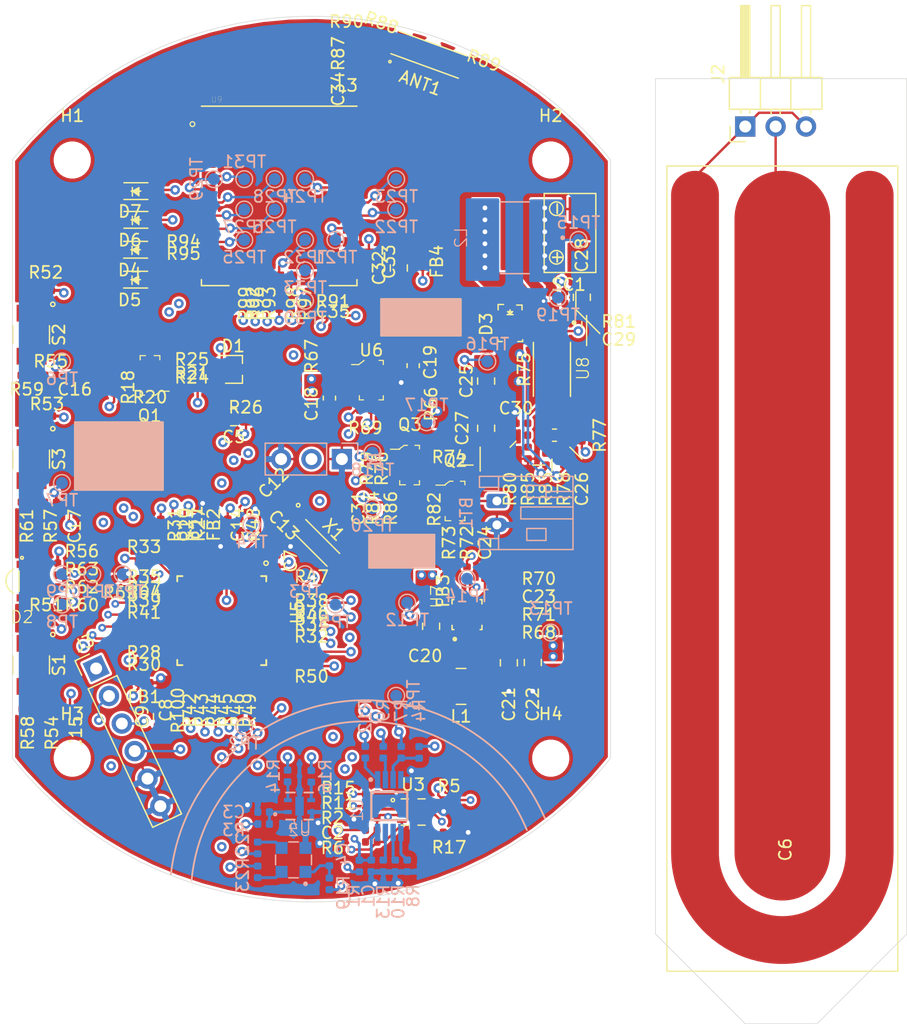
<source format=kicad_pcb>
(kicad_pcb (version 20171130) (host pcbnew "(5.1.6)-1")
  (layers (0 F.Cu signal) (1 In1.Cu signal) (2 In2.Cu signal) (31 B.Cu signal) (34 B.Paste user hide) (35 F.Paste user) (36 B.SilkS user hide) (37 F.SilkS user) (38 B.Mask user hide) (39 F.Mask user) (44 Edge.Cuts user))
  (net 0 "")
  (net 1 "Net-(ANT1-Pad1)")
  (net 2 "Net-(ANT1-Pad3)")
  (net 3 GND)
  (net 4 +BATT)
  (net 5 /sensors/VDD_TEMP)
  (net 6 /sensors/VDD_LIGHT)
  (net 7 /sensors/VDD_HUM)
  (net 8 /sensors/VDD_PRES)
  (net 9 /mcu/HYGRO_VOLTAGE)
  (net 10 "Net-(C6-Pad1)")
  (net 11 VDD)
  (net 12 VDDA)
  (net 13 /mcu/OSC32_IN)
  (net 14 /mcu/OSC32_OUT)
  (net 15 /mcu/MCU_RST_N)
  (net 16 /mcu/BTN_USER_3)
  (net 17 /mcu/BTN_USER_2)
  (net 18 /mcu/BTN_USER)
  (net 19 /power/SOLAR_OUT)
  (net 20 /power/DCDC_VIN)
  (net 21 +3V0)
  (net 22 "Net-(C23-Pad1)")
  (net 23 "Net-(C24-Pad2)")
  (net 24 "Net-(C25-Pad2)")
  (net 25 "Net-(C26-Pad2)")
  (net 26 "Net-(C26-Pad1)")
  (net 27 "Net-(C28-Pad1)")
  (net 28 "Net-(C29-Pad2)")
  (net 29 "Net-(C30-Pad2)")
  (net 30 /mcu/BATT_MEASURE)
  (net 31 /modem/VDD_SIGFOX)
  (net 32 "Net-(C34-Pad2)")
  (net 33 "Net-(C34-Pad1)")
  (net 34 /mcu/SIGFOX_RST_N)
  (net 35 "Net-(D1-Pad1)")
  (net 36 "Net-(D2-Pad1)")
  (net 37 "Net-(D2-Pad4)")
  (net 38 "Net-(D2-Pad2)")
  (net 39 "Net-(D2-Pad3)")
  (net 40 /mcu/MCU_SWCLK)
  (net 41 /mcu/MCU_SWDIO)
  (net 42 "Net-(L1-Pad2)")
  (net 43 "Net-(L1-Pad1)")
  (net 44 "Net-(L2-Pad2)")
  (net 45 "Net-(Q1-Pad1)")
  (net 46 "Net-(Q1-Pad2)")
  (net 47 "Net-(Q1-Pad3)")
  (net 48 "Net-(Q3-Pad1)")
  (net 49 "Net-(R4-Pad1)")
  (net 50 "Net-(R5-Pad1)")
  (net 51 /mcu/LIGHT_INT)
  (net 52 /mcu/TEMP_ALERT)
  (net 53 "Net-(R8-Pad2)")
  (net 54 "Net-(R9-Pad2)")
  (net 55 /mcu/I2C_SCL)
  (net 56 "Net-(R10-Pad2)")
  (net 57 "Net-(R11-Pad2)")
  (net 58 /mcu/I2C_SDA)
  (net 59 "Net-(R12-Pad1)")
  (net 60 "Net-(R13-Pad2)")
  (net 61 "Net-(R14-Pad2)")
  (net 62 "Net-(R15-Pad1)")
  (net 63 "Net-(R16-Pad1)")
  (net 64 "Net-(R17-Pad2)")
  (net 65 /mcu/HYGRO_PWM_N)
  (net 66 "Net-(R22-Pad2)")
  (net 67 "Net-(R23-Pad1)")
  (net 68 "Net-(R27-Pad2)")
  (net 69 /mcu/LED_BLUE)
  (net 70 "Net-(R28-Pad1)")
  (net 71 "Net-(R29-Pad2)")
  (net 72 /mcu/BATT_MEASURE_EN)
  (net 73 "Net-(R30-Pad1)")
  (net 74 "Net-(R31-Pad2)")
  (net 75 /mcu/SIGFOX_TX)
  (net 76 /mcu/SIGFOX_WAKE_UP)
  (net 77 "Net-(R32-Pad1)")
  (net 78 "Net-(R33-Pad2)")
  (net 79 /mcu/SIGFOX_RX)
  (net 80 "Net-(R34-Pad1)")
  (net 81 "Net-(R35-Pad2)")
  (net 82 /mcu/HW_VERSION)
  (net 83 "Net-(R36-Pad1)")
  (net 84 "Net-(R37-Pad2)")
  (net 85 "Net-(R38-Pad1)")
  (net 86 "Net-(R39-Pad2)")
  (net 87 /mcu/LED_RED)
  (net 88 "Net-(R40-Pad2)")
  (net 89 /mcu/DCDC_POWER_GOOD)
  (net 90 "Net-(R41-Pad2)")
  (net 91 /mcu/LED_GREEN)
  (net 92 "Net-(R42-Pad2)")
  (net 93 "Net-(R43-Pad2)")
  (net 94 "Net-(R44-Pad2)")
  (net 95 "Net-(R45-Pad2)")
  (net 96 "Net-(R46-Pad2)")
  (net 97 "Net-(R47-Pad1)")
  (net 98 "Net-(R49-Pad2)")
  (net 99 "Net-(R50-Pad2)")
  (net 100 "Net-(R51-Pad2)")
  (net 101 "Net-(R52-Pad2)")
  (net 102 "Net-(R53-Pad2)")
  (net 103 "Net-(R54-Pad1)")
  (net 104 "Net-(R55-Pad1)")
  (net 105 "Net-(R57-Pad1)")
  (net 106 "Net-(R66-Pad2)")
  (net 107 "Net-(R67-Pad1)")
  (net 108 "Net-(R70-Pad2)")
  (net 109 "Net-(R73-Pad1)")
  (net 110 "Net-(R77-Pad1)")
  (net 111 "Net-(R82-Pad2)")
  (net 112 "Net-(R87-Pad2)")
  (net 113 "Net-(R92-Pad2)")
  (net 114 "Net-(R93-Pad1)")
  (net 115 "Net-(R94-Pad2)")
  (net 116 "Net-(R95-Pad2)")
  (net 117 "Net-(R96-Pad1)")
  (net 118 "Net-(R97-Pad1)")
  (net 119 "Net-(R98-Pad1)")
  (net 120 "Net-(TP21-Pad1)")
  (net 121 "Net-(TP22-Pad1)")
  (net 122 "Net-(TP23-Pad1)")
  (net 123 "Net-(TP24-Pad1)")
  (net 124 "Net-(TP25-Pad1)")
  (net 125 "Net-(TP26-Pad1)")
  (net 126 "Net-(TP27-Pad1)")
  (net 127 "Net-(TP28-Pad1)")
  (net 128 "Net-(TP29-Pad1)")
  (net 129 "Net-(TP31-Pad1)")
  (net 130 "Net-(TP33-Pad1)")
  (net 131 "Net-(Q2-Pad1)")
  (net 132 "Net-(Q2-Pad2)")
  (net 133 /mcu/CHG_STATE_N)
  (net 134 "Net-(R100-Pad2)")
  (net 135 "Net-(D4-Pad2)")
  (net 136 "Net-(D5-Pad2)")
  (net 137 "Net-(D7-Pad2)")
  (net 138 "Net-(D6-Pad2)")
  (module Connector_PinSocket_2.54mm:PinSocket_1x03_P2.54mm_Vertical (layer B.Cu) (at 127.54 125 90)
    (fp_text reference J1 (at 0 2.77 90) (layer B.SilkS) (effects (justify mirror)))
    (fp_text value Conn_01x03_Female)
    (pad 3 thru_hole oval (at 0 -5.08 90) (size 1.7 1.7) (drill 1) (layers *.Cu *.Mask) (net 3 GND))
    (pad 2 thru_hole oval (at 0 -2.54 90) (size 1.7 1.7) (drill 1) (layers *.Cu *.Mask) (net 35 "Net-(D1-Pad1)"))
    (pad 1 thru_hole rect (at 0 0 90) (size 1.7 1.7) (drill 1) (layers *.Cu *.Mask) (net 3 GND))
  )
  (module MountingHole:MountingHole_2.7mm_M2.5 (layer F.Cu) (at 145 150)
    (fp_text reference H4 (at 0 -3.7) (layer F.SilkS))
    (fp_text value M2.5)
    (pad 1 np_thru_hole circle (at 0 0) (size 2.7 2.7) (drill 2.7) (layers *.Cu *.Mask))
  )
  (module MountingHole:MountingHole_2.7mm_M2.5 (layer F.Cu) (at 105 150)
    (fp_text reference H3 (at 0 -3.7) (layer F.SilkS))
    (fp_text value M2.5)
    (pad 1 np_thru_hole circle (at 0 0) (size 2.7 2.7) (drill 2.7) (layers *.Cu *.Mask))
  )
  (module MountingHole:MountingHole_2.7mm_M2.5 (layer F.Cu) (at 145 100)
    (fp_text reference H2 (at 0 -3.7) (layer F.SilkS))
    (fp_text value M2.5)
    (pad 1 np_thru_hole circle (at 0 0) (size 2.7 2.7) (drill 2.7) (layers *.Cu *.Mask))
  )
  (module MountingHole:MountingHole_2.7mm_M2.5 (layer F.Cu) (at 105 100)
    (fp_text reference H1 (at 0 -3.7) (layer F.SilkS))
    (fp_text value M2.5)
    (pad 1 np_thru_hole circle (at 0 0) (size 2.7 2.7) (drill 2.7) (layers *.Cu *.Mask))
  )
  (module plant_monitor:STM32L071KBT6 (layer F.Cu) (at 117.5 138.5 270)
    (fp_text reference U5 (at -0.7 -6.3 90) (layer F.SilkS))
    (fp_text value STM32L071KBT6 hide)
    (pad 1 smd rect (at -4.270751 -2.799999) (size 0.5 1.35) (layers F.Cu F.Paste F.Mask) (net 11 VDD))
    (pad 2 smd rect (at -4.270751 -2.000001) (size 0.5 1.35) (layers F.Cu F.Paste F.Mask) (net 13 /mcu/OSC32_IN))
    (pad 3 smd rect (at -4.270751 -1.2) (size 0.5 1.35) (layers F.Cu F.Paste F.Mask) (net 14 /mcu/OSC32_OUT))
    (pad 4 smd rect (at -4.270751 -0.399999) (size 0.5 1.35) (layers F.Cu F.Paste F.Mask) (net 15 /mcu/MCU_RST_N))
    (pad 5 smd rect (at -4.270751 0.399999) (size 0.5 1.35) (layers F.Cu F.Paste F.Mask) (net 12 VDDA))
    (pad 6 smd rect (at -4.270751 1.2) (size 0.5 1.35) (layers F.Cu F.Paste F.Mask) (net 68 "Net-(R27-Pad2)"))
    (pad 7 smd rect (at -4.270751 1.999999) (size 0.5 1.35) (layers F.Cu F.Paste F.Mask) (net 71 "Net-(R29-Pad2)"))
    (pad 8 smd rect (at -4.270751 2.799999) (size 0.5 1.35) (layers F.Cu F.Paste F.Mask) (net 74 "Net-(R31-Pad2)"))
    (pad 9 smd rect (at -2.799999 4.270751 270) (size 0.5 1.35) (layers F.Cu F.Paste F.Mask) (net 78 "Net-(R33-Pad2)"))
    (pad 10 smd rect (at -2.000001 4.270751 270) (size 0.5 1.35) (layers F.Cu F.Paste F.Mask) (net 81 "Net-(R35-Pad2)"))
    (pad 11 smd rect (at -1.2 4.270751 270) (size 0.5 1.35) (layers F.Cu F.Paste F.Mask) (net 84 "Net-(R37-Pad2)"))
    (pad 12 smd rect (at -0.399999 4.270751 270) (size 0.5 1.35) (layers F.Cu F.Paste F.Mask) (net 86 "Net-(R39-Pad2)"))
    (pad 13 smd rect (at 0.399999 4.270751 270) (size 0.5 1.35) (layers F.Cu F.Paste F.Mask) (net 90 "Net-(R41-Pad2)"))
    (pad 14 smd rect (at 1.2 4.270751 270) (size 0.5 1.35) (layers F.Cu F.Paste F.Mask) (net 70 "Net-(R28-Pad1)"))
    (pad 15 smd rect (at 1.999999 4.270751 270) (size 0.5 1.35) (layers F.Cu F.Paste F.Mask) (net 73 "Net-(R30-Pad1)"))
    (pad 16 smd rect (at 2.799999 4.270751 270) (size 0.5 1.35) (layers F.Cu F.Paste F.Mask) (net 3 GND))
    (pad 17 smd rect (at 4.270751 2.799999) (size 0.5 1.35) (layers F.Cu F.Paste F.Mask) (net 11 VDD))
    (pad 18 smd rect (at 4.270751 2.000001) (size 0.5 1.35) (layers F.Cu F.Paste F.Mask) (net 134 "Net-(R100-Pad2)"))
    (pad 19 smd rect (at 4.270751 1.2) (size 0.5 1.35) (layers F.Cu F.Paste F.Mask) (net 92 "Net-(R42-Pad2)"))
    (pad 20 smd rect (at 4.270751 0.399999) (size 0.5 1.35) (layers F.Cu F.Paste F.Mask) (net 93 "Net-(R43-Pad2)"))
    (pad 21 smd rect (at 4.270751 -0.399999) (size 0.5 1.35) (layers F.Cu F.Paste F.Mask) (net 94 "Net-(R44-Pad2)"))
    (pad 22 smd rect (at 4.270751 -1.2) (size 0.5 1.35) (layers F.Cu F.Paste F.Mask) (net 95 "Net-(R45-Pad2)"))
    (pad 23 smd rect (at 4.270751 -1.999999) (size 0.5 1.35) (layers F.Cu F.Paste F.Mask) (net 96 "Net-(R46-Pad2)"))
    (pad 24 smd rect (at 4.270751 -2.799999) (size 0.5 1.35) (layers F.Cu F.Paste F.Mask) (net 98 "Net-(R49-Pad2)"))
    (pad 25 smd rect (at 2.799999 -4.270751 270) (size 0.5 1.35) (layers F.Cu F.Paste F.Mask) (net 99 "Net-(R50-Pad2)"))
    (pad 26 smd rect (at 2.000001 -4.270751 270) (size 0.5 1.35) (layers F.Cu F.Paste F.Mask) (net 77 "Net-(R32-Pad1)"))
    (pad 27 smd rect (at 1.2 -4.270751 270) (size 0.5 1.35) (layers F.Cu F.Paste F.Mask) (net 80 "Net-(R34-Pad1)"))
    (pad 28 smd rect (at 0.399999 -4.270751 270) (size 0.5 1.35) (layers F.Cu F.Paste F.Mask) (net 83 "Net-(R36-Pad1)"))
    (pad 29 smd rect (at -0.399999 -4.270751 270) (size 0.5 1.35) (layers F.Cu F.Paste F.Mask) (net 85 "Net-(R38-Pad1)"))
    (pad 30 smd rect (at -1.2 -4.270751 270) (size 0.5 1.35) (layers F.Cu F.Paste F.Mask) (net 88 "Net-(R40-Pad2)"))
    (pad 31 smd rect (at -1.999999 -4.270751 270) (size 0.5 1.35) (layers F.Cu F.Paste F.Mask) (net 97 "Net-(R47-Pad1)"))
    (pad 32 smd rect (at -2.799999 -4.270751 270) (size 0.5 1.35) (layers F.Cu F.Paste F.Mask) (net 3 GND))
  )
  (module Resistor_SMD:R_0402_1005Metric (layer F.Cu) (at 115 146 90)
    (fp_text reference R100 (at 0 -1.17 90) (layer F.SilkS))
    (fp_text value 0R)
    (pad 2 smd roundrect (at 0.485 0 90) (size 0.59 0.64) (layers F.Cu F.Paste F.Mask) (net 134 "Net-(R100-Pad2)"))
    (pad 1 smd roundrect (at -0.485 0 90) (size 0.59 0.64) (layers F.Cu F.Paste F.Mask) (net 133 /mcu/CHG_STATE_N))
  )
  (module Capacitor_SMD:C_0402_1005Metric (layer F.Cu) (at 126.785 111.5 180)
    (fp_text reference C35 (at 0 -1.17) (layer F.SilkS))
    (fp_text value "100nF 50V")
    (pad 2 smd roundrect (at 0.485 0 180) (size 0.59 0.64) (layers F.Cu F.Paste F.Mask) (net 34 /mcu/SIGFOX_RST_N))
    (pad 1 smd roundrect (at -0.485 0 180) (size 0.59 0.64) (layers F.Cu F.Paste F.Mask) (net 3 GND))
  )
  (module Capacitor_SMD:C_0402_1005Metric (layer F.Cu) (at 128.4 94.07 90)
    (fp_text reference C34 (at 0 -1.17 90) (layer F.SilkS))
    (fp_text value 100pF)
    (pad 2 smd roundrect (at 0.485 0 90) (size 0.59 0.64) (layers F.Cu F.Paste F.Mask) (net 32 "Net-(C34-Pad2)"))
    (pad 1 smd roundrect (at -0.485 0 90) (size 0.59 0.64) (layers F.Cu F.Paste F.Mask) (net 33 "Net-(C34-Pad1)"))
  )
  (module Capacitor_SMD:C_0402_1005Metric (layer F.Cu) (at 130.3 108.5 270)
    (fp_text reference C33 (at 0 -1.17 90) (layer F.SilkS))
    (fp_text value "100nF 50V")
    (pad 2 smd roundrect (at 0.485 0 270) (size 0.59 0.64) (layers F.Cu F.Paste F.Mask) (net 3 GND))
    (pad 1 smd roundrect (at -0.485 0 270) (size 0.59 0.64) (layers F.Cu F.Paste F.Mask) (net 31 /modem/VDD_SIGFOX))
  )
  (module Capacitor_SMD:C_0603_1608Metric (layer F.Cu) (at 145.3125 123 180)
    (fp_text reference C26 (at -2.2875 -4.5 90) (layer F.SilkS))
    (fp_text value "1uF 16V")
    (pad 2 smd roundrect (at 0.7875 0 180) (size 0.875 0.95) (layers F.Cu F.Paste F.Mask) (net 25 "Net-(C26-Pad2)"))
    (pad 1 smd roundrect (at -0.7875 0 180) (size 0.875 0.95) (layers F.Cu F.Paste F.Mask) (net 26 "Net-(C26-Pad1)"))
  )
  (module Capacitor_SMD:C_0603_1608Metric (layer F.Cu) (at 133.5 117.1875 270)
    (fp_text reference C19 (at -0.2875 -1.43 90) (layer F.SilkS))
    (fp_text value "1uF 16V")
    (pad 2 smd roundrect (at 0.7875 0 270) (size 0.875 0.95) (layers F.Cu F.Paste F.Mask) (net 3 GND))
    (pad 1 smd roundrect (at -0.7875 0 270) (size 0.875 0.95) (layers F.Cu F.Paste F.Mask) (net 19 /power/SOLAR_OUT))
  )
  (module Capacitor_SMD:C_0603_1608Metric (layer F.Cu) (at 126.5 119.9 270)
    (fp_text reference C18 (at 0.5 1.5 90) (layer F.SilkS))
    (fp_text value "1uF 16V")
    (pad 2 smd roundrect (at 0.7875 0 270) (size 0.875 0.95) (layers F.Cu F.Paste F.Mask) (net 3 GND))
    (pad 1 smd roundrect (at -0.7875 0 270) (size 0.875 0.95) (layers F.Cu F.Paste F.Mask) (net 4 +BATT))
  )
  (module Capacitor_SMD:C_0402_1005Metric (layer F.Cu) (at 120 130.485 90)
    (fp_text reference C14 (at 0 -1.17 90) (layer F.SilkS))
    (fp_text value "100nF 50V")
    (pad 2 smd roundrect (at 0.485 0 90) (size 0.59 0.64) (layers F.Cu F.Paste F.Mask) (net 3 GND))
    (pad 1 smd roundrect (at -0.485 0 90) (size 0.59 0.64) (layers F.Cu F.Paste F.Mask) (net 15 /mcu/MCU_RST_N))
  )
  (module Capacitor_SMD:C_0603_1608Metric (layer F.Cu) (at 116.8 130.3 90)
    (fp_text reference C11 (at 0 -1.43 90) (layer F.SilkS))
    (fp_text value "1uF 16V")
    (pad 2 smd roundrect (at 0.7875 0 90) (size 0.875 0.95) (layers F.Cu F.Paste F.Mask) (net 3 GND))
    (pad 1 smd roundrect (at -0.7875 0 90) (size 0.875 0.95) (layers F.Cu F.Paste F.Mask) (net 12 VDDA))
  )
  (module Capacitor_SMD:C_0805_2012Metric_Pad1.15x1.40mm_HandSolder (layer F.Cu) (at 118.5 121.5 180)
    (fp_text reference C5 (at 0 -1.65) (layer F.SilkS))
    (fp_text value "10uF 16V")
    (pad 2 smd roundrect (at 1.025 0 180) (size 1.15 1.4) (layers F.Cu F.Paste F.Mask) (roundrect_rratio 0.217391) (net 3 GND))
    (pad 1 smd roundrect (at -1.025 0 180) (size 1.15 1.4) (layers F.Cu F.Paste F.Mask) (roundrect_rratio 0.217391) (net 9 /mcu/HYGRO_VOLTAGE))
  )
  (module Capacitor_SMD:C_0402_1005Metric (layer B.Cu) (at 126.5 158.5 90)
    (fp_text reference C4 (at 0.485 1.17 90) (layer B.SilkS) (effects (justify mirror)))
    (fp_text value "100nF 50V")
    (pad 2 smd roundrect (at 0.485 0 90) (size 0.59 0.64) (layers B.Cu B.Paste B.Mask) (net 3 GND))
    (pad 1 smd roundrect (at -0.485 0 90) (size 0.59 0.64) (layers B.Cu B.Paste B.Mask) (net 8 /sensors/VDD_PRES))
  )
  (module Capacitor_SMD:C_0402_1005Metric (layer B.Cu) (at 121 154.5 180)
    (fp_text reference C3 (at 2.5 0) (layer B.SilkS) (effects (justify mirror)))
    (fp_text value "100nF 50V")
    (pad 2 smd roundrect (at 0.485 0 180) (size 0.59 0.64) (layers B.Cu B.Paste B.Mask) (net 3 GND))
    (pad 1 smd roundrect (at -0.485 0 180) (size 0.59 0.64) (layers B.Cu B.Paste B.Mask) (net 7 /sensors/VDD_HUM))
  )
  (module Capacitor_SMD:C_0402_1005Metric (layer F.Cu) (at 130 155 180)
    (fp_text reference C2 (at 3.25 -1.25) (layer F.SilkS))
    (fp_text value "100nF 50V")
    (pad 2 smd roundrect (at 0.485 0 180) (size 0.59 0.64) (layers F.Cu F.Paste F.Mask) (net 3 GND))
    (pad 1 smd roundrect (at -0.485 0 180) (size 0.59 0.64) (layers F.Cu F.Paste F.Mask) (net 6 /sensors/VDD_LIGHT))
  )
  (module Capacitor_SMD:C_0402_1005Metric (layer B.Cu) (at 130 159 270)
    (fp_text reference C1 (at 2.5 0.25 90) (layer B.SilkS) (effects (justify mirror)))
    (fp_text value "100nF 50V")
    (pad 2 smd roundrect (at 0.485 0 270) (size 0.59 0.64) (layers B.Cu B.Paste B.Mask) (net 3 GND))
    (pad 1 smd roundrect (at -0.485 0 270) (size 0.59 0.64) (layers B.Cu B.Paste B.Mask) (net 5 /sensors/VDD_TEMP))
  )
  (module sweet:XCVR_WSSFM10R1AT (layer F.Cu) (at 122.3 103)
    (fp_text reference U9 (at -5.227975 -8.057845) (layer F.SilkS) (effects (font (size 0.480181 0.480181) (thickness 0.015))))
    (fp_text value WSSFM10R1AT)
    (pad 1 smd rect (at -5.9 -6.05) (size 1.15 0.81) (layers F.Cu F.Paste F.Mask) (net 3 GND))
    (pad 2 smd rect (at -5.9 -4.95) (size 1.15 0.81) (layers F.Cu F.Paste F.Mask) (net 3 GND))
    (pad 3 smd rect (at -5.9 -3.85) (size 1.15 0.81) (layers F.Cu F.Paste F.Mask) (net 3 GND))
    (pad 4 smd rect (at -5.9 -2.75) (size 1.15 0.81) (layers F.Cu F.Paste F.Mask) (net 3 GND))
    (pad 5 smd rect (at -5.9 -1.65) (size 1.15 0.81) (layers F.Cu F.Paste F.Mask) (net 129 "Net-(TP31-Pad1)"))
    (pad 6 smd rect (at -5.9 -0.55) (size 1.15 0.81) (layers F.Cu F.Paste F.Mask) (net 128 "Net-(TP29-Pad1)"))
    (pad 7 smd rect (at -5.9 0.55) (size 1.15 0.81) (layers F.Cu F.Paste F.Mask) (net 127 "Net-(TP28-Pad1)"))
    (pad 8 smd rect (at -5.9 1.65) (size 1.15 0.81) (layers F.Cu F.Paste F.Mask) (net 126 "Net-(TP27-Pad1)"))
    (pad 9 smd rect (at -5.9 2.75) (size 1.15 0.81) (layers F.Cu F.Paste F.Mask) (net 125 "Net-(TP26-Pad1)"))
    (pad 10 smd rect (at -5.9 3.85) (size 1.15 0.81) (layers F.Cu F.Paste F.Mask) (net 124 "Net-(TP25-Pad1)"))
    (pad 11 smd rect (at -5.9 4.95) (size 1.15 0.81) (layers F.Cu F.Paste F.Mask) (net 115 "Net-(R94-Pad2)"))
    (pad 12 smd rect (at -5.9 6.05) (size 1.15 0.81) (layers F.Cu F.Paste F.Mask) (net 116 "Net-(R95-Pad2)"))
    (pad 13 smd rect (at -3.3 6.9) (size 0.81 1.15) (layers F.Cu F.Paste F.Mask) (net 117 "Net-(R96-Pad1)"))
    (pad 14 smd rect (at -2.2 6.9) (size 0.81 1.15) (layers F.Cu F.Paste F.Mask) (net 114 "Net-(R93-Pad1)"))
    (pad 15 smd rect (at -1.1 6.9) (size 0.81 1.15) (layers F.Cu F.Paste F.Mask) (net 113 "Net-(R92-Pad2)"))
    (pad 16 smd rect (at 0 6.9) (size 0.81 1.15) (layers F.Cu F.Paste F.Mask) (net 119 "Net-(R98-Pad1)"))
    (pad 17 smd rect (at 1.1 6.9) (size 0.81 1.15) (layers F.Cu F.Paste F.Mask) (net 118 "Net-(R97-Pad1)"))
    (pad 18 smd rect (at 2.2 6.9) (size 0.81 1.15) (layers F.Cu F.Paste F.Mask) (net 130 "Net-(TP33-Pad1)"))
    (pad 19 smd rect (at 3.3 6.9) (size 0.81 1.15) (layers F.Cu F.Paste F.Mask) (net 34 /mcu/SIGFOX_RST_N))
    (pad 20 smd rect (at 5.9 6.05) (size 1.15 0.81) (layers F.Cu F.Paste F.Mask) (net 3 GND))
    (pad 21 smd rect (at 5.9 4.95) (size 1.15 0.81) (layers F.Cu F.Paste F.Mask) (net 31 /modem/VDD_SIGFOX))
    (pad 22 smd rect (at 5.9 3.85) (size 1.15 0.81) (layers F.Cu F.Paste F.Mask) (net 3 GND))
    (pad 23 smd rect (at 5.9 2.75) (size 1.15 0.81) (layers F.Cu F.Paste F.Mask) (net 120 "Net-(TP21-Pad1)"))
    (pad 24 smd rect (at 5.9 1.65) (size 1.15 0.81) (layers F.Cu F.Paste F.Mask) (net 121 "Net-(TP22-Pad1)"))
    (pad 25 smd rect (at 5.9 0.55) (size 1.15 0.81) (layers F.Cu F.Paste F.Mask) (net 122 "Net-(TP23-Pad1)"))
    (pad 26 smd rect (at 5.9 -0.55) (size 1.15 0.81) (layers F.Cu F.Paste F.Mask) (net 123 "Net-(TP24-Pad1)"))
    (pad 27 smd rect (at 5.9 -1.65) (size 1.15 0.81) (layers F.Cu F.Paste F.Mask) (net 3 GND))
    (pad 28 smd rect (at 5.9 -2.75) (size 1.15 0.81) (layers F.Cu F.Paste F.Mask) (net 3 GND))
    (pad 29 smd rect (at 5.9 -3.85) (size 1.15 0.81) (layers F.Cu F.Paste F.Mask) (net 3 GND))
    (pad 30 smd rect (at 5.9 -4.95) (size 1.15 0.81) (layers F.Cu F.Paste F.Mask) (net 33 "Net-(C34-Pad1)"))
    (pad 31 smd rect (at 5.9 -6.05) (size 1.15 0.81) (layers F.Cu F.Paste F.Mask) (net 3 GND))
  )
  (module plant_monitor:SOP65P640X120-8N (layer F.Cu) (at 145.1 117.5 270)
    (fp_text reference U8 (at -0.075 -2.585 90) (layer F.SilkS) (effects (font (thickness 0.1))))
    (fp_text value SPV1040T)
    (pad 1 smd rect (at -2.88 -0.975 270) (size 1.56 0.41) (layers F.Cu F.Paste F.Mask) (net 28 "Net-(C29-Pad2)"))
    (pad 2 smd rect (at -2.88 -0.325 270) (size 1.56 0.41) (layers F.Cu F.Paste F.Mask) (net 3 GND))
    (pad 3 smd rect (at -2.88 0.325 270) (size 1.56 0.41) (layers F.Cu F.Paste F.Mask) (net 44 "Net-(L2-Pad2)"))
    (pad 4 smd rect (at -2.88 0.975 270) (size 1.56 0.41) (layers F.Cu F.Paste F.Mask) (net 24 "Net-(C25-Pad2)"))
    (pad 5 smd rect (at 2.88 0.975 270) (size 1.56 0.41) (layers F.Cu F.Paste F.Mask) (net 29 "Net-(C30-Pad2)"))
    (pad 6 smd rect (at 2.88 0.325 270) (size 1.56 0.41) (layers F.Cu F.Paste F.Mask) (net 25 "Net-(C26-Pad2)"))
    (pad 7 smd rect (at 2.88 -0.325 270) (size 1.56 0.41) (layers F.Cu F.Paste F.Mask) (net 26 "Net-(C26-Pad1)"))
    (pad 8 smd rect (at 2.88 -0.975 270) (size 1.56 0.41) (layers F.Cu F.Paste F.Mask) (net 110 "Net-(R77-Pad1)"))
  )
  (module plant_monitor:QFN50P250X250X100-12N (layer F.Cu) (at 138 138 90)
    (fp_text reference U7 (at 1.5 -2.5 90) (layer F.SilkS) (effects (font (thickness 0.1))))
    (fp_text value TPS63050RMWR)
    (pad 5 smd rect (at -0.25 1.185 90) (size 0.27 0.86) (layers F.Cu F.Paste F.Mask) (net 22 "Net-(C23-Pad1)"))
    (pad 6 smd rect (at 0.25 1.185 90) (size 0.27 0.86) (layers F.Cu F.Paste F.Mask) (net 108 "Net-(R70-Pad2)"))
    (pad 11 smd rect (at 0.25 -1.185 90) (size 0.27 0.86) (layers F.Cu F.Paste F.Mask) (net 20 /power/DCDC_VIN))
    (pad 12 smd rect (at -0.25 -1.185 90) (size 0.27 0.86) (layers F.Cu F.Paste F.Mask) (net 20 /power/DCDC_VIN))
    (pad 1 smd rect (at -1.185 -0.75 90) (size 0.86 0.27) (layers F.Cu F.Paste F.Mask) (net 43 "Net-(L1-Pad1)"))
    (pad 2 smd rect (at -1.185 -0.25 90) (size 0.86 0.27) (layers F.Cu F.Paste F.Mask) (net 3 GND))
    (pad 3 smd rect (at -1.185 0.25 90) (size 0.86 0.27) (layers F.Cu F.Paste F.Mask) (net 42 "Net-(L1-Pad2)"))
    (pad 4 smd rect (at -1.185 0.75 90) (size 0.86 0.27) (layers F.Cu F.Paste F.Mask) (net 21 +3V0))
    (pad 7 smd rect (at 1.185 0.75 90) (size 0.86 0.27) (layers F.Cu F.Paste F.Mask) (net 23 "Net-(C24-Pad2)"))
    (pad 8 smd rect (at 1.185 0.25 90) (size 0.86 0.27) (layers F.Cu F.Paste F.Mask) (net 89 /mcu/DCDC_POWER_GOOD))
    (pad 9 smd rect (at 1.185 -0.25 90) (size 0.86 0.27) (layers F.Cu F.Paste F.Mask) (net 3 GND))
    (pad 10 smd rect (at 1.185 -0.75 90) (size 0.86 0.27) (layers F.Cu F.Paste F.Mask) (net 109 "Net-(R73-Pad1)"))
  )
  (module digikey-footprints:SOT-23-6 (layer F.Cu) (at 130 118.4 270)
    (fp_text reference U6 (at -2.5 0) (layer F.SilkS))
    (fp_text value BQ21040)
    (pad 6 smd rect (at -0.95 -1.35 270) (size 0.55 1) (layers F.Cu F.Paste F.Mask) (net 19 /power/SOLAR_OUT))
    (pad 5 smd rect (at 0 -1.35 270) (size 0.55 1) (layers F.Cu F.Paste F.Mask) (net 3 GND))
    (pad 4 smd rect (at 0.95 -1.35 270) (size 0.55 1) (layers F.Cu F.Paste F.Mask) (net 106 "Net-(R66-Pad2)"))
    (pad 1 smd rect (at -0.95 1.35 270) (size 0.55 1) (layers F.Cu F.Paste F.Mask) (net 107 "Net-(R67-Pad1)"))
    (pad 2 smd rect (at 0 1.35 270) (size 0.55 1) (layers F.Cu F.Paste F.Mask) (net 4 +BATT))
    (pad 3 smd rect (at 0.95 1.35 270) (size 0.55 1) (layers F.Cu F.Paste F.Mask) (net 133 /mcu/CHG_STATE_N))
  )
  (module plant_monitor:TE_MS563702BA03-50 (layer B.Cu) (at 123.5 158.5 90)
    (fp_text reference U4 (at 2.75 0.5 180) (layer B.SilkS) (effects (font (thickness 0.1)) (justify mirror)))
    (fp_text value MS563702BA03-50)
    (pad 1 smd rect (at -1 1 90) (size 1 1) (layers B.Cu B.Paste B.Mask) (net 8 /sensors/VDD_PRES))
    (pad 4 smd rect (at 1 1 90) (size 1 1) (layers B.Cu B.Paste B.Mask) (net 3 GND))
    (pad 3 smd rect (at 1 -1 90) (size 1 1) (layers B.Cu B.Paste B.Mask) (net 66 "Net-(R22-Pad2)"))
    (pad 2 smd rect (at -1 -1 90) (size 1 1) (layers B.Cu B.Paste B.Mask) (net 67 "Net-(R23-Pad1)"))
  )
  (module plant_monitor:SI1133-AA00-GMR (layer F.Cu) (at 133.5 154.5)
    (fp_text reference U3 (at 0 -2.286) (layer F.SilkS))
    (fp_text value SI1133-AA00-GMR)
    (pad 10 smd rect (at 0 -0.95 270) (size 0.8 0.3) (layers F.Cu F.Paste F.Mask))
    (pad 5 smd rect (at 0 0.95 90) (size 0.8 0.3) (layers F.Cu F.Paste F.Mask))
    (pad 6 smd rect (at 0.95 0.75 180) (size 0.8 0.3) (layers F.Cu F.Paste F.Mask) (net 64 "Net-(R17-Pad2)"))
    (pad 7 smd rect (at 0.95 0.25 180) (size 0.8 0.3) (layers F.Cu F.Paste F.Mask) (net 50 "Net-(R5-Pad1)"))
    (pad 8 smd rect (at 0.95 -0.25 180) (size 0.8 0.3) (layers F.Cu F.Paste F.Mask) (net 3 GND))
    (pad 9 smd rect (at 0.95 -0.75 180) (size 0.8 0.3) (layers F.Cu F.Paste F.Mask) (net 50 "Net-(R5-Pad1)"))
    (pad 4 smd rect (at -0.95 0.75) (size 0.8 0.3) (layers F.Cu F.Paste F.Mask) (net 51 /mcu/LIGHT_INT))
    (pad 3 smd rect (at -0.95 0.25) (size 0.8 0.3) (layers F.Cu F.Paste F.Mask) (net 6 /sensors/VDD_LIGHT))
    (pad 2 smd rect (at -0.95 -0.25) (size 0.8 0.3) (layers F.Cu F.Paste F.Mask) (net 57 "Net-(R11-Pad2)"))
    (pad 1 smd rect (at -0.95 -0.75) (size 0.8 0.3) (layers F.Cu F.Paste F.Mask) (net 62 "Net-(R15-Pad1)"))
  )
  (module plant_monitor:SHTC3 (layer B.Cu) (at 124 154)
    (fp_text reference U2 (at 0 2) (layer B.SilkS) (effects (font (thickness 0.1)) (justify mirror)))
    (fp_text value SHTC3)
    (pad 1 smd rect (at -0.9755 0.499999) (size 0.655599 0.35) (layers B.Cu B.Paste B.Mask) (net 7 /sensors/VDD_HUM))
    (pad 2 smd rect (at -0.9755 -0.499999) (size 0.655599 0.35) (layers B.Cu B.Paste B.Mask) (net 61 "Net-(R14-Pad2)"))
    (pad 3 smd rect (at 0.9755 -0.499999) (size 0.655599 0.35) (layers B.Cu B.Paste B.Mask) (net 63 "Net-(R16-Pad1)"))
    (pad 4 smd rect (at 0.9755 0.499999) (size 0.655599 0.35) (layers B.Cu B.Paste B.Mask) (net 3 GND))
    (pad 5 smd rect (at 0 0) (size 0.7112 1.6002) (layers B.Cu B.Paste B.Mask) (net 3 GND))
  )
  (module plant_monitor:SOP65P490X110-8N (layer B.Cu) (at 131.5 154 270)
    (fp_text reference U1 (at 0.34561 2.69975 90) (layer B.SilkS) (effects (font (thickness 0.1)) (justify mirror)))
    (fp_text value MCP9808T-E_MS)
    (pad 1 smd rect (at -2.2 0.975 270) (size 1.45 0.45) (layers B.Cu B.Paste B.Mask) (net 59 "Net-(R12-Pad1)"))
    (pad 2 smd rect (at -2.2 0.325 270) (size 1.45 0.45) (layers B.Cu B.Paste B.Mask) (net 54 "Net-(R9-Pad2)"))
    (pad 3 smd rect (at -2.2 -0.325 270) (size 1.45 0.45) (layers B.Cu B.Paste B.Mask) (net 49 "Net-(R4-Pad1)"))
    (pad 4 smd rect (at -2.2 -0.975 270) (size 1.45 0.45) (layers B.Cu B.Paste B.Mask) (net 3 GND))
    (pad 5 smd rect (at 2.2 -0.975 270) (size 1.45 0.45) (layers B.Cu B.Paste B.Mask) (net 53 "Net-(R8-Pad2)"))
    (pad 6 smd rect (at 2.2 -0.325 270) (size 1.45 0.45) (layers B.Cu B.Paste B.Mask) (net 56 "Net-(R10-Pad2)"))
    (pad 7 smd rect (at 2.2 0.325 270) (size 1.45 0.45) (layers B.Cu B.Paste B.Mask) (net 60 "Net-(R13-Pad2)"))
    (pad 8 smd rect (at 2.2 0.975 270) (size 1.45 0.45) (layers B.Cu B.Paste B.Mask) (net 5 /sensors/VDD_TEMP))
  )
  (module TestPoint:TestPoint_Pad_D1.0mm (layer B.Cu) (at 124.46 109.22)
    (fp_text reference TP33 (at 0 1.448) (layer B.SilkS) (effects (justify mirror)))
    (fp_text value TestPoint)
    (pad 1 smd circle (at 0 0) (size 1 1) (layers B.Cu B.Mask) (net 130 "Net-(TP33-Pad1)"))
  )
  (module TestPoint:TestPoint_Pad_D1.0mm (layer B.Cu) (at 124.46 106.68)
    (fp_text reference TP32 (at 0 1.448) (layer B.SilkS) (effects (justify mirror)))
    (fp_text value TestPoint)
    (pad 1 smd circle (at 0 0) (size 1 1) (layers B.Cu B.Mask) (net 119 "Net-(R98-Pad1)"))
  )
  (module TestPoint:TestPoint_Pad_D1.0mm (layer B.Cu) (at 119.38 101.6 180)
    (fp_text reference TP31 (at 0 1.448) (layer B.SilkS) (effects (justify mirror)))
    (fp_text value TestPoint)
    (pad 1 smd circle (at 0 0 180) (size 1 1) (layers B.Cu B.Mask) (net 129 "Net-(TP31-Pad1)"))
  )
  (module TestPoint:TestPoint_Pad_D1.0mm (layer B.Cu) (at 124.46 111.76)
    (fp_text reference TP30 (at 0 1.448) (layer B.SilkS) (effects (justify mirror)))
    (fp_text value TestPoint)
    (pad 1 smd circle (at 0 0) (size 1 1) (layers B.Cu B.Mask) (net 118 "Net-(R97-Pad1)"))
  )
  (module TestPoint:TestPoint_Pad_D1.0mm (layer B.Cu) (at 116.84 101.6 270)
    (fp_text reference TP29 (at 0 1.448 270) (layer B.SilkS) (effects (justify mirror)))
    (fp_text value TestPoint)
    (pad 1 smd circle (at 0 0 270) (size 1 1) (layers B.Cu B.Mask) (net 128 "Net-(TP29-Pad1)"))
  )
  (module TestPoint:TestPoint_Pad_D1.0mm (layer B.Cu) (at 121.92 101.6)
    (fp_text reference TP28 (at 0 1.448) (layer B.SilkS) (effects (justify mirror)))
    (fp_text value TestPoint)
    (pad 1 smd circle (at 0 0) (size 1 1) (layers B.Cu B.Mask) (net 127 "Net-(TP28-Pad1)"))
  )
  (module TestPoint:TestPoint_Pad_D1.0mm (layer B.Cu) (at 119.38 104.14)
    (fp_text reference TP27 (at 0 1.448) (layer B.SilkS) (effects (justify mirror)))
    (fp_text value TestPoint)
    (pad 1 smd circle (at 0 0) (size 1 1) (layers B.Cu B.Mask) (net 126 "Net-(TP27-Pad1)"))
  )
  (module TestPoint:TestPoint_Pad_D1.0mm (layer B.Cu) (at 121.92 104.14)
    (fp_text reference TP26 (at 0 1.448) (layer B.SilkS) (effects (justify mirror)))
    (fp_text value TestPoint)
    (pad 1 smd circle (at 0 0) (size 1 1) (layers B.Cu B.Mask) (net 125 "Net-(TP26-Pad1)"))
  )
  (module TestPoint:TestPoint_Pad_D1.0mm (layer B.Cu) (at 119.38 106.68)
    (fp_text reference TP25 (at 0 1.448) (layer B.SilkS) (effects (justify mirror)))
    (fp_text value TestPoint)
    (pad 1 smd circle (at 0 0) (size 1 1) (layers B.Cu B.Mask) (net 124 "Net-(TP25-Pad1)"))
  )
  (module TestPoint:TestPoint_Pad_D1.0mm (layer B.Cu) (at 124.46 101.6)
    (fp_text reference TP24 (at 0 1.448) (layer B.SilkS) (effects (justify mirror)))
    (fp_text value TestPoint)
    (pad 1 smd circle (at 0 0) (size 1 1) (layers B.Cu B.Mask) (net 123 "Net-(TP24-Pad1)"))
  )
  (module TestPoint:TestPoint_Pad_D1.0mm (layer B.Cu) (at 132.08 101.6)
    (fp_text reference TP23 (at 0 1.448) (layer B.SilkS) (effects (justify mirror)))
    (fp_text value TestPoint)
    (pad 1 smd circle (at 0 0) (size 1 1) (layers B.Cu B.Mask) (net 122 "Net-(TP23-Pad1)"))
  )
  (module TestPoint:TestPoint_Pad_D1.0mm (layer B.Cu) (at 132.08 104.14)
    (fp_text reference TP22 (at 0 1.448) (layer B.SilkS) (effects (justify mirror)))
    (fp_text value TestPoint)
    (pad 1 smd circle (at 0 0) (size 1 1) (layers B.Cu B.Mask) (net 121 "Net-(TP22-Pad1)"))
  )
  (module TestPoint:TestPoint_Pad_D1.0mm (layer B.Cu) (at 127 106.68)
    (fp_text reference TP21 (at 0 1.448) (layer B.SilkS) (effects (justify mirror)))
    (fp_text value TestPoint)
    (pad 1 smd circle (at 0 0) (size 1 1) (layers B.Cu B.Mask) (net 120 "Net-(TP21-Pad1)"))
  )
  (module TestPoint:TestPoint_Pad_D1.0mm (layer B.Cu) (at 130.1 129.1)
    (fp_text reference TP20 (at 0 1.448) (layer B.SilkS) (effects (justify mirror)))
    (fp_text value TestPoint)
    (pad 1 smd circle (at 0 0) (size 1 1) (layers B.Cu B.Mask) (net 30 /mcu/BATT_MEASURE))
  )
  (module TestPoint:TestPoint_Pad_D1.0mm (layer B.Cu) (at 145.6 111.5)
    (fp_text reference TP19 (at 0 1.448) (layer B.SilkS) (effects (justify mirror)))
    (fp_text value TestPoint)
    (pad 1 smd circle (at 0 0) (size 1 1) (layers B.Cu B.Mask) (net 28 "Net-(C29-Pad2)"))
  )
  (module TestPoint:TestPoint_Pad_D1.0mm (layer B.Cu) (at 130.1 124.46)
    (fp_text reference TP18 (at 0 1.448) (layer B.SilkS) (effects (justify mirror)))
    (fp_text value TestPoint)
    (pad 1 smd circle (at 0 0) (size 1 1) (layers B.Cu B.Mask) (net 48 "Net-(Q3-Pad1)"))
  )
  (module TestPoint:TestPoint_Pad_D1.0mm (layer B.Cu) (at 134.62 121.92 180)
    (fp_text reference TP17 (at 0 1.448) (layer B.SilkS) (effects (justify mirror)))
    (fp_text value TestPoint)
    (pad 1 smd circle (at 0 0 180) (size 1 1) (layers B.Cu B.Mask) (net 19 /power/SOLAR_OUT))
  )
  (module TestPoint:TestPoint_Pad_D1.0mm (layer B.Cu) (at 139.7 116.84 180)
    (fp_text reference TP16 (at 0 1.448) (layer B.SilkS) (effects (justify mirror)))
    (fp_text value TestPoint)
    (pad 1 smd circle (at 0 0 180) (size 1 1) (layers B.Cu B.Mask) (net 24 "Net-(C25-Pad2)"))
  )
  (module TestPoint:TestPoint_Pad_D1.0mm (layer B.Cu) (at 147.32 106.68 180)
    (fp_text reference TP15 (at 0 1.448) (layer B.SilkS) (effects (justify mirror)))
    (fp_text value TestPoint)
    (pad 1 smd circle (at 0 0 180) (size 1 1) (layers B.Cu B.Mask) (net 27 "Net-(C28-Pad1)"))
  )
  (module TestPoint:TestPoint_Pad_D1.0mm (layer B.Cu) (at 138 135)
    (fp_text reference TP14 (at 0 1.448) (layer B.SilkS) (effects (justify mirror)))
    (fp_text value TestPoint)
    (pad 1 smd circle (at 0 0) (size 1 1) (layers B.Cu B.Mask) (net 89 /mcu/DCDC_POWER_GOOD))
  )
  (module TestPoint:TestPoint_Pad_D1.0mm (layer B.Cu) (at 145 139.5)
    (fp_text reference TP13 (at 0 -2) (layer B.SilkS) (effects (justify mirror)))
    (fp_text value TestPoint)
    (pad 1 smd circle (at 0 0) (size 1 1) (layers B.Cu B.Mask) (net 21 +3V0))
  )
  (module TestPoint:TestPoint_Pad_D1.0mm (layer B.Cu) (at 133 137)
    (fp_text reference TP12 (at 0 1.448) (layer B.SilkS) (effects (justify mirror)))
    (fp_text value TestPoint)
    (pad 1 smd circle (at 0 0) (size 1 1) (layers B.Cu B.Mask) (net 20 /power/DCDC_VIN))
  )
  (module TestPoint:TestPoint_Pad_D1.0mm (layer B.Cu) (at 109.22 134.62)
    (fp_text reference TP11 (at 0 1.448) (layer B.SilkS) (effects (justify mirror)))
    (fp_text value TestPoint)
    (pad 1 smd circle (at 0 0) (size 1 1) (layers B.Cu B.Mask) (net 82 /mcu/HW_VERSION))
  )
  (module TestPoint:TestPoint_Pad_D1.0mm (layer B.Cu) (at 106.68 134.62)
    (fp_text reference TP10 (at 0 1.448) (layer B.SilkS) (effects (justify mirror)))
    (fp_text value TestPoint)
    (pad 1 smd circle (at 0 0) (size 1 1) (layers B.Cu B.Mask) (net 69 /mcu/LED_BLUE))
  )
  (module TestPoint:TestPoint_Pad_D1.0mm (layer B.Cu) (at 104.14 134.62)
    (fp_text reference TP9 (at 0 1.448) (layer B.SilkS) (effects (justify mirror)))
    (fp_text value TestPoint)
    (pad 1 smd circle (at 0 0) (size 1 1) (layers B.Cu B.Mask) (net 91 /mcu/LED_GREEN))
  )
  (module TestPoint:TestPoint_Pad_D1.0mm (layer B.Cu) (at 104.14 137.16)
    (fp_text reference TP8 (at 0 1.448) (layer B.SilkS) (effects (justify mirror)))
    (fp_text value TestPoint)
    (pad 1 smd circle (at 0 0) (size 1 1) (layers B.Cu B.Mask) (net 87 /mcu/LED_RED))
  )
  (module TestPoint:TestPoint_Pad_D1.0mm (layer B.Cu) (at 104.14 127)
    (fp_text reference TP7 (at 0 1.448) (layer B.SilkS) (effects (justify mirror)))
    (fp_text value TestPoint)
    (pad 1 smd circle (at 0 0) (size 1 1) (layers B.Cu B.Mask) (net 18 /mcu/BTN_USER))
  )
  (module TestPoint:TestPoint_Pad_D1.0mm (layer B.Cu) (at 104.14 116.84)
    (fp_text reference TP6 (at 0 1.448) (layer B.SilkS) (effects (justify mirror)))
    (fp_text value TestPoint)
    (pad 1 smd circle (at 0 0) (size 1 1) (layers B.Cu B.Mask) (net 17 /mcu/BTN_USER_2))
  )
  (module TestPoint:TestPoint_Pad_D1.0mm (layer B.Cu) (at 127 137.16)
    (fp_text reference TP5 (at 0 1.448) (layer B.SilkS) (effects (justify mirror)))
    (fp_text value TestPoint)
    (pad 1 smd circle (at 0 0) (size 1 1) (layers B.Cu B.Mask) (net 16 /mcu/BTN_USER_3))
  )
  (module TestPoint:TestPoint_Pad_D1.0mm (layer B.Cu) (at 120 130.485)
    (fp_text reference TP4 (at 0 1.448) (layer B.SilkS) (effects (justify mirror)))
    (fp_text value TestPoint)
    (pad 1 smd circle (at 0 0) (size 1 1) (layers B.Cu B.Mask) (net 15 /mcu/MCU_RST_N))
  )
  (module TestPoint:TestPoint_Pad_D1.0mm (layer B.Cu) (at 124.46 134.62)
    (fp_text reference TP3 (at 0 1.448) (layer B.SilkS) (effects (justify mirror)))
    (fp_text value TestPoint)
    (pad 1 smd circle (at 0 0) (size 1 1) (layers B.Cu B.Mask) (net 97 "Net-(R47-Pad1)"))
  )
  (module TestPoint:TestPoint_Pad_D1.0mm (layer B.Cu) (at 119.38 147.32)
    (fp_text reference TP2 (at 0 1.448) (layer B.SilkS) (effects (justify mirror)))
    (fp_text value TestPoint)
    (pad 1 smd circle (at 0 0) (size 1 1) (layers B.Cu B.Mask) (net 51 /mcu/LIGHT_INT))
  )
  (module TestPoint:TestPoint_Pad_D1.0mm (layer B.Cu) (at 132.08 144.78 90)
    (fp_text reference TP1 (at 0 1.448 270) (layer B.SilkS) (effects (justify mirror)))
    (fp_text value TestPoint)
    (pad 1 smd circle (at 0 0 90) (size 1 1) (layers B.Cu B.Mask) (net 52 /mcu/TEMP_ALERT))
  )
  (module plant_monitor:SOLAR_CELL (layer F.Cu) (at 147.5 106.1 270)
    (fp_text reference SC1 (at 4.318 1.016) (layer F.SilkS))
    (fp_text value Solar_Cell)
    (fp_text user - (at -2.032 2.032 90) (layer F.SilkS))
    (fp_text user + (at 2.032 2.032 90) (layer F.SilkS))
    (pad 2 smd rect (at -2 0 270) (size 2 2) (layers F.Cu F.Paste F.Mask) (net 3 GND))
    (pad 1 smd rect (at 2 0 270) (size 2 2) (layers F.Cu F.Paste F.Mask) (net 27 "Net-(C28-Pad1)"))
  )
  (module plant_monitor:EVQP7A01K (layer F.Cu) (at 101.6 125 270)
    (fp_text reference S3 (at 0 -2.286 90) (layer F.SilkS))
    (fp_text value EVQP7A01K)
    (pad 4 smd rect (at 1.8 -0.725 270) (size 1.4 1.05) (layers F.Cu F.Paste F.Mask) (net 102 "Net-(R53-Pad2)"))
    (pad 3 smd rect (at 1.8 0.725 270) (size 1.4 1.05) (layers F.Cu F.Paste F.Mask) (net 105 "Net-(R57-Pad1)"))
    (pad 2 smd rect (at -1.8 0.725 270) (size 1.4 1.05) (layers F.Cu F.Paste F.Mask) (net 105 "Net-(R57-Pad1)"))
    (pad 1 smd rect (at -1.8 -0.725 270) (size 1.4 1.05) (layers F.Cu F.Paste F.Mask) (net 102 "Net-(R53-Pad2)"))
  )
  (module plant_monitor:EVQP7A01K (layer F.Cu) (at 101.6 114.6 270)
    (fp_text reference S2 (at 0 -2.286 90) (layer F.SilkS))
    (fp_text value EVQP7A01K)
    (pad 4 smd rect (at 1.8 -0.725 270) (size 1.4 1.05) (layers F.Cu F.Paste F.Mask) (net 101 "Net-(R52-Pad2)"))
    (pad 3 smd rect (at 1.8 0.725 270) (size 1.4 1.05) (layers F.Cu F.Paste F.Mask) (net 104 "Net-(R55-Pad1)"))
    (pad 2 smd rect (at -1.8 0.725 270) (size 1.4 1.05) (layers F.Cu F.Paste F.Mask) (net 104 "Net-(R55-Pad1)"))
    (pad 1 smd rect (at -1.8 -0.725 270) (size 1.4 1.05) (layers F.Cu F.Paste F.Mask) (net 101 "Net-(R52-Pad2)"))
  )
  (module plant_monitor:EVQP7A01K (layer F.Cu) (at 101.6 142.2 270)
    (fp_text reference S1 (at 0 -2.286 90) (layer F.SilkS))
    (fp_text value EVQP7A01K)
    (pad 4 smd rect (at 1.8 -0.725 270) (size 1.4 1.05) (layers F.Cu F.Paste F.Mask) (net 100 "Net-(R51-Pad2)"))
    (pad 3 smd rect (at 1.8 0.725 270) (size 1.4 1.05) (layers F.Cu F.Paste F.Mask) (net 103 "Net-(R54-Pad1)"))
    (pad 2 smd rect (at -1.8 0.725 270) (size 1.4 1.05) (layers F.Cu F.Paste F.Mask) (net 103 "Net-(R54-Pad1)"))
    (pad 1 smd rect (at -1.8 -0.725 270) (size 1.4 1.05) (layers F.Cu F.Paste F.Mask) (net 100 "Net-(R51-Pad2)"))
  )
  (module Resistor_SMD:R_0402_1005Metric (layer F.Cu) (at 118.3 112.015 270)
    (fp_text reference R99 (at 0 -1.17 90) (layer F.SilkS))
    (fp_text value 100K)
    (pad 2 smd roundrect (at 0.485 0 270) (size 0.59 0.64) (layers F.Cu F.Paste F.Mask) (net 76 /mcu/SIGFOX_WAKE_UP))
    (pad 1 smd roundrect (at -0.485 0 270) (size 0.59 0.64) (layers F.Cu F.Paste F.Mask) (net 3 GND))
  )
  (module Resistor_SMD:R_0402_1005Metric (layer F.Cu) (at 122.3 112 270)
    (fp_text reference R98 (at 0 -1.17 90) (layer F.SilkS))
    (fp_text value 330R)
    (pad 2 smd roundrect (at 0.485 0 270) (size 0.59 0.64) (layers F.Cu F.Paste F.Mask) (net 138 "Net-(D6-Pad2)"))
    (pad 1 smd roundrect (at -0.485 0 270) (size 0.59 0.64) (layers F.Cu F.Paste F.Mask) (net 119 "Net-(R98-Pad1)"))
  )
  (module Resistor_SMD:R_0402_1005Metric (layer F.Cu) (at 123.3 112 270)
    (fp_text reference R97 (at 0 -1.17 90) (layer F.SilkS))
    (fp_text value 330R)
    (pad 2 smd roundrect (at 0.485 0 270) (size 0.59 0.64) (layers F.Cu F.Paste F.Mask) (net 137 "Net-(D7-Pad2)"))
    (pad 1 smd roundrect (at -0.485 0 270) (size 0.59 0.64) (layers F.Cu F.Paste F.Mask) (net 118 "Net-(R97-Pad1)"))
  )
  (module Resistor_SMD:R_0402_1005Metric (layer F.Cu) (at 119.3 112 270)
    (fp_text reference R96 (at 0 -1.17 90) (layer F.SilkS))
    (fp_text value 0R)
    (pad 2 smd roundrect (at 0.485 0 270) (size 0.59 0.64) (layers F.Cu F.Paste F.Mask) (net 76 /mcu/SIGFOX_WAKE_UP))
    (pad 1 smd roundrect (at -0.485 0 270) (size 0.59 0.64) (layers F.Cu F.Paste F.Mask) (net 117 "Net-(R96-Pad1)"))
  )
  (module Resistor_SMD:R_0402_1005Metric (layer F.Cu) (at 114.3 109)
    (fp_text reference R95 (at 0 -1.17) (layer F.SilkS))
    (fp_text value 330R)
    (pad 2 smd roundrect (at 0.485 0) (size 0.59 0.64) (layers F.Cu F.Paste F.Mask) (net 116 "Net-(R95-Pad2)"))
    (pad 1 smd roundrect (at -0.485 0) (size 0.59 0.64) (layers F.Cu F.Paste F.Mask) (net 136 "Net-(D5-Pad2)"))
  )
  (module Resistor_SMD:R_0402_1005Metric (layer F.Cu) (at 114.3 108)
    (fp_text reference R94 (at 0 -1.17) (layer F.SilkS))
    (fp_text value 330R)
    (pad 2 smd roundrect (at 0.485 0) (size 0.59 0.64) (layers F.Cu F.Paste F.Mask) (net 115 "Net-(R94-Pad2)"))
    (pad 1 smd roundrect (at -0.485 0) (size 0.59 0.64) (layers F.Cu F.Paste F.Mask) (net 135 "Net-(D4-Pad2)"))
  )
  (module Resistor_SMD:R_0402_1005Metric (layer F.Cu) (at 120.3 112 270)
    (fp_text reference R93 (at 0 -1.17 90) (layer F.SilkS))
    (fp_text value 0R)
    (pad 2 smd roundrect (at 0.485 0 270) (size 0.59 0.64) (layers F.Cu F.Paste F.Mask) (net 75 /mcu/SIGFOX_TX))
    (pad 1 smd roundrect (at -0.485 0 270) (size 0.59 0.64) (layers F.Cu F.Paste F.Mask) (net 114 "Net-(R93-Pad1)"))
  )
  (module Resistor_SMD:R_0402_1005Metric (layer F.Cu) (at 121.3 112 90)
    (fp_text reference R92 (at 0 -1.17 90) (layer F.SilkS))
    (fp_text value 0R)
    (pad 2 smd roundrect (at 0.485 0 90) (size 0.59 0.64) (layers F.Cu F.Paste F.Mask) (net 113 "Net-(R92-Pad2)"))
    (pad 1 smd roundrect (at -0.485 0 90) (size 0.59 0.64) (layers F.Cu F.Paste F.Mask) (net 79 /mcu/SIGFOX_RX))
  )
  (module Resistor_SMD:R_0402_1005Metric (layer F.Cu) (at 126.8 113)
    (fp_text reference R91 (at 0 -1.17) (layer F.SilkS))
    (fp_text value 100K)
    (pad 2 smd roundrect (at 0.485 0) (size 0.59 0.64) (layers F.Cu F.Paste F.Mask) (net 31 /modem/VDD_SIGFOX))
    (pad 1 smd roundrect (at -0.485 0) (size 0.59 0.64) (layers F.Cu F.Paste F.Mask) (net 34 /mcu/SIGFOX_RST_N))
  )
  (module Resistor_SMD:R_0402_1005Metric (layer F.Cu) (at 127.93 89.6)
    (fp_text reference R90 (at 0 -1.17) (layer F.SilkS))
    (fp_text value 0R)
    (pad 2 smd roundrect (at 0.485 0) (size 0.59 0.64) (layers F.Cu F.Paste F.Mask) (net 112 "Net-(R87-Pad2)"))
    (pad 1 smd roundrect (at -0.485 0) (size 0.59 0.64) (layers F.Cu F.Paste F.Mask) (net 3 GND))
  )
  (module Resistor_SMD:R_0402_1005Metric (layer F.Cu) (at 139 92.8 340)
    (fp_text reference R89 (at 0 -1.17 160) (layer F.SilkS))
    (fp_text value 0R)
    (pad 2 smd roundrect (at 0.485 0 340) (size 0.59 0.64) (layers F.Cu F.Paste F.Mask) (net 3 GND))
    (pad 1 smd roundrect (at -0.485 0 340) (size 0.59 0.64) (layers F.Cu F.Paste F.Mask) (net 2 "Net-(ANT1-Pad3)"))
  )
  (module Resistor_SMD:R_0402_1005Metric (layer F.Cu) (at 130.444249 89.63412 340)
    (fp_text reference R88 (at 0 -1.17 160) (layer F.SilkS))
    (fp_text value 0R)
    (pad 2 smd roundrect (at 0.485 0 340) (size 0.59 0.64) (layers F.Cu F.Paste F.Mask) (net 1 "Net-(ANT1-Pad1)"))
    (pad 1 smd roundrect (at -0.485 0 340) (size 0.59 0.64) (layers F.Cu F.Paste F.Mask) (net 112 "Net-(R87-Pad2)"))
  )
  (module Resistor_SMD:R_0402_1005Metric (layer F.Cu) (at 128.4 91.1 90)
    (fp_text reference R87 (at 0 -1.17 90) (layer F.SilkS))
    (fp_text value 0R)
    (pad 2 smd roundrect (at 0.485 0 90) (size 0.59 0.64) (layers F.Cu F.Paste F.Mask) (net 112 "Net-(R87-Pad2)"))
    (pad 1 smd roundrect (at -0.485 0 90) (size 0.59 0.64) (layers F.Cu F.Paste F.Mask) (net 32 "Net-(C34-Pad2)"))
  )
  (module Resistor_SMD:R_0402_1005Metric (layer F.Cu) (at 132.8 129.115 90)
    (fp_text reference R86 (at 0 -1.17 90) (layer F.SilkS))
    (fp_text value 150K)
    (pad 2 smd roundrect (at 0.485 0 90) (size 0.59 0.64) (layers F.Cu F.Paste F.Mask) (net 3 GND))
    (pad 1 smd roundrect (at -0.485 0 90) (size 0.59 0.64) (layers F.Cu F.Paste F.Mask) (net 111 "Net-(R82-Pad2)"))
  )
  (module Resistor_SMD:R_0402_1005Metric (layer F.Cu) (at 143.1 124.485 270)
    (fp_text reference R85 (at 3.015 0 90) (layer F.SilkS))
    (fp_text value 510K)
    (pad 2 smd roundrect (at 0.485 0 270) (size 0.59 0.64) (layers F.Cu F.Paste F.Mask) (net 3 GND))
    (pad 1 smd roundrect (at -0.485 0 270) (size 0.59 0.64) (layers F.Cu F.Paste F.Mask) (net 29 "Net-(C30-Pad2)"))
  )
  (module Resistor_SMD:R_0402_1005Metric (layer F.Cu) (at 131.3 129.1 90)
    (fp_text reference R84 (at 0 -1.17 90) (layer F.SilkS))
    (fp_text value 4K7)
    (pad 2 smd roundrect (at 0.485 0 90) (size 0.59 0.64) (layers F.Cu F.Paste F.Mask) (net 30 /mcu/BATT_MEASURE))
    (pad 1 smd roundrect (at -0.485 0 90) (size 0.59 0.64) (layers F.Cu F.Paste F.Mask) (net 111 "Net-(R82-Pad2)"))
  )
  (module Resistor_SMD:R_0402_1005Metric (layer F.Cu) (at 144.6 125 90)
    (fp_text reference R83 (at -2.5 0 90) (layer F.SilkS))
    (fp_text value 1K)
    (pad 2 smd roundrect (at 0.485 0 90) (size 0.59 0.64) (layers F.Cu F.Paste F.Mask) (net 25 "Net-(C26-Pad2)"))
    (pad 1 smd roundrect (at -0.485 0 90) (size 0.59 0.64) (layers F.Cu F.Paste F.Mask) (net 19 /power/SOLAR_OUT))
  )
  (module Resistor_SMD:R_0402_1005Metric (layer F.Cu) (at 134.1 129.2 270)
    (fp_text reference R82 (at 0 -1.17 90) (layer F.SilkS))
    (fp_text value 120K)
    (pad 2 smd roundrect (at 0.485 0 270) (size 0.59 0.64) (layers F.Cu F.Paste F.Mask) (net 111 "Net-(R82-Pad2)"))
    (pad 1 smd roundrect (at -0.485 0 270) (size 0.59 0.64) (layers F.Cu F.Paste F.Mask) (net 132 "Net-(Q2-Pad2)"))
  )
  (module Resistor_SMD:R_0402_1005Metric (layer F.Cu) (at 145.685 111 180)
    (fp_text reference R81 (at -5 -2.5) (layer F.SilkS))
    (fp_text value 1K)
    (pad 2 smd roundrect (at 0.485 0 180) (size 0.59 0.64) (layers F.Cu F.Paste F.Mask) (net 27 "Net-(C28-Pad1)"))
    (pad 1 smd roundrect (at -0.485 0 180) (size 0.59 0.64) (layers F.Cu F.Paste F.Mask) (net 28 "Net-(C29-Pad2)"))
  )
  (module Resistor_SMD:R_0402_1005Metric (layer F.Cu) (at 142.585 123)
    (fp_text reference R80 (at -0.985 4.5 90) (layer F.SilkS))
    (fp_text value 1.2M)
    (pad 2 smd roundrect (at 0.485 0) (size 0.59 0.64) (layers F.Cu F.Paste F.Mask) (net 29 "Net-(C30-Pad2)"))
    (pad 1 smd roundrect (at -0.485 0) (size 0.59 0.64) (layers F.Cu F.Paste F.Mask) (net 19 /power/SOLAR_OUT))
  )
  (module Resistor_SMD:R_0402_1005Metric (layer F.Cu) (at 130.8 125.785 90)
    (fp_text reference R79 (at 0 -1.17 90) (layer F.SilkS))
    (fp_text value 100K)
    (pad 2 smd roundrect (at 0.485 0 90) (size 0.59 0.64) (layers F.Cu F.Paste F.Mask) (net 48 "Net-(Q3-Pad1)"))
    (pad 1 smd roundrect (at -0.485 0 90) (size 0.59 0.64) (layers F.Cu F.Paste F.Mask) (net 3 GND))
  )
  (module Resistor_SMD:R_0402_1005Metric (layer F.Cu) (at 146.1 125.015 90)
    (fp_text reference R78 (at -2.485 0 90) (layer F.SilkS))
    (fp_text value 1K)
    (pad 2 smd roundrect (at 0.485 0 90) (size 0.59 0.64) (layers F.Cu F.Paste F.Mask) (net 26 "Net-(C26-Pad1)"))
    (pad 1 smd roundrect (at -0.485 0 90) (size 0.59 0.64) (layers F.Cu F.Paste F.Mask) (net 24 "Net-(C25-Pad2)"))
  )
  (module Resistor_SMD:R_0402_1005Metric (layer F.Cu) (at 147.6 123.015 270)
    (fp_text reference R77 (at 0 -1.5 90) (layer F.SilkS))
    (fp_text value 1K)
    (pad 2 smd roundrect (at 0.485 0 270) (size 0.59 0.64) (layers F.Cu F.Paste F.Mask) (net 28 "Net-(C29-Pad2)"))
    (pad 1 smd roundrect (at -0.485 0 270) (size 0.59 0.64) (layers F.Cu F.Paste F.Mask) (net 110 "Net-(R77-Pad1)"))
  )
  (module Resistor_SMD:R_0402_1005Metric (layer F.Cu) (at 129.7 125.8 270)
    (fp_text reference R76 (at 0 -1.17 90) (layer F.SilkS))
    (fp_text value 1K)
    (pad 2 smd roundrect (at 0.485 0 270) (size 0.59 0.64) (layers F.Cu F.Paste F.Mask) (net 72 /mcu/BATT_MEASURE_EN))
    (pad 1 smd roundrect (at -0.485 0 270) (size 0.59 0.64) (layers F.Cu F.Paste F.Mask) (net 48 "Net-(Q3-Pad1)"))
  )
  (module Resistor_SMD:R_0402_1005Metric (layer F.Cu) (at 141.6 117.515 270)
    (fp_text reference R75 (at 0 -1.17 90) (layer F.SilkS))
    (fp_text value 1R)
    (pad 2 smd roundrect (at 0.485 0 270) (size 0.59 0.64) (layers F.Cu F.Paste F.Mask) (net 19 /power/SOLAR_OUT))
    (pad 1 smd roundrect (at -0.485 0 270) (size 0.59 0.64) (layers F.Cu F.Paste F.Mask) (net 24 "Net-(C25-Pad2)"))
  )
  (module Resistor_SMD:R_0402_1005Metric (layer F.Cu) (at 136.5 126)
    (fp_text reference R74 (at 0 -1.17) (layer F.SilkS))
    (fp_text value 1M)
    (pad 2 smd roundrect (at 0.485 0) (size 0.59 0.64) (layers F.Cu F.Paste F.Mask) (net 4 +BATT))
    (pad 1 smd roundrect (at -0.485 0) (size 0.59 0.64) (layers F.Cu F.Paste F.Mask) (net 131 "Net-(Q2-Pad1)"))
  )
  (module Resistor_SMD:R_0402_1005Metric (layer F.Cu) (at 136.5 134.515 90)
    (fp_text reference R73 (at 2.515 0 90) (layer F.SilkS))
    (fp_text value 0R)
    (pad 2 smd roundrect (at 0.485 0 90) (size 0.59 0.64) (layers F.Cu F.Paste F.Mask) (net 20 /power/DCDC_VIN))
    (pad 1 smd roundrect (at -0.485 0 90) (size 0.59 0.64) (layers F.Cu F.Paste F.Mask) (net 109 "Net-(R73-Pad1)"))
  )
  (module Resistor_SMD:R_0402_1005Metric (layer F.Cu) (at 138 134.5 270)
    (fp_text reference R72 (at -2.5 0 90) (layer F.SilkS))
    (fp_text value 1M)
    (pad 2 smd roundrect (at 0.485 0 270) (size 0.59 0.64) (layers F.Cu F.Paste F.Mask) (net 89 /mcu/DCDC_POWER_GOOD))
    (pad 1 smd roundrect (at -0.485 0 270) (size 0.59 0.64) (layers F.Cu F.Paste F.Mask) (net 21 +3V0))
  )
  (module Resistor_SMD:R_0402_1005Metric (layer F.Cu) (at 141.515 137.5)
    (fp_text reference R71 (at 2.485 0.5) (layer F.SilkS))
    (fp_text value 120K)
    (pad 2 smd roundrect (at 0.485 0) (size 0.59 0.64) (layers F.Cu F.Paste F.Mask) (net 3 GND))
    (pad 1 smd roundrect (at -0.485 0) (size 0.59 0.64) (layers F.Cu F.Paste F.Mask) (net 22 "Net-(C23-Pad1)"))
  )
  (module Resistor_SMD:R_0402_1005Metric (layer F.Cu) (at 141.5 135.5 180)
    (fp_text reference R70 (at -2.5 0.5) (layer F.SilkS))
    (fp_text value 0R)
    (pad 2 smd roundrect (at 0.485 0 180) (size 0.59 0.64) (layers F.Cu F.Paste F.Mask) (net 108 "Net-(R70-Pad2)"))
    (pad 1 smd roundrect (at -0.485 0 180) (size 0.59 0.64) (layers F.Cu F.Paste F.Mask) (net 3 GND))
  )
  (module Resistor_SMD:R_0402_1005Metric (layer F.Cu) (at 129.5 120.9)
    (fp_text reference R69 (at 0 1.5) (layer F.SilkS))
    (fp_text value 1M)
    (pad 2 smd roundrect (at 0.485 0) (size 0.59 0.64) (layers F.Cu F.Paste F.Mask) (net 21 +3V0))
    (pad 1 smd roundrect (at -0.485 0) (size 0.59 0.64) (layers F.Cu F.Paste F.Mask) (net 133 /mcu/CHG_STATE_N))
  )
  (module Resistor_SMD:R_0402_1005Metric (layer F.Cu) (at 141 138.985 90)
    (fp_text reference R68 (at -0.515 3 180) (layer F.SilkS))
    (fp_text value 330K)
    (pad 2 smd roundrect (at 0.485 0 90) (size 0.59 0.64) (layers F.Cu F.Paste F.Mask) (net 22 "Net-(C23-Pad1)"))
    (pad 1 smd roundrect (at -0.485 0 90) (size 0.59 0.64) (layers F.Cu F.Paste F.Mask) (net 21 +3V0))
  )
  (module Resistor_SMD:R_0402_1005Metric (layer F.Cu) (at 126.5 116.885 90)
    (fp_text reference R67 (at 0.485 -1.5 90) (layer F.SilkS))
    (fp_text value 10K)
    (pad 2 smd roundrect (at 0.485 0 90) (size 0.59 0.64) (layers F.Cu F.Paste F.Mask) (net 3 GND))
    (pad 1 smd roundrect (at -0.485 0 90) (size 0.59 0.64) (layers F.Cu F.Paste F.Mask) (net 107 "Net-(R67-Pad1)"))
  )
  (module Resistor_SMD:R_0402_1005Metric (layer F.Cu) (at 133.5 119.9 270)
    (fp_text reference R66 (at 0.5 -1.5 90) (layer F.SilkS))
    (fp_text value 10K)
    (pad 2 smd roundrect (at 0.485 0 270) (size 0.59 0.64) (layers F.Cu F.Paste F.Mask) (net 106 "Net-(R66-Pad2)"))
    (pad 1 smd roundrect (at -0.485 0 270) (size 0.59 0.64) (layers F.Cu F.Paste F.Mask) (net 3 GND))
  )
  (module Resistor_SMD:R_0402_1005Metric (layer F.Cu) (at 109 135 180)
    (fp_text reference R65 (at 0 -1.17) (layer F.SilkS))
    (fp_text value 10K)
    (pad 2 smd roundrect (at 0.485 0 180) (size 0.59 0.64) (layers F.Cu F.Paste F.Mask) (net 3 GND))
    (pad 1 smd roundrect (at -0.485 0 180) (size 0.59 0.64) (layers F.Cu F.Paste F.Mask) (net 82 /mcu/HW_VERSION))
  )
  (module Resistor_SMD:R_0402_1005Metric (layer F.Cu) (at 110.985 135 180)
    (fp_text reference R64 (at 0 -1.17) (layer F.SilkS))
    (fp_text value NC)
    (pad 2 smd roundrect (at 0.485 0 180) (size 0.59 0.64) (layers F.Cu F.Paste F.Mask) (net 82 /mcu/HW_VERSION))
    (pad 1 smd roundrect (at -0.485 0 180) (size 0.59 0.64) (layers F.Cu F.Paste F.Mask) (net 11 VDD))
  )
  (module Resistor_SMD:R_0402_1005Metric (layer F.Cu) (at 103.3 134.7)
    (fp_text reference R63 (at 2.5 -0.5) (layer F.SilkS))
    (fp_text value 100R)
    (pad 2 smd roundrect (at 0.485 0) (size 0.59 0.64) (layers F.Cu F.Paste F.Mask) (net 69 /mcu/LED_BLUE))
    (pad 1 smd roundrect (at -0.485 0) (size 0.59 0.64) (layers F.Cu F.Paste F.Mask) (net 38 "Net-(D2-Pad2)"))
  )
  (module Resistor_SMD:R_0402_1005Metric (layer F.Cu) (at 103.3 135.7)
    (fp_text reference R62 (at 2.5 0) (layer F.SilkS))
    (fp_text value 100R)
    (pad 2 smd roundrect (at 0.485 0) (size 0.59 0.64) (layers F.Cu F.Paste F.Mask) (net 91 /mcu/LED_GREEN))
    (pad 1 smd roundrect (at -0.485 0) (size 0.59 0.64) (layers F.Cu F.Paste F.Mask) (net 39 "Net-(D2-Pad3)"))
  )
  (module Resistor_SMD:R_0402_1005Metric (layer F.Cu) (at 101.215 128.6 180)
    (fp_text reference R61 (at 0 -2 270) (layer F.SilkS))
    (fp_text value 100K)
    (pad 2 smd roundrect (at 0.485 0 180) (size 0.59 0.64) (layers F.Cu F.Paste F.Mask) (net 3 GND))
    (pad 1 smd roundrect (at -0.485 0 180) (size 0.59 0.64) (layers F.Cu F.Paste F.Mask) (net 105 "Net-(R57-Pad1)"))
  )
  (module Resistor_SMD:R_0402_1005Metric (layer F.Cu) (at 103.285 136.7)
    (fp_text reference R60 (at 2.515 0.5) (layer F.SilkS))
    (fp_text value 330R)
    (pad 2 smd roundrect (at 0.485 0) (size 0.59 0.64) (layers F.Cu F.Paste F.Mask) (net 87 /mcu/LED_RED))
    (pad 1 smd roundrect (at -0.485 0) (size 0.59 0.64) (layers F.Cu F.Paste F.Mask) (net 37 "Net-(D2-Pad4)"))
  )
  (module Resistor_SMD:R_0402_1005Metric (layer F.Cu) (at 101.2 118 180)
    (fp_text reference R59 (at 0 -1.17) (layer F.SilkS))
    (fp_text value 100K)
    (pad 2 smd roundrect (at 0.485 0 180) (size 0.59 0.64) (layers F.Cu F.Paste F.Mask) (net 3 GND))
    (pad 1 smd roundrect (at -0.485 0 180) (size 0.59 0.64) (layers F.Cu F.Paste F.Mask) (net 104 "Net-(R55-Pad1)"))
  )
  (module Resistor_SMD:R_0402_1005Metric (layer F.Cu) (at 101.285 145.9 180)
    (fp_text reference R58 (at 0 -2 270) (layer F.SilkS))
    (fp_text value 100K)
    (pad 2 smd roundrect (at 0.485 0 180) (size 0.59 0.64) (layers F.Cu F.Paste F.Mask) (net 3 GND))
    (pad 1 smd roundrect (at -0.485 0 180) (size 0.59 0.64) (layers F.Cu F.Paste F.Mask) (net 103 "Net-(R54-Pad1)"))
  )
  (module Resistor_SMD:R_0402_1005Metric (layer F.Cu) (at 103.185 128.615)
    (fp_text reference R57 (at 0.015 1.985 270) (layer F.SilkS))
    (fp_text value 4K7)
    (pad 2 smd roundrect (at 0.485 0) (size 0.59 0.64) (layers F.Cu F.Paste F.Mask) (net 18 /mcu/BTN_USER))
    (pad 1 smd roundrect (at -0.485 0) (size 0.59 0.64) (layers F.Cu F.Paste F.Mask) (net 105 "Net-(R57-Pad1)"))
  )
  (module Resistor_SMD:R_0402_1005Metric (layer F.Cu) (at 103.3 133.7)
    (fp_text reference R56 (at 2.5 -1 180) (layer F.SilkS))
    (fp_text value 0R)
    (pad 2 smd roundrect (at 0.485 0) (size 0.59 0.64) (layers F.Cu F.Paste F.Mask) (net 21 +3V0))
    (pad 1 smd roundrect (at -0.485 0) (size 0.59 0.64) (layers F.Cu F.Paste F.Mask) (net 36 "Net-(D2-Pad1)"))
  )
  (module Resistor_SMD:R_0402_1005Metric (layer F.Cu) (at 103.2 118)
    (fp_text reference R55 (at 0 -1.17) (layer F.SilkS))
    (fp_text value 4K7)
    (pad 2 smd roundrect (at 0.485 0) (size 0.59 0.64) (layers F.Cu F.Paste F.Mask) (net 17 /mcu/BTN_USER_2))
    (pad 1 smd roundrect (at -0.485 0) (size 0.59 0.64) (layers F.Cu F.Paste F.Mask) (net 104 "Net-(R55-Pad1)"))
  )
  (module Resistor_SMD:R_0402_1005Metric (layer F.Cu) (at 103.3 145.9)
    (fp_text reference R54 (at 0 2 270) (layer F.SilkS))
    (fp_text value 4K7)
    (pad 2 smd roundrect (at 0.485 0) (size 0.59 0.64) (layers F.Cu F.Paste F.Mask) (net 16 /mcu/BTN_USER_3))
    (pad 1 smd roundrect (at -0.485 0) (size 0.59 0.64) (layers F.Cu F.Paste F.Mask) (net 103 "Net-(R54-Pad1)"))
  )
  (module Resistor_SMD:R_0402_1005Metric (layer F.Cu) (at 102.885 121.4 180)
    (fp_text reference R53 (at 0 1) (layer F.SilkS))
    (fp_text value 0R)
    (pad 2 smd roundrect (at 0.485 0 180) (size 0.59 0.64) (layers F.Cu F.Paste F.Mask) (net 102 "Net-(R53-Pad2)"))
    (pad 1 smd roundrect (at -0.485 0 180) (size 0.59 0.64) (layers F.Cu F.Paste F.Mask) (net 21 +3V0))
  )
  (module Resistor_SMD:R_0402_1005Metric (layer F.Cu) (at 102.785 110.9 180)
    (fp_text reference R52 (at 0 1.5) (layer F.SilkS))
    (fp_text value 0R)
    (pad 2 smd roundrect (at 0.485 0 180) (size 0.59 0.64) (layers F.Cu F.Paste F.Mask) (net 101 "Net-(R52-Pad2)"))
    (pad 1 smd roundrect (at -0.485 0 180) (size 0.59 0.64) (layers F.Cu F.Paste F.Mask) (net 21 +3V0))
  )
  (module Resistor_SMD:R_0402_1005Metric (layer F.Cu) (at 102.815 138.7 180)
    (fp_text reference R51 (at -0.015 1.5) (layer F.SilkS))
    (fp_text value 0R)
    (pad 2 smd roundrect (at 0.485 0 180) (size 0.59 0.64) (layers F.Cu F.Paste F.Mask) (net 100 "Net-(R51-Pad2)"))
    (pad 1 smd roundrect (at -0.485 0 180) (size 0.59 0.64) (layers F.Cu F.Paste F.Mask) (net 21 +3V0))
  )
  (module Resistor_SMD:R_0402_1005Metric (layer F.Cu) (at 125 142 180)
    (fp_text reference R50 (at 0 -1.17) (layer F.SilkS))
    (fp_text value 0R)
    (pad 2 smd roundrect (at 0.485 0 180) (size 0.59 0.64) (layers F.Cu F.Paste F.Mask) (net 99 "Net-(R50-Pad2)"))
    (pad 1 smd roundrect (at -0.485 0 180) (size 0.59 0.64) (layers F.Cu F.Paste F.Mask) (net 65 /mcu/HYGRO_PWM_N))
  )
  (module Resistor_SMD:R_0402_1005Metric (layer F.Cu) (at 121 146 90)
    (fp_text reference R49 (at 0 -1.17 90) (layer F.SilkS))
    (fp_text value 0R)
    (pad 2 smd roundrect (at 0.485 0 90) (size 0.59 0.64) (layers F.Cu F.Paste F.Mask) (net 98 "Net-(R49-Pad2)"))
    (pad 1 smd roundrect (at -0.485 0 90) (size 0.59 0.64) (layers F.Cu F.Paste F.Mask) (net 40 /mcu/MCU_SWCLK))
  )
  (module Resistor_SMD:R_0402_1005Metric (layer F.Cu) (at 119 130.485 270)
    (fp_text reference R48 (at 0 -1.17 90) (layer F.SilkS))
    (fp_text value 1M)
    (pad 2 smd roundrect (at 0.485 0 270) (size 0.59 0.64) (layers F.Cu F.Paste F.Mask) (net 15 /mcu/MCU_RST_N))
    (pad 1 smd roundrect (at -0.485 0 270) (size 0.59 0.64) (layers F.Cu F.Paste F.Mask) (net 11 VDD))
  )
  (module Resistor_SMD:R_0402_1005Metric (layer F.Cu) (at 125 136)
    (fp_text reference R47 (at 0 -1.17) (layer F.SilkS))
    (fp_text value 10K)
    (pad 2 smd roundrect (at 0.485 0) (size 0.59 0.64) (layers F.Cu F.Paste F.Mask) (net 3 GND))
    (pad 1 smd roundrect (at -0.485 0) (size 0.59 0.64) (layers F.Cu F.Paste F.Mask) (net 97 "Net-(R47-Pad1)"))
  )
  (module Resistor_SMD:R_0402_1005Metric (layer F.Cu) (at 120 146 90)
    (fp_text reference R46 (at 0 -1.17 90) (layer F.SilkS))
    (fp_text value 0R)
    (pad 2 smd roundrect (at 0.485 0 90) (size 0.59 0.64) (layers F.Cu F.Paste F.Mask) (net 96 "Net-(R46-Pad2)"))
    (pad 1 smd roundrect (at -0.485 0 90) (size 0.59 0.64) (layers F.Cu F.Paste F.Mask) (net 41 /mcu/MCU_SWDIO))
  )
  (module Resistor_SMD:R_0402_1005Metric (layer F.Cu) (at 119 146 90)
    (fp_text reference R45 (at 0 -1.17 90) (layer F.SilkS))
    (fp_text value 0R)
    (pad 2 smd roundrect (at 0.485 0 90) (size 0.59 0.64) (layers F.Cu F.Paste F.Mask) (net 95 "Net-(R45-Pad2)"))
    (pad 1 smd roundrect (at -0.485 0 90) (size 0.59 0.64) (layers F.Cu F.Paste F.Mask) (net 51 /mcu/LIGHT_INT))
  )
  (module Resistor_SMD:R_0402_1005Metric (layer F.Cu) (at 118 146 90)
    (fp_text reference R44 (at 0 -1.17 90) (layer F.SilkS))
    (fp_text value 0R)
    (pad 2 smd roundrect (at 0.485 0 90) (size 0.59 0.64) (layers F.Cu F.Paste F.Mask) (net 94 "Net-(R44-Pad2)"))
    (pad 1 smd roundrect (at -0.485 0 90) (size 0.59 0.64) (layers F.Cu F.Paste F.Mask) (net 52 /mcu/TEMP_ALERT))
  )
  (module Resistor_SMD:R_0402_1005Metric (layer F.Cu) (at 117 146 90)
    (fp_text reference R43 (at 0 -1.17 90) (layer F.SilkS))
    (fp_text value 0R)
    (pad 2 smd roundrect (at 0.485 0 90) (size 0.59 0.64) (layers F.Cu F.Paste F.Mask) (net 93 "Net-(R43-Pad2)"))
    (pad 1 smd roundrect (at -0.485 0 90) (size 0.59 0.64) (layers F.Cu F.Paste F.Mask) (net 58 /mcu/I2C_SDA))
  )
  (module Resistor_SMD:R_0402_1005Metric (layer F.Cu) (at 116 146 90)
    (fp_text reference R42 (at 0 -1.17 90) (layer F.SilkS))
    (fp_text value 0R)
    (pad 2 smd roundrect (at 0.485 0 90) (size 0.59 0.64) (layers F.Cu F.Paste F.Mask) (net 92 "Net-(R42-Pad2)"))
    (pad 1 smd roundrect (at -0.485 0 90) (size 0.59 0.64) (layers F.Cu F.Paste F.Mask) (net 55 /mcu/I2C_SCL))
  )
  (module Resistor_SMD:R_0402_1005Metric (layer F.Cu) (at 111 139)
    (fp_text reference R41 (at 0 -1.17) (layer F.SilkS))
    (fp_text value 0R)
    (pad 2 smd roundrect (at 0.485 0) (size 0.59 0.64) (layers F.Cu F.Paste F.Mask) (net 90 "Net-(R41-Pad2)"))
    (pad 1 smd roundrect (at -0.485 0) (size 0.59 0.64) (layers F.Cu F.Paste F.Mask) (net 91 /mcu/LED_GREEN))
  )
  (module Resistor_SMD:R_0402_1005Metric (layer F.Cu) (at 125 137 180)
    (fp_text reference R40 (at 0 -1.17) (layer F.SilkS))
    (fp_text value 0R)
    (pad 2 smd roundrect (at 0.485 0 180) (size 0.59 0.64) (layers F.Cu F.Paste F.Mask) (net 88 "Net-(R40-Pad2)"))
    (pad 1 smd roundrect (at -0.485 0 180) (size 0.59 0.64) (layers F.Cu F.Paste F.Mask) (net 89 /mcu/DCDC_POWER_GOOD))
  )
  (module Resistor_SMD:R_0402_1005Metric (layer F.Cu) (at 111 138)
    (fp_text reference R39 (at 0 -1.17) (layer F.SilkS))
    (fp_text value 0R)
    (pad 2 smd roundrect (at 0.485 0) (size 0.59 0.64) (layers F.Cu F.Paste F.Mask) (net 86 "Net-(R39-Pad2)"))
    (pad 1 smd roundrect (at -0.485 0) (size 0.59 0.64) (layers F.Cu F.Paste F.Mask) (net 69 /mcu/LED_BLUE))
  )
  (module Resistor_SMD:R_0402_1005Metric (layer F.Cu) (at 125 138)
    (fp_text reference R38 (at 0 -1.17) (layer F.SilkS))
    (fp_text value 0R)
    (pad 2 smd roundrect (at 0.485 0) (size 0.59 0.64) (layers F.Cu F.Paste F.Mask) (net 16 /mcu/BTN_USER_3))
    (pad 1 smd roundrect (at -0.485 0) (size 0.59 0.64) (layers F.Cu F.Paste F.Mask) (net 85 "Net-(R38-Pad1)"))
  )
  (module Resistor_SMD:R_0402_1005Metric (layer F.Cu) (at 111 137)
    (fp_text reference R37 (at 0 -1.17) (layer F.SilkS))
    (fp_text value 0R)
    (pad 2 smd roundrect (at 0.485 0) (size 0.59 0.64) (layers F.Cu F.Paste F.Mask) (net 84 "Net-(R37-Pad2)"))
    (pad 1 smd roundrect (at -0.485 0) (size 0.59 0.64) (layers F.Cu F.Paste F.Mask) (net 9 /mcu/HYGRO_VOLTAGE))
  )
  (module Resistor_SMD:R_0402_1005Metric (layer F.Cu) (at 125 139)
    (fp_text reference R36 (at 0 -1.17) (layer F.SilkS))
    (fp_text value 0R)
    (pad 2 smd roundrect (at 0.485 0) (size 0.59 0.64) (layers F.Cu F.Paste F.Mask) (net 17 /mcu/BTN_USER_2))
    (pad 1 smd roundrect (at -0.485 0) (size 0.59 0.64) (layers F.Cu F.Paste F.Mask) (net 83 "Net-(R36-Pad1)"))
  )
  (module Resistor_SMD:R_0402_1005Metric (layer F.Cu) (at 111 136)
    (fp_text reference R35 (at 0 -1.17) (layer F.SilkS))
    (fp_text value 0R)
    (pad 2 smd roundrect (at 0.485 0) (size 0.59 0.64) (layers F.Cu F.Paste F.Mask) (net 81 "Net-(R35-Pad2)"))
    (pad 1 smd roundrect (at -0.485 0) (size 0.59 0.64) (layers F.Cu F.Paste F.Mask) (net 82 /mcu/HW_VERSION))
  )
  (module Resistor_SMD:R_0402_1005Metric (layer F.Cu) (at 125 140)
    (fp_text reference R34 (at 0 -1.17) (layer F.SilkS))
    (fp_text value 0R)
    (pad 2 smd roundrect (at 0.485 0) (size 0.59 0.64) (layers F.Cu F.Paste F.Mask) (net 18 /mcu/BTN_USER))
    (pad 1 smd roundrect (at -0.485 0) (size 0.59 0.64) (layers F.Cu F.Paste F.Mask) (net 80 "Net-(R34-Pad1)"))
  )
  (module Resistor_SMD:R_0402_1005Metric (layer F.Cu) (at 111 133.5)
    (fp_text reference R33 (at 0 -1.17) (layer F.SilkS))
    (fp_text value 0R)
    (pad 2 smd roundrect (at 0.485 0) (size 0.59 0.64) (layers F.Cu F.Paste F.Mask) (net 78 "Net-(R33-Pad2)"))
    (pad 1 smd roundrect (at -0.485 0) (size 0.59 0.64) (layers F.Cu F.Paste F.Mask) (net 79 /mcu/SIGFOX_RX))
  )
  (module Resistor_SMD:R_0402_1005Metric (layer F.Cu) (at 125 141)
    (fp_text reference R32 (at 0 -1.17) (layer F.SilkS))
    (fp_text value 0R)
    (pad 2 smd roundrect (at 0.485 0) (size 0.59 0.64) (layers F.Cu F.Paste F.Mask) (net 76 /mcu/SIGFOX_WAKE_UP))
    (pad 1 smd roundrect (at -0.485 0) (size 0.59 0.64) (layers F.Cu F.Paste F.Mask) (net 77 "Net-(R32-Pad1)"))
  )
  (module Resistor_SMD:R_0402_1005Metric (layer F.Cu) (at 112.4 130.5 270)
    (fp_text reference R31 (at 0 -1.17 90) (layer F.SilkS))
    (fp_text value 0R)
    (pad 2 smd roundrect (at 0.485 0 270) (size 0.59 0.64) (layers F.Cu F.Paste F.Mask) (net 74 "Net-(R31-Pad2)"))
    (pad 1 smd roundrect (at -0.485 0 270) (size 0.59 0.64) (layers F.Cu F.Paste F.Mask) (net 75 /mcu/SIGFOX_TX))
  )
  (module Resistor_SMD:R_0402_1005Metric (layer F.Cu) (at 111 141 180)
    (fp_text reference R30 (at 0 -1.17) (layer F.SilkS))
    (fp_text value 0R)
    (pad 2 smd roundrect (at 0.485 0 180) (size 0.59 0.64) (layers F.Cu F.Paste F.Mask) (net 34 /mcu/SIGFOX_RST_N))
    (pad 1 smd roundrect (at -0.485 0 180) (size 0.59 0.64) (layers F.Cu F.Paste F.Mask) (net 73 "Net-(R30-Pad1)"))
  )
  (module Resistor_SMD:R_0402_1005Metric (layer F.Cu) (at 113.4 130.485 270)
    (fp_text reference R29 (at 0 -1.17 90) (layer F.SilkS))
    (fp_text value 0R)
    (pad 2 smd roundrect (at 0.485 0 270) (size 0.59 0.64) (layers F.Cu F.Paste F.Mask) (net 71 "Net-(R29-Pad2)"))
    (pad 1 smd roundrect (at -0.485 0 270) (size 0.59 0.64) (layers F.Cu F.Paste F.Mask) (net 72 /mcu/BATT_MEASURE_EN))
  )
  (module Resistor_SMD:R_0402_1005Metric (layer F.Cu) (at 110.985 140 180)
    (fp_text reference R28 (at 0 -1.17) (layer F.SilkS))
    (fp_text value 0R)
    (pad 2 smd roundrect (at 0.485 0 180) (size 0.59 0.64) (layers F.Cu F.Paste F.Mask) (net 87 /mcu/LED_RED))
    (pad 1 smd roundrect (at -0.485 0 180) (size 0.59 0.64) (layers F.Cu F.Paste F.Mask) (net 70 "Net-(R28-Pad1)"))
  )
  (module Resistor_SMD:R_0402_1005Metric (layer F.Cu) (at 114.4 130.485 270)
    (fp_text reference R27 (at 0 -1.17 90) (layer F.SilkS))
    (fp_text value 0R)
    (pad 2 smd roundrect (at 0.485 0 270) (size 0.59 0.64) (layers F.Cu F.Paste F.Mask) (net 68 "Net-(R27-Pad2)"))
    (pad 1 smd roundrect (at -0.485 0 270) (size 0.59 0.64) (layers F.Cu F.Paste F.Mask) (net 30 /mcu/BATT_MEASURE))
  )
  (module Resistor_SMD:R_0402_1005Metric (layer F.Cu) (at 119.5 119.5 180)
    (fp_text reference R26 (at 0 -1.17) (layer F.SilkS))
    (fp_text value 1M)
    (pad 2 smd roundrect (at 0.485 0 180) (size 0.59 0.64) (layers F.Cu F.Paste F.Mask) (net 3 GND))
    (pad 1 smd roundrect (at -0.485 0 180) (size 0.59 0.64) (layers F.Cu F.Paste F.Mask) (net 9 /mcu/HYGRO_VOLTAGE))
  )
  (module Resistor_SMD:R_0402_1005Metric (layer F.Cu) (at 115 115.5 180)
    (fp_text reference R25 (at 0 -1.17) (layer F.SilkS))
    (fp_text value 10K)
    (pad 2 smd roundrect (at 0.485 0 180) (size 0.59 0.64) (layers F.Cu F.Paste F.Mask) (net 46 "Net-(Q1-Pad2)"))
    (pad 1 smd roundrect (at -0.485 0 180) (size 0.59 0.64) (layers F.Cu F.Paste F.Mask) (net 3 GND))
  )
  (module Resistor_SMD:R_0402_1005Metric (layer F.Cu) (at 115 117 180)
    (fp_text reference R24 (at 0 -1.17) (layer F.SilkS))
    (fp_text value 10K)
    (pad 2 smd roundrect (at 0.485 0 180) (size 0.59 0.64) (layers F.Cu F.Paste F.Mask) (net 46 "Net-(Q1-Pad2)"))
    (pad 1 smd roundrect (at -0.485 0 180) (size 0.59 0.64) (layers F.Cu F.Paste F.Mask) (net 35 "Net-(D1-Pad1)"))
  )
  (module Resistor_SMD:R_0402_1005Metric (layer B.Cu) (at 120.5 159.5 90)
    (fp_text reference R23 (at -0.25 -1.25 90) (layer B.SilkS) (effects (justify mirror)))
    (fp_text value 0R)
    (pad 2 smd roundrect (at 0.485 0 90) (size 0.59 0.64) (layers B.Cu B.Paste B.Mask) (net 58 /mcu/I2C_SDA))
    (pad 1 smd roundrect (at -0.485 0 90) (size 0.59 0.64) (layers B.Cu B.Paste B.Mask) (net 67 "Net-(R23-Pad1)"))
  )
  (module Resistor_SMD:R_0402_1005Metric (layer B.Cu) (at 120.5 157.5 90)
    (fp_text reference R22 (at 0.75 -1.25 90) (layer B.SilkS) (effects (justify mirror)))
    (fp_text value 0R)
    (pad 2 smd roundrect (at 0.485 0 90) (size 0.59 0.64) (layers B.Cu B.Paste B.Mask) (net 66 "Net-(R22-Pad2)"))
    (pad 1 smd roundrect (at -0.485 0 90) (size 0.59 0.64) (layers B.Cu B.Paste B.Mask) (net 55 /mcu/I2C_SCL))
  )
  (module Resistor_SMD:R_0402_1005Metric (layer F.Cu) (at 115 119)
    (fp_text reference R21 (at 0 -1.17) (layer F.SilkS))
    (fp_text value 1K)
    (pad 2 smd roundrect (at 0.485 0) (size 0.59 0.64) (layers F.Cu F.Paste F.Mask) (net 65 /mcu/HYGRO_PWM_N))
    (pad 1 smd roundrect (at -0.485 0) (size 0.59 0.64) (layers F.Cu F.Paste F.Mask) (net 45 "Net-(Q1-Pad1)"))
  )
  (module Resistor_SMD:R_0402_1005Metric (layer F.Cu) (at 111.5 121)
    (fp_text reference R20 (at 0 -1.17) (layer F.SilkS))
    (fp_text value 1M)
    (pad 2 smd roundrect (at 0.485 0) (size 0.59 0.64) (layers F.Cu F.Paste F.Mask) (net 45 "Net-(Q1-Pad1)"))
    (pad 1 smd roundrect (at -0.485 0) (size 0.59 0.64) (layers F.Cu F.Paste F.Mask) (net 47 "Net-(Q1-Pad3)"))
  )
  (module Resistor_SMD:R_0402_1005Metric (layer B.Cu) (at 126.5 160.5 90)
    (fp_text reference R19 (at -0.735 1.17 90) (layer B.SilkS) (effects (justify mirror)))
    (fp_text value 0R)
    (pad 2 smd roundrect (at 0.485 0 90) (size 0.59 0.64) (layers B.Cu B.Paste B.Mask) (net 8 /sensors/VDD_PRES))
    (pad 1 smd roundrect (at -0.485 0 90) (size 0.59 0.64) (layers B.Cu B.Paste B.Mask) (net 21 +3V0))
  )
  (module Resistor_SMD:R_0402_1005Metric (layer F.Cu) (at 108.5 119 270)
    (fp_text reference R18 (at 0 -1.17 90) (layer F.SilkS))
    (fp_text value 0R)
    (pad 2 smd roundrect (at 0.485 0 270) (size 0.59 0.64) (layers F.Cu F.Paste F.Mask) (net 21 +3V0))
    (pad 1 smd roundrect (at -0.485 0 270) (size 0.59 0.64) (layers F.Cu F.Paste F.Mask) (net 47 "Net-(Q1-Pad3)"))
  )
  (module Resistor_SMD:R_0402_1005Metric (layer F.Cu) (at 136.5 156.2 180)
    (fp_text reference R17 (at 0 -1.25) (layer F.SilkS))
    (fp_text value 100K)
    (pad 2 smd roundrect (at 0.485 0 180) (size 0.59 0.64) (layers F.Cu F.Paste F.Mask) (net 64 "Net-(R17-Pad2)"))
    (pad 1 smd roundrect (at -0.485 0 180) (size 0.59 0.64) (layers F.Cu F.Paste F.Mask) (net 3 GND))
  )
  (module Resistor_SMD:R_0402_1005Metric (layer B.Cu) (at 124.985 151.515 90)
    (fp_text reference R16 (at 0 1.17 270) (layer B.SilkS) (effects (justify mirror)))
    (fp_text value 0R)
    (pad 2 smd roundrect (at 0.485 0 90) (size 0.59 0.64) (layers B.Cu B.Paste B.Mask) (net 58 /mcu/I2C_SDA))
    (pad 1 smd roundrect (at -0.485 0 90) (size 0.59 0.64) (layers B.Cu B.Paste B.Mask) (net 63 "Net-(R16-Pad1)"))
  )
  (module Resistor_SMD:R_0402_1005Metric (layer F.Cu) (at 130 153 180)
    (fp_text reference R15 (at 2.75 0.5) (layer F.SilkS))
    (fp_text value 0R)
    (pad 2 smd roundrect (at 0.485 0 180) (size 0.59 0.64) (layers F.Cu F.Paste F.Mask) (net 58 /mcu/I2C_SDA))
    (pad 1 smd roundrect (at -0.485 0 180) (size 0.59 0.64) (layers F.Cu F.Paste F.Mask) (net 62 "Net-(R15-Pad1)"))
  )
  (module Resistor_SMD:R_0402_1005Metric (layer B.Cu) (at 123 151.485 270)
    (fp_text reference R14 (at 0 1.17 270) (layer B.SilkS) (effects (justify mirror)))
    (fp_text value 0R)
    (pad 2 smd roundrect (at 0.485 0 270) (size 0.59 0.64) (layers B.Cu B.Paste B.Mask) (net 61 "Net-(R14-Pad2)"))
    (pad 1 smd roundrect (at -0.485 0 270) (size 0.59 0.64) (layers B.Cu B.Paste B.Mask) (net 55 /mcu/I2C_SCL))
  )
  (module Resistor_SMD:R_0402_1005Metric (layer B.Cu) (at 131 159 90)
    (fp_text reference R13 (at -3 0 90) (layer B.SilkS) (effects (justify mirror)))
    (fp_text value 0R)
    (pad 2 smd roundrect (at 0.485 0 90) (size 0.59 0.64) (layers B.Cu B.Paste B.Mask) (net 60 "Net-(R13-Pad2)"))
    (pad 1 smd roundrect (at -0.485 0 90) (size 0.59 0.64) (layers B.Cu B.Paste B.Mask) (net 3 GND))
  )
  (module Resistor_SMD:R_0402_1005Metric (layer B.Cu) (at 129.5 149.5 90)
    (fp_text reference R12 (at 3 0 90) (layer B.SilkS) (effects (justify mirror)))
    (fp_text value 0R)
    (pad 2 smd roundrect (at 0.485 0 90) (size 0.59 0.64) (layers B.Cu B.Paste B.Mask) (net 58 /mcu/I2C_SDA))
    (pad 1 smd roundrect (at -0.485 0 90) (size 0.59 0.64) (layers B.Cu B.Paste B.Mask) (net 59 "Net-(R12-Pad1)"))
  )
  (module Resistor_SMD:R_0402_1005Metric (layer F.Cu) (at 130 154)
    (fp_text reference R11 (at -2.75 -0.25) (layer F.SilkS))
    (fp_text value 0R)
    (pad 2 smd roundrect (at 0.485 0) (size 0.59 0.64) (layers F.Cu F.Paste F.Mask) (net 57 "Net-(R11-Pad2)"))
    (pad 1 smd roundrect (at -0.485 0) (size 0.59 0.64) (layers F.Cu F.Paste F.Mask) (net 55 /mcu/I2C_SCL))
  )
  (module Resistor_SMD:R_0402_1005Metric (layer B.Cu) (at 132 159 90)
    (fp_text reference R10 (at -3 0.25 90) (layer B.SilkS) (effects (justify mirror)))
    (fp_text value 0R)
    (pad 2 smd roundrect (at 0.485 0 90) (size 0.59 0.64) (layers B.Cu B.Paste B.Mask) (net 56 "Net-(R10-Pad2)"))
    (pad 1 smd roundrect (at -0.485 0 90) (size 0.59 0.64) (layers B.Cu B.Paste B.Mask) (net 3 GND))
  )
  (module Resistor_SMD:R_0402_1005Metric (layer B.Cu) (at 131 149.5 270)
    (fp_text reference R9 (at -3.5 0 90) (layer B.SilkS) (effects (justify mirror)))
    (fp_text value 0R)
    (pad 2 smd roundrect (at 0.485 0 270) (size 0.59 0.64) (layers B.Cu B.Paste B.Mask) (net 54 "Net-(R9-Pad2)"))
    (pad 1 smd roundrect (at -0.485 0 270) (size 0.59 0.64) (layers B.Cu B.Paste B.Mask) (net 55 /mcu/I2C_SCL))
  )
  (module Resistor_SMD:R_0402_1005Metric (layer B.Cu) (at 133 159 90)
    (fp_text reference R8 (at -2.5 0.5 90) (layer B.SilkS) (effects (justify mirror)))
    (fp_text value 0R)
    (pad 2 smd roundrect (at 0.485 0 90) (size 0.59 0.64) (layers B.Cu B.Paste B.Mask) (net 53 "Net-(R8-Pad2)"))
    (pad 1 smd roundrect (at -0.485 0 90) (size 0.59 0.64) (layers B.Cu B.Paste B.Mask) (net 3 GND))
  )
  (module Resistor_SMD:R_0402_1005Metric (layer B.Cu) (at 132.5 149.5 270)
    (fp_text reference R7 (at -3.5 0 90) (layer B.SilkS) (effects (justify mirror)))
    (fp_text value 0R)
    (pad 2 smd roundrect (at 0.485 0 270) (size 0.59 0.64) (layers B.Cu B.Paste B.Mask) (net 49 "Net-(R4-Pad1)"))
    (pad 1 smd roundrect (at -0.485 0 270) (size 0.59 0.64) (layers B.Cu B.Paste B.Mask) (net 52 /mcu/TEMP_ALERT))
  )
  (module Resistor_SMD:R_0402_1005Metric (layer F.Cu) (at 130 157 180)
    (fp_text reference R6 (at 3.25 -0.5) (layer F.SilkS))
    (fp_text value 100K)
    (pad 2 smd roundrect (at 0.485 0 180) (size 0.59 0.64) (layers F.Cu F.Paste F.Mask) (net 6 /sensors/VDD_LIGHT))
    (pad 1 smd roundrect (at -0.485 0 180) (size 0.59 0.64) (layers F.Cu F.Paste F.Mask) (net 51 /mcu/LIGHT_INT))
  )
  (module Resistor_SMD:R_0402_1005Metric (layer F.Cu) (at 136.5 153.5)
    (fp_text reference R5 (at 0 -1.17) (layer F.SilkS))
    (fp_text value 100K)
    (pad 2 smd roundrect (at 0.485 0) (size 0.59 0.64) (layers F.Cu F.Paste F.Mask) (net 6 /sensors/VDD_LIGHT))
    (pad 1 smd roundrect (at -0.485 0) (size 0.59 0.64) (layers F.Cu F.Paste F.Mask) (net 50 "Net-(R5-Pad1)"))
  )
  (module Resistor_SMD:R_0402_1005Metric (layer B.Cu) (at 134 149.515 90)
    (fp_text reference R4 (at 3.5 0 90) (layer B.SilkS) (effects (justify mirror)))
    (fp_text value 100K)
    (pad 2 smd roundrect (at 0.485 0 90) (size 0.59 0.64) (layers B.Cu B.Paste B.Mask) (net 5 /sensors/VDD_TEMP))
    (pad 1 smd roundrect (at -0.485 0 90) (size 0.59 0.64) (layers B.Cu B.Paste B.Mask) (net 49 "Net-(R4-Pad1)"))
  )
  (module Resistor_SMD:R_0402_1005Metric (layer B.Cu) (at 121 155.5)
    (fp_text reference R3 (at -2.5 0.5) (layer B.SilkS) (effects (justify mirror)))
    (fp_text value 0R)
    (pad 2 smd roundrect (at 0.485 0) (size 0.59 0.64) (layers B.Cu B.Paste B.Mask) (net 7 /sensors/VDD_HUM))
    (pad 1 smd roundrect (at -0.485 0) (size 0.59 0.64) (layers B.Cu B.Paste B.Mask) (net 21 +3V0))
  )
  (module Resistor_SMD:R_0402_1005Metric (layer F.Cu) (at 130 156)
    (fp_text reference R2 (at -3.25 -1) (layer F.SilkS))
    (fp_text value 0R)
    (pad 2 smd roundrect (at 0.485 0) (size 0.59 0.64) (layers F.Cu F.Paste F.Mask) (net 6 /sensors/VDD_LIGHT))
    (pad 1 smd roundrect (at -0.485 0) (size 0.59 0.64) (layers F.Cu F.Paste F.Mask) (net 21 +3V0))
  )
  (module Resistor_SMD:R_0402_1005Metric (layer B.Cu) (at 129 159.015 90)
    (fp_text reference R1 (at -2.485 -0.5 90) (layer B.SilkS) (effects (justify mirror)))
    (fp_text value 0R)
    (pad 2 smd roundrect (at 0.485 0 90) (size 0.59 0.64) (layers B.Cu B.Paste B.Mask) (net 5 /sensors/VDD_TEMP))
    (pad 1 smd roundrect (at -0.485 0 90) (size 0.59 0.64) (layers B.Cu B.Paste B.Mask) (net 21 +3V0))
  )
  (module digikey-footprints:SOT-23-3 (layer F.Cu) (at 133.2 125.5)
    (fp_text reference Q3 (at 0.025 -3.375) (layer F.SilkS))
    (fp_text value BSS138)
    (pad 1 smd rect (at -1.05 -0.95) (size 1.3 0.6) (layers F.Cu F.Paste F.Mask) (net 48 "Net-(Q3-Pad1)"))
    (pad 2 smd rect (at -1.05 0.95) (size 1.3 0.6) (layers F.Cu F.Paste F.Mask) (net 3 GND))
    (pad 3 smd rect (at 1.05 0) (size 1.3 0.6) (layers F.Cu F.Paste F.Mask) (net 131 "Net-(Q2-Pad1)"))
  )
  (module digikey-footprints:SOT-23-3 (layer F.Cu) (at 137 128.5)
    (fp_text reference Q2 (at 0.025 -3.375) (layer F.SilkS))
    (fp_text value BSS84)
    (pad 1 smd rect (at -1.05 -0.95) (size 1.3 0.6) (layers F.Cu F.Paste F.Mask) (net 131 "Net-(Q2-Pad1)"))
    (pad 2 smd rect (at -1.05 0.95) (size 1.3 0.6) (layers F.Cu F.Paste F.Mask) (net 132 "Net-(Q2-Pad2)"))
    (pad 3 smd rect (at 1.05 0) (size 1.3 0.6) (layers F.Cu F.Paste F.Mask) (net 4 +BATT))
  )
  (module plant_monitor:QTP732.76812B20R (layer F.Cu) (at 125.409188 132 315)
    (fp_text reference X1 (at 0.254 -1.778 135) (layer F.SilkS))
    (fp_text value QTP732.76812B20R)
    (pad 3 smd rect (at 3.15 0.45 315) (size 1.2 0.6) (layers F.Cu F.Paste F.Mask))
    (pad 4 smd rect (at -3.15 0.45 315) (size 1.2 0.6) (layers F.Cu F.Paste F.Mask) (net 13 /mcu/OSC32_IN))
    (pad 1 smd rect (at -3.15 -0.45 315) (size 1.2 0.6) (layers F.Cu F.Paste F.Mask) (net 14 /mcu/OSC32_OUT))
    (pad 2 smd rect (at 3.15 -0.45 315) (size 1.2 0.6) (layers F.Cu F.Paste F.Mask))
  )
  (module digikey-footprints:SOT-23-3 (layer F.Cu) (at 111.5 118 180)
    (fp_text reference Q1 (at 0.025 -3.375) (layer F.SilkS))
    (fp_text value BSS84)
    (pad 1 smd rect (at -1.05 -0.95 180) (size 1.3 0.6) (layers F.Cu F.Paste F.Mask) (net 45 "Net-(Q1-Pad1)"))
    (pad 2 smd rect (at -1.05 0.95 180) (size 1.3 0.6) (layers F.Cu F.Paste F.Mask) (net 46 "Net-(Q1-Pad2)"))
    (pad 3 smd rect (at 1.05 0 180) (size 1.3 0.6) (layers F.Cu F.Paste F.Mask) (net 47 "Net-(Q1-Pad3)"))
  )
  (module Inductor_SMD:L_0402_1005Metric (layer F.Cu) (at 128 92.6 180)
    (fp_text reference L3 (at 0 -1.17) (layer F.SilkS))
    (fp_text value 47nH)
    (pad 2 smd roundrect (at 0.485 0 180) (size 0.59 0.64) (layers F.Cu F.Paste F.Mask) (net 3 GND))
    (pad 1 smd roundrect (at -0.485 0 180) (size 0.59 0.64) (layers F.Cu F.Paste F.Mask) (net 32 "Net-(C34-Pad2)"))
  )
  (module plant_monitor:IND_1264EY-220M=P3 (layer B.Cu) (at 142 106.5 180)
    (fp_text reference L2 (at 4.5 0 -90) (layer B.SilkS) (effects (font (thickness 0.1)) (justify mirror)))
    (fp_text value 1264EY-220M=P3)
    (pad 1 smd rect (at -2.35 0 180) (size 1.6 5.7) (layers B.Cu B.Paste B.Mask) (net 27 "Net-(C28-Pad1)"))
    (pad 2 smd rect (at 2.35 0 180) (size 1.6 5.7) (layers B.Cu B.Paste B.Mask) (net 44 "Net-(L2-Pad2)"))
  )
  (module plant_monitor:SRN3010TA (layer F.Cu) (at 137.5 144)
    (fp_text reference L1 (at 0 2.5) (layer F.SilkS))
    (fp_text value SRN3010TA-1R0Y)
    (pad 2 smd rect (at 1.05 0) (size 1.1 3.2) (layers F.Cu F.Paste F.Mask) (net 42 "Net-(L1-Pad2)"))
    (pad 1 smd rect (at -1.05 0) (size 1.1 3.2) (layers F.Cu F.Paste F.Mask) (net 43 "Net-(L1-Pad1)"))
  )
  (module Connector_PinHeader_2.54mm:PinHeader_1x06_P2.54mm_Vertical (layer F.Cu) (at 107 142.5 25)
    (fp_text reference J3 (at 0 -2.33 25) (layer F.SilkS))
    (fp_text value Conn_01x06_Male)
    (pad 6 thru_hole oval (at 0 12.7 25) (size 1.7 1.7) (drill 1) (layers *.Cu *.Mask) (net 3 GND))
    (pad 5 thru_hole oval (at 0 10.16 25) (size 1.7 1.7) (drill 1) (layers *.Cu *.Mask) (net 3 GND))
    (pad 4 thru_hole oval (at 0 7.62 25) (size 1.7 1.7) (drill 1) (layers *.Cu *.Mask) (net 15 /mcu/MCU_RST_N))
    (pad 3 thru_hole oval (at 0 5.08 25) (size 1.7 1.7) (drill 1) (layers *.Cu *.Mask) (net 40 /mcu/MCU_SWCLK))
    (pad 2 thru_hole oval (at 0 2.54 25) (size 1.7 1.7) (drill 1) (layers *.Cu *.Mask) (net 41 /mcu/MCU_SWDIO))
    (pad 1 thru_hole rect (at 0 0 25) (size 1.7 1.7) (drill 1) (layers *.Cu *.Mask) (net 11 VDD))
  )
  (module Connector_PinHeader_2.54mm:PinHeader_1x03_P2.54mm_Horizontal (layer F.Cu) (at 161.26 97.2 90)
    (fp_text reference J2 (at 4.385 -2.27 90) (layer F.SilkS))
    (fp_text value Conn_01x03_Male)
    (pad 3 thru_hole oval (at 0 5.08 90) (size 1.7 1.7) (drill 1) (layers *.Cu *.Mask) (net 3 GND))
    (pad 2 thru_hole oval (at 0 2.54 90) (size 1.7 1.7) (drill 1) (layers *.Cu *.Mask) (net 10 "Net-(C6-Pad1)"))
    (pad 1 thru_hole rect (at 0 0 90) (size 1.7 1.7) (drill 1) (layers *.Cu *.Mask) (net 3 GND))
  )
  (module Resistor_SMD:R_0402_1005Metric (layer F.Cu) (at 134.3 108.485 270)
    (fp_text reference FB4 (at 0 -1.17 90) (layer F.SilkS))
    (fp_text value Ferrite_Bead)
    (pad 2 smd roundrect (at 0.485 0 270) (size 0.59 0.64) (layers F.Cu F.Paste F.Mask) (net 21 +3V0))
    (pad 1 smd roundrect (at -0.485 0 270) (size 0.59 0.64) (layers F.Cu F.Paste F.Mask) (net 31 /modem/VDD_SIGFOX))
  )
  (module Resistor_SMD:R_0402_1005Metric (layer F.Cu) (at 135 136.015 90)
    (fp_text reference FB3 (at 0 1 90) (layer F.SilkS))
    (fp_text value Ferrite_Bead)
    (pad 2 smd roundrect (at 0.485 0 90) (size 0.59 0.64) (layers F.Cu F.Paste F.Mask) (net 4 +BATT))
    (pad 1 smd roundrect (at -0.485 0 90) (size 0.59 0.64) (layers F.Cu F.Paste F.Mask) (net 20 /power/DCDC_VIN))
  )
  (module Resistor_SMD:R_0402_1005Metric (layer F.Cu) (at 118 130.485 90)
    (fp_text reference FB2 (at 0 -1.17 90) (layer F.SilkS))
    (fp_text value Ferrite_Bead)
    (pad 2 smd roundrect (at 0.485 0 90) (size 0.59 0.64) (layers F.Cu F.Paste F.Mask) (net 21 +3V0))
    (pad 1 smd roundrect (at -0.485 0 90) (size 0.59 0.64) (layers F.Cu F.Paste F.Mask) (net 12 VDDA))
  )
  (module Resistor_SMD:R_0402_1005Metric (layer F.Cu) (at 111.015 143.7 180)
    (fp_text reference FB1 (at 0 -1.17) (layer F.SilkS))
    (fp_text value Ferrite_Bead)
    (pad 2 smd roundrect (at 0.485 0 180) (size 0.59 0.64) (layers F.Cu F.Paste F.Mask) (net 21 +3V0))
    (pad 1 smd roundrect (at -0.485 0 180) (size 0.59 0.64) (layers F.Cu F.Paste F.Mask) (net 11 VDD))
  )
  (module plant_monitor:KP-2012SGC (layer F.Cu) (at 110.325 102.6 180)
    (fp_text reference D7 (at 0.5 -1.7) (layer F.SilkS))
    (fp_text value KP-2012SGC)
    (pad 2 smd rect (at -1.175 0.1 180) (size 1.25 1.1) (layers F.Cu F.Paste F.Mask) (net 137 "Net-(D7-Pad2)"))
    (pad 1 smd rect (at 1.175 0 180) (size 1.25 1.1) (layers F.Cu F.Paste F.Mask) (net 3 GND))
  )
  (module plant_monitor:KP-2012SGC (layer F.Cu) (at 110.325 105 180)
    (fp_text reference D6 (at 0.5 -1.7) (layer F.SilkS))
    (fp_text value KP-2012SGC)
    (pad 2 smd rect (at -1.175 0 180) (size 1.25 1.1) (layers F.Cu F.Paste F.Mask) (net 138 "Net-(D6-Pad2)"))
    (pad 1 smd rect (at 1.175 0 180) (size 1.25 1.1) (layers F.Cu F.Paste F.Mask) (net 3 GND))
  )
  (module plant_monitor:KP-2012SGC (layer F.Cu) (at 110.3 110 180)
    (fp_text reference D5 (at 0.5 -1.7) (layer F.SilkS))
    (fp_text value KP-2012SGC)
    (pad 2 smd rect (at -1.175 0 180) (size 1.25 1.1) (layers F.Cu F.Paste F.Mask) (net 136 "Net-(D5-Pad2)"))
    (pad 1 smd rect (at 1.175 0 180) (size 1.25 1.1) (layers F.Cu F.Paste F.Mask) (net 3 GND))
  )
  (module plant_monitor:KP-2012SGC (layer F.Cu) (at 110.3 107.5 180)
    (fp_text reference D4 (at 0.5 -1.7) (layer F.SilkS))
    (fp_text value KP-2012SGC)
    (pad 2 smd rect (at -1.175 0 180) (size 1.25 1.1) (layers F.Cu F.Paste F.Mask) (net 135 "Net-(D4-Pad2)"))
    (pad 1 smd rect (at 1.175 0 180) (size 1.25 1.1) (layers F.Cu F.Paste F.Mask) (net 3 GND))
  )
  (module plant_monitor:SMM4F5.0A-TR (layer F.Cu) (at 141.6 113.625 270)
    (fp_text reference D3 (at 0.1 2 90) (layer F.SilkS))
    (fp_text value SMM4F5.0A-TR)
    (pad K smd rect (at 0.375 0 270) (size 1.8 2.04) (layers F.Cu F.Paste F.Mask) (net 24 "Net-(C25-Pad2)"))
    (pad K smd rect (at 1.65 0 270) (size 0.85 0.95) (layers F.Cu F.Paste F.Mask) (net 24 "Net-(C25-Pad2)"))
    (pad A smd rect (at -1.675 0 270) (size 0.8 0.65) (layers F.Cu F.Paste F.Mask) (net 3 GND))
  )
  (module plant_monitor:LED_155124M173200 (layer F.Cu) (at 100.8 135.2 270)
    (fp_text reference D2 (at 3 0) (layer F.SilkS) (effects (font (thickness 0.1))))
    (fp_text value 155124M173200)
    (pad 1 smd rect (at -1.4 0 270) (size 0.6 0.9) (layers F.Cu F.Paste F.Mask) (net 36 "Net-(D2-Pad1)"))
    (pad 4 smd rect (at 1.4 0 270) (size 0.6 0.9) (layers F.Cu F.Paste F.Mask) (net 37 "Net-(D2-Pad4)"))
    (pad 2 smd rect (at -0.45 -0.325 270) (size 0.6 0.55) (layers F.Cu F.Paste F.Mask) (net 38 "Net-(D2-Pad2)"))
    (pad 3 smd rect (at 0.45 -0.325 270) (size 0.6 0.55) (layers F.Cu F.Paste F.Mask) (net 39 "Net-(D2-Pad3)"))
  )
  (module Package_TO_SOT_SMD:SOT-323_SC-70 (layer F.Cu) (at 118.5 117.5)
    (fp_text reference D1 (at -0.05 -1.95) (layer F.SilkS))
    (fp_text value BAT54W)
    (pad 3 smd rect (at 1 0 270) (size 0.45 0.7) (layers F.Cu F.Paste F.Mask) (net 9 /mcu/HYGRO_VOLTAGE))
    (pad 2 smd rect (at -1 0.65 270) (size 0.45 0.7) (layers F.Cu F.Paste F.Mask))
    (pad 1 smd rect (at -1 -0.65 270) (size 0.45 0.7) (layers F.Cu F.Paste F.Mask) (net 35 "Net-(D1-Pad1)"))
  )
  (module Capacitor_SMD:C_0805_2012Metric_Pad1.15x1.40mm_HandSolder (layer F.Cu) (at 132.3 109.025 90)
    (fp_text reference C32 (at 0 -1.65 90) (layer F.SilkS))
    (fp_text value "22uF 10V")
    (pad 2 smd roundrect (at 1.025 0 90) (size 1.15 1.4) (layers F.Cu F.Paste F.Mask) (roundrect_rratio 0.217391) (net 31 /modem/VDD_SIGFOX))
    (pad 1 smd roundrect (at -1.025 0 90) (size 1.15 1.4) (layers F.Cu F.Paste F.Mask) (roundrect_rratio 0.217391) (net 3 GND))
  )
  (module Capacitor_SMD:C_0402_1005Metric (layer F.Cu) (at 130.1 129.1 90)
    (fp_text reference C31 (at 0 -1.17 90) (layer F.SilkS))
    (fp_text value "100nF 50V")
    (pad 2 smd roundrect (at 0.485 0 90) (size 0.59 0.64) (layers F.Cu F.Paste F.Mask) (net 30 /mcu/BATT_MEASURE))
    (pad 1 smd roundrect (at -0.485 0 90) (size 0.59 0.64) (layers F.Cu F.Paste F.Mask) (net 3 GND))
  )
  (module Capacitor_SMD:C_0402_1005Metric (layer F.Cu) (at 142.6 122)
    (fp_text reference C30 (at -0.5 -1.25 180) (layer F.SilkS))
    (fp_text value "22nF 50V")
    (pad 2 smd roundrect (at 0.485 0) (size 0.59 0.64) (layers F.Cu F.Paste F.Mask) (net 29 "Net-(C30-Pad2)"))
    (pad 1 smd roundrect (at -0.485 0) (size 0.59 0.64) (layers F.Cu F.Paste F.Mask) (net 3 GND))
  )
  (module Capacitor_SMD:C_0402_1005Metric (layer F.Cu) (at 145.7 112)
    (fp_text reference C29 (at 4.985 3 180) (layer F.SilkS))
    (fp_text value "100nF 50V")
    (pad 2 smd roundrect (at 0.485 0) (size 0.59 0.64) (layers F.Cu F.Paste F.Mask) (net 28 "Net-(C29-Pad2)"))
    (pad 1 smd roundrect (at -0.485 0) (size 0.59 0.64) (layers F.Cu F.Paste F.Mask) (net 3 GND))
  )
  (module Capacitor_SMD:C_0805_2012Metric_Pad1.15x1.40mm_HandSolder (layer F.Cu) (at 147.6 111.475 270)
    (fp_text reference C28 (at -3.525 0 90) (layer F.SilkS))
    (fp_text value "10uF 16V")
    (pad 2 smd roundrect (at 1.025 0 270) (size 1.15 1.4) (layers F.Cu F.Paste F.Mask) (roundrect_rratio 0.217391) (net 3 GND))
    (pad 1 smd roundrect (at -1.025 0 270) (size 1.15 1.4) (layers F.Cu F.Paste F.Mask) (roundrect_rratio 0.217391) (net 27 "Net-(C28-Pad1)"))
  )
  (module Capacitor_SMD:C_0805_2012Metric_Pad1.15x1.40mm_HandSolder (layer F.Cu) (at 139.6 122.425 270)
    (fp_text reference C27 (at 0 2 90) (layer F.SilkS))
    (fp_text value "10uF 16V")
    (pad 2 smd roundrect (at 1.025 0 270) (size 1.15 1.4) (layers F.Cu F.Paste F.Mask) (roundrect_rratio 0.217391) (net 3 GND))
    (pad 1 smd roundrect (at -1.025 0 270) (size 1.15 1.4) (layers F.Cu F.Paste F.Mask) (roundrect_rratio 0.217391) (net 19 /power/SOLAR_OUT))
  )
  (module Capacitor_SMD:C_0805_2012Metric_Pad1.15x1.40mm_HandSolder (layer F.Cu) (at 139.6 118.475 90)
    (fp_text reference C25 (at 0 -1.65 90) (layer F.SilkS))
    (fp_text value "10uF 16V")
    (pad 2 smd roundrect (at 1.025 0 90) (size 1.15 1.4) (layers F.Cu F.Paste F.Mask) (roundrect_rratio 0.217391) (net 24 "Net-(C25-Pad2)"))
    (pad 1 smd roundrect (at -1.025 0 90) (size 1.15 1.4) (layers F.Cu F.Paste F.Mask) (roundrect_rratio 0.217391) (net 3 GND))
  )
  (module Capacitor_SMD:C_0402_1005Metric (layer F.Cu) (at 139.5 134.5 270)
    (fp_text reference C24 (at -2.5 0 90) (layer F.SilkS))
    (fp_text value "1nF 50V")
    (pad 2 smd roundrect (at 0.485 0 270) (size 0.59 0.64) (layers F.Cu F.Paste F.Mask) (net 23 "Net-(C24-Pad2)"))
    (pad 1 smd roundrect (at -0.485 0 270) (size 0.59 0.64) (layers F.Cu F.Paste F.Mask) (net 3 GND))
  )
  (module Capacitor_SMD:C_0402_1005Metric (layer F.Cu) (at 141.515 136.5)
    (fp_text reference C23 (at 2.485 0 180) (layer F.SilkS))
    (fp_text value "10pF 50V")
    (pad 2 smd roundrect (at 0.485 0) (size 0.59 0.64) (layers F.Cu F.Paste F.Mask) (net 3 GND))
    (pad 1 smd roundrect (at -0.485 0) (size 0.59 0.64) (layers F.Cu F.Paste F.Mask) (net 22 "Net-(C23-Pad1)"))
  )
  (module Capacitor_SMD:C_0805_2012Metric_Pad1.15x1.40mm_HandSolder (layer F.Cu) (at 143.5 142 270)
    (fp_text reference C22 (at 3.5 0 90) (layer F.SilkS))
    (fp_text value "10uF 16V")
    (pad 2 smd roundrect (at 1.025 0 270) (size 1.15 1.4) (layers F.Cu F.Paste F.Mask) (roundrect_rratio 0.217391) (net 3 GND))
    (pad 1 smd roundrect (at -1.025 0 270) (size 1.15 1.4) (layers F.Cu F.Paste F.Mask) (roundrect_rratio 0.217391) (net 21 +3V0))
  )
  (module Capacitor_SMD:C_0805_2012Metric_Pad1.15x1.40mm_HandSolder (layer F.Cu) (at 141.5 142.025 270)
    (fp_text reference C21 (at 3.475 0 90) (layer F.SilkS))
    (fp_text value "10uF 16V")
    (pad 2 smd roundrect (at 1.025 0 270) (size 1.15 1.4) (layers F.Cu F.Paste F.Mask) (roundrect_rratio 0.217391) (net 3 GND))
    (pad 1 smd roundrect (at -1.025 0 270) (size 1.15 1.4) (layers F.Cu F.Paste F.Mask) (roundrect_rratio 0.217391) (net 21 +3V0))
  )
  (module Capacitor_SMD:C_0805_2012Metric_Pad1.15x1.40mm_HandSolder (layer F.Cu) (at 135 138.975 270)
    (fp_text reference C20 (at 2.475 0.5) (layer F.SilkS))
    (fp_text value "10uF 16V")
    (pad 2 smd roundrect (at 1.025 0 270) (size 1.15 1.4) (layers F.Cu F.Paste F.Mask) (roundrect_rratio 0.217391) (net 3 GND))
    (pad 1 smd roundrect (at -1.025 0 270) (size 1.15 1.4) (layers F.Cu F.Paste F.Mask) (roundrect_rratio 0.217391) (net 20 /power/DCDC_VIN))
  )
  (module Capacitor_SMD:C_0402_1005Metric (layer F.Cu) (at 105.2 128.6 180)
    (fp_text reference C17 (at 0 -2 270) (layer F.SilkS))
    (fp_text value "100nF 50V")
    (pad 2 smd roundrect (at 0.485 0 180) (size 0.59 0.64) (layers F.Cu F.Paste F.Mask) (net 18 /mcu/BTN_USER))
    (pad 1 smd roundrect (at -0.485 0 180) (size 0.59 0.64) (layers F.Cu F.Paste F.Mask) (net 3 GND))
  )
  (module Capacitor_SMD:C_0402_1005Metric (layer F.Cu) (at 105.215 118 180)
    (fp_text reference C16 (at 0 -1.17) (layer F.SilkS))
    (fp_text value "100nF 50V")
    (pad 2 smd roundrect (at 0.485 0 180) (size 0.59 0.64) (layers F.Cu F.Paste F.Mask) (net 17 /mcu/BTN_USER_2))
    (pad 1 smd roundrect (at -0.485 0 180) (size 0.59 0.64) (layers F.Cu F.Paste F.Mask) (net 3 GND))
  )
  (module Capacitor_SMD:C_0402_1005Metric (layer F.Cu) (at 105.3 145.9 180)
    (fp_text reference C15 (at 0 -2 270) (layer F.SilkS))
    (fp_text value "100nF 50V")
    (pad 2 smd roundrect (at 0.485 0 180) (size 0.59 0.64) (layers F.Cu F.Paste F.Mask) (net 16 /mcu/BTN_USER_3))
    (pad 1 smd roundrect (at -0.485 0 180) (size 0.59 0.64) (layers F.Cu F.Paste F.Mask) (net 3 GND))
  )
  (module Capacitor_SMD:C_0402_1005Metric (layer F.Cu) (at 121.842947 131.342947 315)
    (fp_text reference C13 (at 0 -1.17 135) (layer F.SilkS))
    (fp_text value 12pF)
    (pad 2 smd roundrect (at 0.485 0 315) (size 0.59 0.64) (layers F.Cu F.Paste F.Mask) (net 3 GND))
    (pad 1 smd roundrect (at -0.485 0 315) (size 0.59 0.64) (layers F.Cu F.Paste F.Mask) (net 13 /mcu/OSC32_IN))
  )
  (module Capacitor_SMD:C_0402_1005Metric (layer F.Cu) (at 122.657053 127.842947 45)
    (fp_text reference C12 (at 0 -1.17 45) (layer F.SilkS))
    (fp_text value 12pF)
    (pad 2 smd roundrect (at 0.485 0 45) (size 0.59 0.64) (layers F.Cu F.Paste F.Mask) (net 3 GND))
    (pad 1 smd roundrect (at -0.485 0 45) (size 0.59 0.64) (layers F.Cu F.Paste F.Mask) (net 14 /mcu/OSC32_OUT))
  )
  (module Capacitor_SMD:C_0402_1005Metric (layer F.Cu) (at 115.5 130.485 90)
    (fp_text reference C10 (at 0 -1.17 90) (layer F.SilkS))
    (fp_text value "100nF 50V")
    (pad 2 smd roundrect (at 0.485 0 90) (size 0.59 0.64) (layers F.Cu F.Paste F.Mask) (net 3 GND))
    (pad 1 smd roundrect (at -0.485 0 90) (size 0.59 0.64) (layers F.Cu F.Paste F.Mask) (net 12 VDDA))
  )
  (module Capacitor_SMD:C_0805_2012Metric_Pad1.15x1.40mm_HandSolder (layer F.Cu) (at 112.5 146.525 90)
    (fp_text reference C9 (at 0 -1.65 90) (layer F.SilkS))
    (fp_text value "10uF 16V")
    (pad 2 smd roundrect (at 1.025 0 90) (size 1.15 1.4) (layers F.Cu F.Paste F.Mask) (roundrect_rratio 0.217391) (net 11 VDD))
    (pad 1 smd roundrect (at -1.025 0 90) (size 1.15 1.4) (layers F.Cu F.Paste F.Mask) (roundrect_rratio 0.217391) (net 3 GND))
  )
  (module Capacitor_SMD:C_0402_1005Metric (layer F.Cu) (at 114 145.985 90)
    (fp_text reference C8 (at 0 -1.17 90) (layer F.SilkS))
    (fp_text value "100nF 50V")
    (pad 2 smd roundrect (at 0.485 0 90) (size 0.59 0.64) (layers F.Cu F.Paste F.Mask) (net 11 VDD))
    (pad 1 smd roundrect (at -0.485 0 90) (size 0.59 0.64) (layers F.Cu F.Paste F.Mask) (net 3 GND))
  )
  (module Capacitor_SMD:C_0402_1005Metric (layer F.Cu) (at 122.1 133.515 270)
    (fp_text reference C7 (at 0 -1.17 90) (layer F.SilkS))
    (fp_text value "100nF 50V")
    (pad 2 smd roundrect (at 0.485 0 270) (size 0.59 0.64) (layers F.Cu F.Paste F.Mask) (net 11 VDD))
    (pad 1 smd roundrect (at -0.485 0 270) (size 0.59 0.64) (layers F.Cu F.Paste F.Mask) (net 3 GND))
  )
  (module plant_monitor:HYGRO_PROBE (layer F.Cu) (at 164.36 157.9 90)
    (fp_text reference C6 (at 0.254 0.254 270) (layer F.SilkS))
    (fp_text value PROBE)
    (pad 2 smd custom (at 43.2 -7.1 90) (size 2 2) (layers F.Cu) (net 3 GND) (options (clearance outline) (anchor rect)) (primitives (gr_line (start -43.2 14.4) (end 11.8 14.4) (width 4)) (gr_line (start -43.2 -0.2) (end 11.8 -0.2) (width 4)) (gr_arc (start -43.2 7.1) (end -43.2 -0.2) (angle -180) (width 4))))
    (pad 1 smd custom (at 25.7 0.1 90) (size 30 3) (layers F.Cu) (net 10 "Net-(C6-Pad1)") (options (clearance outline) (anchor rect)) (primitives (gr_poly (pts (xy 27.3 3.9) (xy -25.7 3.9) (xy -25.7 -4.1) (xy 27.3 -4.1)) (width 0)) (gr_circle (center 27.3 -0.1) (end 29.302498 -0.1) (width 4)) (gr_circle (center -25.7 -0.1) (end -23.7 -0.1) (width 4))))
  )
  (module Connector_JST:JST_PH_S2B-PH-K_1x02_P2.00mm_Horizontal (layer B.Cu) (at 140.5 128.5 270)
    (fp_text reference BT1 (at 1 2.55 270) (layer B.SilkS) (effects (justify mirror)))
    (fp_text value Battery_Cell)
    (pad 2 thru_hole oval (at 2 0 270) (size 1.2 1.75) (drill 0.75) (layers *.Cu *.Mask) (net 3 GND))
    (pad 1 thru_hole roundrect (at 0 0 270) (size 1.2 1.75) (drill 0.75) (layers *.Cu *.Mask) (roundrect_rratio 0.208333) (net 4 +BATT))
  )
  (module sweet:M620720 (layer F.Cu) (at 134.8 91.2 340)
    (fp_text reference ANT1 (at 0.15 2.45 160) (layer F.SilkS))
    (fp_text value ANT_M620720)
    (pad 1 smd rect (at -2.55 0 340) (size 1.1 2) (layers F.Cu F.Paste F.Mask) (net 1 "Net-(ANT1-Pad1)"))
    (pad 2 smd rect (at 0 0 340) (size 1.1 2) (layers F.Cu F.Paste F.Mask))
    (pad 3 smd rect (at 2.55 0 340) (size 1.1 2) (layers F.Cu F.Paste F.Mask) (net 2 "Net-(ANT1-Pad3)"))
  )
  (gr_poly (pts (xy 135.3 134.1) (xy 129.8 134.1) (xy 129.8 131.3) (xy 135.3 131.3)) (layer B.SilkS) (width 0.1))
  (gr_poly (pts (xy 135.3 134.1) (xy 129.8 134.1) (xy 129.8 131.3) (xy 135.3 131.3)) (layer F.SilkS) (width 0.1))
  (gr_poly (pts (xy 137.5 114.7) (xy 130.8 114.7) (xy 130.8 111.6) (xy 137.5 111.6)) (layer B.SilkS) (width 0.1))
  (gr_poly (pts (xy 137.5 114.7) (xy 130.8 114.7) (xy 130.8 111.6) (xy 137.5 111.6)) (layer F.SilkS) (width 0.1))
  (gr_poly (pts (xy 112.6 127.6) (xy 105.2 127.6) (xy 105.2 121.9) (xy 112.6 121.9)) (layer B.SilkS) (width 0.1))
  (gr_poly (pts (xy 112.6 127.6) (xy 105.2 127.6) (xy 105.2 121.9) (xy 112.6 121.9)) (layer F.SilkS) (width 0.1))
  (gr_arc (start 129.5 161.5) (end 143 156) (angle -152.7229741) (layer B.SilkS) (width 0.15))
  (gr_arc (start 129.5 161.5) (end 144.5 155) (angle -150.2311154) (layer B.SilkS) (width 0.15))
  (gr_line (start 141.6 124) (end 142.1 123.5) (layer F.SilkS) (width 0.12))
  (gr_line (start 139.1 126) (end 139.1 124) (layer F.SilkS) (width 0.12))
  (gr_line (start 137.5 125.5) (end 138 125.5) (layer F.SilkS) (width 0.12))
  (gr_line (start 138.5 125.5) (end 137.5 125.5) (layer F.SilkS) (width 0.12))
  (gr_line (start 147.6 125) (end 146.6 124) (layer F.SilkS) (width 0.12))
  (gr_line (start 145.1 126) (end 145.1 125) (layer F.SilkS) (width 0.12))
  (gr_line (start 143.5 125.5) (end 144 125.5) (layer F.SilkS) (width 0.12))
  (gr_line (start 144.5 125.5) (end 143.5 125.5) (layer F.SilkS) (width 0.12))
  (gr_line (start 147.1 112.5) (end 147.1 111) (layer F.SilkS) (width 0.12))
  (gr_line (start 147.1 112.5) (end 147.1 113) (layer F.SilkS) (width 0.12))
  (gr_line (start 149.1 114.5) (end 147.1 112.5) (layer F.SilkS) (width 0.12))
  (gr_line (start 147.6 113.5) (end 147.6 114) (layer F.SilkS) (width 0.12))
  (gr_line (start 148 115.5) (end 148 113) (layer F.SilkS) (width 0.12))
  (gr_line (start 161.26 172.2) (end 167.26 172.2) (layer Edge.Cuts) (width 0.05))
  (gr_line (start 167.26 172.2) (end 174.76 164.7) (layer Edge.Cuts) (width 0.05))
  (gr_line (start 153.76 164.7) (end 161.26 172.2) (layer Edge.Cuts) (width 0.05))
  (gr_line (start 153.76 93.2) (end 153.76 164.7) (layer Edge.Cuts) (width 0.05))
  (gr_line (start 174.76 93.2) (end 153.76 93.2) (layer Edge.Cuts) (width 0.05))
  (gr_line (start 174.76 164.7) (end 174.76 93.2) (layer Edge.Cuts) (width 0.05))
  (gr_arc (start 125 130) (end 100.000001 149.999999) (angle -102.6803835) (layer Edge.Cuts) (width 0.05))
  (gr_arc (start 125 120) (end 149.999999 100.000001) (angle -102.6803835) (layer Edge.Cuts) (width 0.05))
  (gr_line (start 100 150) (end 100 100) (layer Edge.Cuts) (width 0.05))
  (gr_line (start 150 100) (end 150 150) (layer Edge.Cuts) (width 0.05))
  (via (at 132.5 118.6) (size 0.8) (drill 0.4) (layers F.Cu B.Cu) (net 3))
  (via (at 141.99999 121.1) (size 0.8) (drill 0.4) (layers F.Cu B.Cu) (net 3))
  (segment (start 142.115 122) (end 142.115 121.21501) (width 0.2) (layer F.Cu) (net 3))
  (segment (start 142.115 121.21501) (end 141.99999 121.1) (width 0.2) (layer F.Cu) (net 3))
  (via (at 144.4 111.8) (size 0.65) (drill 0.3) (layers F.Cu B.Cu) (net 3))
  (segment (start 145.215 112) (end 144.6 112) (width 0.2) (layer F.Cu) (net 3))
  (segment (start 144.6 112) (end 144.4 111.8) (width 0.2) (layer F.Cu) (net 3))
  (via (at 117.4 132.3) (size 0.8) (drill 0.4) (layers F.Cu B.Cu) (net 3))
  (via (at 115.9 128.7) (size 0.8) (drill 0.4) (layers F.Cu B.Cu) (net 3))
  (via (at 133.35 151.05) (size 0.8) (drill 0.4) (layers F.Cu B.Cu) (net 3))
  (via (at 130.3 160.5) (size 0.8) (drill 0.4) (layers F.Cu B.Cu) (net 3))
  (via (at 132.25 160.45) (size 0.8) (drill 0.4) (layers F.Cu B.Cu) (net 3))
  (via (at 125.7 157.1) (size 0.8) (drill 0.4) (layers F.Cu B.Cu) (net 3))
  (via (at 119.65 153.9) (size 0.8) (drill 0.4) (layers F.Cu B.Cu) (net 3))
  (via (at 125.55 155.4) (size 0.8) (drill 0.4) (layers F.Cu B.Cu) (net 3))
  (via (at 128.55 155.1) (size 0.8) (drill 0.4) (layers F.Cu B.Cu) (net 3))
  (via (at 136.05 154.45) (size 0.8) (drill 0.4) (layers F.Cu B.Cu) (net 3))
  (via (at 134.2 134.7) (size 0.8) (drill 0.4) (layers F.Cu B.Cu) (net 4))
  (via (at 135.1 134.7) (size 0.8) (drill 0.4) (layers F.Cu B.Cu) (net 4))
  (via (at 125 118.3) (size 0.8) (drill 0.4) (layers F.Cu B.Cu) (net 4))
  (via (at 125 119.3) (size 0.8) (drill 0.4) (layers F.Cu B.Cu) (net 4))
  (segment (start 138.05 127.065) (end 136.985 126) (width 0.2) (layer F.Cu) (net 4))
  (segment (start 138.05 128.5) (end 138.05 127.065) (width 0.2) (layer F.Cu) (net 4))
  (segment (start 138.05 128.5) (end 140.5 128.5) (width 0.2) (layer F.Cu) (net 4))
  (segment (start 129.985 158.53) (end 130 158.515) (width 0.25) (layer B.Cu) (net 5))
  (segment (start 129 158.53) (end 129.985 158.53) (width 0.25) (layer B.Cu) (net 5))
  (segment (start 130 156.725) (end 130.525 156.2) (width 0.25) (layer B.Cu) (net 5))
  (segment (start 130 158.515) (end 130 156.725) (width 0.25) (layer B.Cu) (net 5))
  (segment (start 129 158.53) (end 129 157.145) (width 0.25) (layer B.Cu) (net 5))
  (segment (start 129 157.145) (end 128.59001 156.73501) (width 0.25) (layer B.Cu) (net 5))
  (via (at 135.3 149) (size 0.8) (drill 0.4) (layers F.Cu B.Cu) (net 5))
  (segment (start 134.03 149) (end 134 149.03) (width 0.25) (layer B.Cu) (net 5))
  (segment (start 135.3 149) (end 134.03 149) (width 0.25) (layer B.Cu) (net 5))
  (segment (start 128.59001 156.73501) (end 128.59001 156.73501) (width 0.25) (layer B.Cu) (net 5))
  (via (at 128.59001 156.73501) (size 0.65) (drill 0.3) (layers F.Cu B.Cu) (net 5))
  (segment (start 130.485 156) (end 130.485 155) (width 0.2) (layer F.Cu) (net 6))
  (segment (start 130.485 155) (end 130.5 155) (width 0.2) (layer F.Cu) (net 6))
  (segment (start 130.735 154.75) (end 130.485 155) (width 0.2) (layer F.Cu) (net 6))
  (via (at 131.4 154.9) (size 0.65) (drill 0.3) (layers F.Cu B.Cu) (net 6))
  (segment (start 131.25 154.75) (end 131.4 154.9) (width 0.2) (layer F.Cu) (net 6))
  (segment (start 131.15 154.75) (end 131.25 154.75) (width 0.2) (layer F.Cu) (net 6))
  (segment (start 131.15 154.75) (end 130.735 154.75) (width 0.2) (layer F.Cu) (net 6))
  (segment (start 132.55 154.75) (end 131.15 154.75) (width 0.2) (layer F.Cu) (net 6))
  (via (at 138.3 153.5) (size 0.65) (drill 0.3) (layers F.Cu B.Cu) (net 6))
  (segment (start 138.3 153.5) (end 136.985 153.5) (width 0.2) (layer F.Cu) (net 6))
  (segment (start 129.515 156.97) (end 130.485 156) (width 0.2) (layer F.Cu) (net 6))
  (segment (start 129.515 157) (end 129.515 156.97) (width 0.2) (layer F.Cu) (net 6))
  (segment (start 121.485 155.5) (end 121.485 154.5) (width 0.25) (layer B.Cu) (net 7))
  (segment (start 123.024499 154.5) (end 123.0245 154.499999) (width 0.25) (layer B.Cu) (net 7))
  (segment (start 121.485 154.5) (end 123.024499 154.5) (width 0.25) (layer B.Cu) (net 7))
  (segment (start 124.5 159.5) (end 125.2 159.5) (width 0.25) (layer B.Cu) (net 8))
  (segment (start 125.715 158.985) (end 126.5 158.985) (width 0.25) (layer B.Cu) (net 8))
  (segment (start 125.2 159.5) (end 125.715 158.985) (width 0.25) (layer B.Cu) (net 8))
  (segment (start 126.5 158.985) (end 126.5 160.015) (width 0.25) (layer B.Cu) (net 8))
  (segment (start 119.5 117.5) (end 119.5 117.6) (width 0.2) (layer F.Cu) (net 9))
  (segment (start 119.985 118.085) (end 119.985 119.5) (width 0.2) (layer F.Cu) (net 9))
  (segment (start 119.5 117.6) (end 119.985 118.085) (width 0.2) (layer F.Cu) (net 9))
  (segment (start 119.525 121.5) (end 119.525 120.975) (width 0.2) (layer F.Cu) (net 9))
  (segment (start 119.985 120.515) (end 119.985 119.5) (width 0.2) (layer F.Cu) (net 9))
  (segment (start 119.525 120.975) (end 119.985 120.515) (width 0.2) (layer F.Cu) (net 9))
  (segment (start 119.525 121.5) (end 119.525 122.775) (width 0.2) (layer F.Cu) (net 9))
  (via (at 119.4 122.9) (size 0.8) (drill 0.4) (layers F.Cu B.Cu) (net 9))
  (segment (start 119.525 122.775) (end 119.4 122.9) (width 0.2) (layer F.Cu) (net 9))
  (via (at 117.5 126.999998) (size 0.8) (drill 0.4) (layers F.Cu B.Cu) (net 9))
  (segment (start 108.7 137) (end 108.6 137.1) (width 0.2) (layer F.Cu) (net 9))
  (segment (start 110.515 137) (end 108.7 137) (width 0.2) (layer F.Cu) (net 9))
  (via (at 108.6 137.1) (size 0.65) (drill 0.3) (layers F.Cu B.Cu) (net 9))
  (via (at 110.1 129.80001) (size 0.8) (drill 0.4) (layers F.Cu B.Cu) (net 9))
  (segment (start 111.5 143.7) (end 112 143.7) (width 0.25) (layer F.Cu) (net 11))
  (via (at 112.4 143.3) (size 0.8) (drill 0.4) (layers F.Cu B.Cu) (net 11))
  (segment (start 112 143.7) (end 112.4 143.3) (width 0.25) (layer F.Cu) (net 11))
  (segment (start 111.47 135) (end 111.9 135) (width 0.2) (layer F.Cu) (net 11))
  (via (at 112.3 134.6) (size 0.65) (drill 0.3) (layers F.Cu B.Cu) (net 11))
  (segment (start 111.9 135) (end 112.3 134.6) (width 0.2) (layer F.Cu) (net 11))
  (segment (start 121.870751 134.229249) (end 122.1 134) (width 0.2) (layer F.Cu) (net 11))
  (segment (start 120.299999 134.229249) (end 121.870751 134.229249) (width 0.2) (layer F.Cu) (net 11))
  (segment (start 122.1 134) (end 122.7 134) (width 0.2) (layer F.Cu) (net 11))
  (via (at 123.1 133.6) (size 0.8) (drill 0.4) (layers F.Cu B.Cu) (net 11))
  (segment (start 122.7 134) (end 123.1 133.6) (width 0.2) (layer F.Cu) (net 11))
  (segment (start 116.9175 130.97) (end 116.8 131.0875) (width 0.2) (layer F.Cu) (net 12))
  (segment (start 118 130.97) (end 116.9175 130.97) (width 0.2) (layer F.Cu) (net 12))
  (segment (start 115.6175 131.0875) (end 115.5 130.97) (width 0.2) (layer F.Cu) (net 12))
  (segment (start 116.8 131.0875) (end 115.6175 131.0875) (width 0.2) (layer F.Cu) (net 12))
  (segment (start 115.5 130.97) (end 115.5 131.5) (width 0.2) (layer F.Cu) (net 12))
  (segment (start 117.100001 133.100001) (end 117.100001 134.229249) (width 0.2) (layer F.Cu) (net 12))
  (segment (start 115.5 131.5) (end 117.100001 133.100001) (width 0.2) (layer F.Cu) (net 12))
  (segment (start 119.500001 133.354249) (end 120.45425 132.4) (width 0.2) (layer F.Cu) (net 13))
  (segment (start 119.500001 134.229249) (end 119.500001 133.354249) (width 0.2) (layer F.Cu) (net 13))
  (segment (start 120.45425 132.4) (end 120.9 132.4) (width 0.2) (layer F.Cu) (net 13))
  (segment (start 121.5 131.8) (end 121.5 131) (width 0.2) (layer F.Cu) (net 13))
  (segment (start 120.9 132.4) (end 121.5 131.8) (width 0.2) (layer F.Cu) (net 13))
  (segment (start 121.954416 131) (end 122.863604 130.090812) (width 0.2) (layer F.Cu) (net 13))
  (segment (start 121.5 131) (end 121.954416 131) (width 0.2) (layer F.Cu) (net 13))
  (segment (start 120.7 131.354249) (end 120.7 129.8) (width 0.2) (layer F.Cu) (net 14))
  (segment (start 120.7 129.8) (end 122.314106 128.185894) (width 0.2) (layer F.Cu) (net 14))
  (segment (start 118.7 134.229249) (end 118.7 133.354249) (width 0.2) (layer F.Cu) (net 14))
  (segment (start 118.7 133.354249) (end 120.7 131.354249) (width 0.2) (layer F.Cu) (net 14))
  (segment (start 122.314106 128.268522) (end 123.5 129.454416) (width 0.2) (layer F.Cu) (net 14))
  (segment (start 122.314106 128.185894) (end 122.314106 128.268522) (width 0.2) (layer F.Cu) (net 14))
  (segment (start 119 130.97) (end 119 131.7) (width 0.2) (layer F.Cu) (net 15))
  (segment (start 117.899999 132.800001) (end 117.899999 134.229249) (width 0.2) (layer F.Cu) (net 15))
  (segment (start 119 131.7) (end 117.899999 132.800001) (width 0.2) (layer F.Cu) (net 15))
  (segment (start 119 130.97) (end 120 130.97) (width 0.2) (layer F.Cu) (net 15))
  (via (at 119.532149 131.532149) (size 0.8) (drill 0.4) (layers F.Cu B.Cu) (net 15))
  (segment (start 120 130.485) (end 120 131.064298) (width 0.2) (layer B.Cu) (net 15))
  (segment (start 120 131.064298) (end 119.532149 131.532149) (width 0.2) (layer B.Cu) (net 15))
  (segment (start 119.364298 131.7) (end 119 131.7) (width 0.2) (layer F.Cu) (net 15))
  (segment (start 119.532149 131.532149) (end 119.364298 131.7) (width 0.2) (layer F.Cu) (net 15))
  (via (at 117.9 136.8) (size 0.8) (drill 0.4) (layers F.Cu B.Cu) (net 15))
  (segment (start 117.899999 136.234314) (end 117.899999 134.229249) (width 0.2) (layer F.Cu) (net 15))
  (segment (start 117.9 136.8) (end 117.899999 136.234314) (width 0.2) (layer F.Cu) (net 15))
  (segment (start 103.785 145.9) (end 104.815 145.9) (width 0.25) (layer F.Cu) (net 16))
  (segment (start 104.815 145.9) (end 104.815 144.885) (width 0.2) (layer F.Cu) (net 16))
  (segment (start 104.815 144.885) (end 104.9 144.8) (width 0.2) (layer F.Cu) (net 16))
  (via (at 104.9 144.6) (size 0.8) (drill 0.4) (layers F.Cu B.Cu) (net 16))
  (segment (start 104.9 144.8) (end 104.9 144.6) (width 0.2) (layer F.Cu) (net 16))
  (segment (start 125.585 138.1) (end 125.485 138) (width 0.2) (layer F.Cu) (net 16))
  (via (at 128.3 138.2) (size 0.8) (drill 0.4) (layers F.Cu B.Cu) (net 16))
  (segment (start 125.685 138.2) (end 125.485 138) (width 0.2) (layer F.Cu) (net 16))
  (segment (start 128.3 138.2) (end 125.685 138.2) (width 0.2) (layer F.Cu) (net 16))
  (segment (start 127.26 137.16) (end 128.3 138.2) (width 0.2) (layer B.Cu) (net 16))
  (segment (start 127 137.16) (end 127.26 137.16) (width 0.2) (layer B.Cu) (net 16))
  (via (at 129.5 146) (size 0.8) (drill 0.4) (layers F.Cu B.Cu) (net 16))
  (segment (start 103.685 118) (end 104.73 118) (width 0.25) (layer F.Cu) (net 17))
  (via (at 103.6 117.3) (size 0.8) (drill 0.4) (layers F.Cu B.Cu) (net 17))
  (segment (start 103.685 118) (end 103.685 117.385) (width 0.25) (layer F.Cu) (net 17))
  (segment (start 103.685 117.385) (end 103.6 117.3) (width 0.25) (layer F.Cu) (net 17))
  (segment (start 103.68 117.3) (end 104.14 116.84) (width 0.25) (layer B.Cu) (net 17))
  (segment (start 103.6 117.3) (end 103.68 117.3) (width 0.25) (layer B.Cu) (net 17))
  (via (at 126.6 139.4) (size 0.8) (drill 0.4) (layers F.Cu B.Cu) (net 17))
  (segment (start 125.485 139) (end 126.2 139) (width 0.2) (layer F.Cu) (net 17))
  (segment (start 126.2 139) (end 126.6 139.4) (width 0.2) (layer F.Cu) (net 17))
  (via (at 125.689999 128.500001) (size 0.8) (drill 0.4) (layers F.Cu B.Cu) (net 17))
  (via (at 107.6 130.3) (size 0.8) (drill 0.4) (layers F.Cu B.Cu) (net 17))
  (segment (start 104.7 128.615) (end 104.715 128.6) (width 0.25) (layer F.Cu) (net 18))
  (segment (start 103.67 128.615) (end 104.7 128.615) (width 0.25) (layer F.Cu) (net 18))
  (via (at 103.5 127.8) (size 0.8) (drill 0.4) (layers F.Cu B.Cu) (net 18))
  (segment (start 103.67 128.615) (end 103.67 127.97) (width 0.25) (layer F.Cu) (net 18))
  (segment (start 103.67 127.97) (end 103.5 127.8) (width 0.25) (layer F.Cu) (net 18))
  (segment (start 103.5 127.64) (end 104.14 127) (width 0.25) (layer B.Cu) (net 18))
  (segment (start 103.5 127.8) (end 103.5 127.64) (width 0.25) (layer B.Cu) (net 18))
  (via (at 126.6 140.4) (size 0.8) (drill 0.4) (layers F.Cu B.Cu) (net 18))
  (segment (start 125.485 140) (end 126.2 140) (width 0.2) (layer F.Cu) (net 18))
  (segment (start 126.2 140) (end 126.6 140.4) (width 0.2) (layer F.Cu) (net 18))
  (via (at 105.925001 140.625001) (size 0.8) (drill 0.4) (layers F.Cu B.Cu) (net 18))
  (segment (start 104.715 128.6) (end 104.715 130.415) (width 0.2) (layer F.Cu) (net 18))
  (segment (start 104.715 130.415) (end 104.8 130.5) (width 0.2) (layer F.Cu) (net 18))
  (via (at 104.8 130.5) (size 0.8) (drill 0.4) (layers F.Cu B.Cu) (net 18))
  (segment (start 144.6 125.485) (end 144.6 125.8) (width 0.2) (layer F.Cu) (net 19))
  (segment (start 144.6 125.8) (end 144.2 126.2) (width 0.2) (layer F.Cu) (net 19))
  (via (at 144.2 126.2) (size 0.8) (drill 0.4) (layers F.Cu B.Cu) (net 19))
  (segment (start 144.2 126.2) (end 142.69999 124.69999) (width 0.2) (layer B.Cu) (net 19))
  (via (at 142.3 118.5) (size 0.8) (drill 0.4) (layers F.Cu B.Cu) (net 19))
  (segment (start 142.69999 124.69999) (end 142.69999 118.89999) (width 0.2) (layer B.Cu) (net 19))
  (segment (start 142.69999 118.89999) (end 142.3 118.5) (width 0.2) (layer B.Cu) (net 19))
  (segment (start 134.62 121.92) (end 135.54 121) (width 0.2) (layer B.Cu) (net 19))
  (via (at 135.54 121) (size 0.8) (drill 0.4) (layers F.Cu B.Cu) (net 19))
  (segment (start 135 136.5) (end 135.4 136.5) (width 0.2) (layer F.Cu) (net 20))
  (segment (start 135.87999 134.65001) (end 136.5 134.03) (width 0.2) (layer F.Cu) (net 20))
  (segment (start 135.87999 136.02001) (end 135.87999 134.65001) (width 0.2) (layer F.Cu) (net 20))
  (segment (start 135.4 136.5) (end 135.87999 136.02001) (width 0.2) (layer F.Cu) (net 20))
  (segment (start 135 136.5) (end 134.7 136.5) (width 0.2) (layer F.Cu) (net 20))
  (via (at 133.2 138) (size 0.8) (drill 0.4) (layers F.Cu B.Cu) (net 20))
  (segment (start 134.7 136.5) (end 133.2 138) (width 0.2) (layer F.Cu) (net 20))
  (segment (start 133.2 137.2) (end 133 137) (width 0.2) (layer B.Cu) (net 20))
  (segment (start 133.2 138) (end 133.2 137.2) (width 0.2) (layer B.Cu) (net 20))
  (via (at 145.2 140.6) (size 0.8) (drill 0.4) (layers F.Cu B.Cu) (net 21))
  (via (at 145.2 141.5) (size 0.8) (drill 0.4) (layers F.Cu B.Cu) (net 21))
  (segment (start 103.3 138.7) (end 103.6 138.7) (width 0.25) (layer F.Cu) (net 21))
  (via (at 104.1 139.2) (size 0.8) (drill 0.4) (layers F.Cu B.Cu) (net 21))
  (segment (start 103.6 138.7) (end 104.1 139.2) (width 0.25) (layer F.Cu) (net 21))
  (via (at 103.9 132.7) (size 0.8) (drill 0.4) (layers F.Cu B.Cu) (net 21))
  (segment (start 103.785 133.7) (end 103.785 132.815) (width 0.25) (layer F.Cu) (net 21))
  (segment (start 103.785 132.815) (end 103.9 132.7) (width 0.25) (layer F.Cu) (net 21))
  (via (at 104.3 121.5) (size 0.8) (drill 0.4) (layers F.Cu B.Cu) (net 21))
  (segment (start 103.37 121.4) (end 104.2 121.4) (width 0.25) (layer F.Cu) (net 21))
  (segment (start 104.2 121.4) (end 104.3 121.5) (width 0.25) (layer F.Cu) (net 21))
  (via (at 104.3 111.1) (size 0.8) (drill 0.4) (layers F.Cu B.Cu) (net 21))
  (segment (start 103.27 110.9) (end 104.1 110.9) (width 0.25) (layer F.Cu) (net 21))
  (segment (start 104.1 110.9) (end 104.3 111.1) (width 0.25) (layer F.Cu) (net 21))
  (segment (start 126.5 160.985) (end 127.215 160.985) (width 0.25) (layer B.Cu) (net 21))
  (segment (start 127.215 160.985) (end 127.5 160.7) (width 0.25) (layer B.Cu) (net 21))
  (segment (start 129 159.5) (end 128.4 159.5) (width 0.25) (layer B.Cu) (net 21))
  (segment (start 128.4 159.5) (end 128 159.1) (width 0.25) (layer B.Cu) (net 21))
  (segment (start 129.515 156) (end 128.7 156) (width 0.2) (layer F.Cu) (net 21))
  (segment (start 128 159.1) (end 128 159.1) (width 0.25) (layer B.Cu) (net 21))
  (via (at 128 159.1) (size 0.65) (drill 0.3) (layers F.Cu B.Cu) (net 21))
  (segment (start 127.5 160.7) (end 127.5 160.7) (width 0.25) (layer B.Cu) (net 21))
  (via (at 127.5 160.7) (size 0.65) (drill 0.3) (layers F.Cu B.Cu) (net 21))
  (segment (start 108.5 119.485) (end 108.5 120.2) (width 0.2) (layer F.Cu) (net 21))
  (via (at 108.1 120.6) (size 0.8) (drill 0.4) (layers F.Cu B.Cu) (net 21))
  (segment (start 108.5 120.2) (end 108.1 120.6) (width 0.2) (layer F.Cu) (net 21))
  (segment (start 129.985 120.9) (end 129.985 121.715) (width 0.2) (layer F.Cu) (net 21))
  (via (at 129.7 122) (size 0.8) (drill 0.4) (layers F.Cu B.Cu) (net 21))
  (segment (start 129.985 121.715) (end 129.7 122) (width 0.2) (layer F.Cu) (net 21))
  (via (at 138.4 133.1) (size 0.65) (drill 0.3) (layers F.Cu B.Cu) (net 21))
  (segment (start 138 134.015) (end 138 133.5) (width 0.2) (layer F.Cu) (net 21))
  (segment (start 138 133.5) (end 138.4 133.1) (width 0.2) (layer F.Cu) (net 21))
  (segment (start 145 140.4) (end 145.2 140.6) (width 0.2) (layer B.Cu) (net 21))
  (segment (start 145 139.5) (end 145 140.4) (width 0.2) (layer B.Cu) (net 21))
  (segment (start 118 130) (end 118 129.3) (width 0.2) (layer F.Cu) (net 21))
  (via (at 118.2 129.1) (size 0.8) (drill 0.4) (layers F.Cu B.Cu) (net 21))
  (segment (start 118 129.3) (end 118.2 129.1) (width 0.2) (layer F.Cu) (net 21))
  (segment (start 134.3 108.97) (end 134.3 110.1) (width 0.2) (layer F.Cu) (net 21))
  (via (at 134.3 110.1) (size 0.8) (drill 0.4) (layers F.Cu B.Cu) (net 21))
  (via (at 127.265009 156) (size 0.8) (drill 0.4) (layers F.Cu B.Cu) (net 21))
  (segment (start 128.7 156) (end 127.265009 156) (width 0.2) (layer F.Cu) (net 21))
  (segment (start 110.53 143.7) (end 110.53 144.17) (width 0.2) (layer F.Cu) (net 21))
  (via (at 110.1 144.8) (size 0.8) (drill 0.4) (layers F.Cu B.Cu) (net 21))
  (segment (start 110.53 144.17) (end 110.1 144.6) (width 0.2) (layer F.Cu) (net 21))
  (segment (start 110.1 144.6) (end 110.1 144.8) (width 0.2) (layer F.Cu) (net 21))
  (via (at 119.5 155.5) (size 0.8) (drill 0.4) (layers F.Cu B.Cu) (net 21))
  (segment (start 120.515 155.5) (end 119.5 155.5) (width 0.2) (layer B.Cu) (net 21))
  (via (at 138.1 156.2) (size 0.8) (drill 0.4) (layers F.Cu B.Cu) (net 3))
  (via (at 141.5 144.4) (size 0.8) (drill 0.4) (layers F.Cu B.Cu) (net 3))
  (via (at 143.5 144.4) (size 0.8) (drill 0.4) (layers F.Cu B.Cu) (net 3))
  (segment (start 157.26 101.2) (end 157.26 114.7) (width 0.2) (layer F.Cu) (net 3))
  (segment (start 161.26 97.2) (end 157.26 101.2) (width 0.2) (layer F.Cu) (net 3))
  (segment (start 162.410001 96.049999) (end 165.189999 96.049999) (width 0.2) (layer F.Cu) (net 3))
  (segment (start 165.189999 96.049999) (end 166.34 97.2) (width 0.2) (layer F.Cu) (net 3))
  (segment (start 161.26 97.2) (end 162.410001 96.049999) (width 0.2) (layer F.Cu) (net 3))
  (via (at 120.3 129.15) (size 0.8) (drill 0.4) (layers F.Cu B.Cu) (net 3))
  (segment (start 122.185894 131.685894) (end 122.635894 131.685894) (width 0.2) (layer F.Cu) (net 3))
  (via (at 123.25 132.3) (size 0.8) (drill 0.4) (layers F.Cu B.Cu) (net 3))
  (segment (start 122.635894 131.685894) (end 123.25 132.3) (width 0.2) (layer F.Cu) (net 3))
  (segment (start 163.8 131.54) (end 164.46 132.2) (width 0.2) (layer F.Cu) (net 10))
  (segment (start 163.8 97.2) (end 163.8 131.54) (width 0.2) (layer F.Cu) (net 10))
  (segment (start 119 130) (end 119 129) (width 0.2) (layer F.Cu) (net 11))
  (segment (start 119 129) (end 119.45 128.55) (width 0.2) (layer F.Cu) (net 11))
  (via (at 119.45 128.55) (size 0.8) (drill 0.4) (layers F.Cu B.Cu) (net 11))
  (via (at 114.05 149.25) (size 0.8) (drill 0.4) (layers F.Cu B.Cu) (net 15))
  (segment (start 110.220351 149.406065) (end 113.893935 149.406065) (width 0.2) (layer B.Cu) (net 15))
  (segment (start 113.893935 149.406065) (end 114.05 149.25) (width 0.2) (layer B.Cu) (net 15))
  (segment (start 140.28 138.25) (end 141.03 137.5) (width 0.2) (layer F.Cu) (net 22))
  (segment (start 139.185 138.25) (end 140.28 138.25) (width 0.2) (layer F.Cu) (net 22))
  (segment (start 141.03 138.47) (end 141 138.5) (width 0.2) (layer F.Cu) (net 22))
  (segment (start 141.03 137.5) (end 141.03 138.47) (width 0.2) (layer F.Cu) (net 22))
  (segment (start 141.03 137.5) (end 141.03 136.5) (width 0.2) (layer F.Cu) (net 22))
  (segment (start 139.5 136.065) (end 138.75 136.815) (width 0.2) (layer F.Cu) (net 23))
  (segment (start 139.5 134.985) (end 139.5 136.065) (width 0.2) (layer F.Cu) (net 23))
  (segment (start 146.1 125.5) (end 146.1 125.8) (width 0.2) (layer F.Cu) (net 24))
  (via (at 145.5 126.4) (size 0.8) (drill 0.4) (layers F.Cu B.Cu) (net 24))
  (segment (start 146.1 125.8) (end 145.5 126.4) (width 0.2) (layer F.Cu) (net 24))
  (via (at 142.4 116.2) (size 0.8) (drill 0.4) (layers F.Cu B.Cu) (net 24))
  (segment (start 143.1 116.9) (end 142.4 116.2) (width 0.2) (layer B.Cu) (net 24))
  (segment (start 145.5 126.4) (end 143.1 124) (width 0.2) (layer B.Cu) (net 24))
  (segment (start 143.1 124) (end 143.1 116.9) (width 0.2) (layer B.Cu) (net 24))
  (via (at 137.8 116.7) (size 0.8) (drill 0.4) (layers F.Cu B.Cu) (net 24))
  (segment (start 139.6 117.45) (end 138.55 117.45) (width 0.2) (layer F.Cu) (net 24))
  (segment (start 138.55 117.45) (end 137.8 116.7) (width 0.2) (layer F.Cu) (net 24))
  (segment (start 139.56 116.7) (end 139.7 116.84) (width 0.2) (layer B.Cu) (net 24))
  (segment (start 137.8 116.7) (end 139.56 116.7) (width 0.2) (layer B.Cu) (net 24))
  (segment (start 144.775 122.75) (end 144.525 123) (width 0.2) (layer F.Cu) (net 25))
  (segment (start 144.775 120.38) (end 144.775 122.75) (width 0.2) (layer F.Cu) (net 25))
  (segment (start 144.6 123.075) (end 144.525 123) (width 0.2) (layer F.Cu) (net 25))
  (segment (start 144.6 124.515) (end 144.6 123.075) (width 0.2) (layer F.Cu) (net 25))
  (segment (start 146.1 124.53) (end 146.1 123) (width 0.2) (layer F.Cu) (net 26))
  (segment (start 145.425 122.325) (end 146.1 123) (width 0.2) (layer F.Cu) (net 26))
  (segment (start 145.425 120.38) (end 145.425 122.325) (width 0.2) (layer F.Cu) (net 26))
  (via (at 144.5 109) (size 0.8) (drill 0.4) (layers F.Cu B.Cu) (net 27))
  (via (at 144.5 108) (size 0.8) (drill 0.4) (layers F.Cu B.Cu) (net 27))
  (via (at 144.5 107) (size 0.8) (drill 0.4) (layers F.Cu B.Cu) (net 27))
  (via (at 144.5 106) (size 0.8) (drill 0.4) (layers F.Cu B.Cu) (net 27))
  (via (at 144.5 105) (size 0.8) (drill 0.4) (layers F.Cu B.Cu) (net 27))
  (via (at 144.5 104) (size 0.8) (drill 0.4) (layers F.Cu B.Cu) (net 27))
  (segment (start 147.32 106.68) (end 144.78 106.68) (width 0.2) (layer B.Cu) (net 27))
  (via (at 147.9 124.4) (size 0.8) (drill 0.4) (layers F.Cu B.Cu) (net 28))
  (segment (start 147.6 123.5) (end 147.6 124.1) (width 0.2) (layer F.Cu) (net 28))
  (segment (start 147.6 124.1) (end 147.9 124.4) (width 0.2) (layer F.Cu) (net 28))
  (via (at 147.3 114.3) (size 0.8) (drill 0.4) (layers F.Cu B.Cu) (net 28))
  (segment (start 146.395 114.3) (end 146.075 114.62) (width 0.2) (layer F.Cu) (net 28))
  (segment (start 147.3 114.3) (end 146.395 114.3) (width 0.2) (layer F.Cu) (net 28))
  (segment (start 146.075 114.62) (end 146.1 114.595) (width 0.2) (layer F.Cu) (net 28))
  (segment (start 146.1 111.07) (end 146.17 111) (width 0.2) (layer F.Cu) (net 28))
  (segment (start 146.1 114.595) (end 146.1 111.07) (width 0.2) (layer F.Cu) (net 28))
  (via (at 145.9 110.15) (size 0.8) (drill 0.4) (layers F.Cu B.Cu) (net 28))
  (segment (start 146.17 111) (end 146.17 110.42) (width 0.2) (layer F.Cu) (net 28))
  (segment (start 146.17 110.42) (end 145.9 110.15) (width 0.2) (layer F.Cu) (net 28))
  (segment (start 143.085 121.42) (end 144.125 120.38) (width 0.2) (layer F.Cu) (net 29))
  (segment (start 143.085 122) (end 143.085 121.42) (width 0.2) (layer F.Cu) (net 29))
  (segment (start 143.085 122.985) (end 143.07 123) (width 0.2) (layer F.Cu) (net 29))
  (segment (start 143.085 122) (end 143.085 122.985) (width 0.2) (layer F.Cu) (net 29))
  (segment (start 143.07 123.97) (end 143.1 124) (width 0.2) (layer F.Cu) (net 29))
  (segment (start 143.07 123) (end 143.07 123.97) (width 0.2) (layer F.Cu) (net 29))
  (segment (start 131.3 128.615) (end 130.1 128.615) (width 0.2) (layer F.Cu) (net 30))
  (segment (start 130.1 128.615) (end 129.715 128.615) (width 0.2) (layer F.Cu) (net 30))
  (via (at 129.3 128.2) (size 0.8) (drill 0.4) (layers F.Cu B.Cu) (net 30))
  (segment (start 129.715 128.615) (end 129.3 128.2) (width 0.2) (layer F.Cu) (net 30))
  (segment (start 129.3 128.3) (end 130.1 129.1) (width 0.2) (layer B.Cu) (net 30))
  (segment (start 129.3 128.2) (end 129.3 128.3) (width 0.2) (layer B.Cu) (net 30))
  (via (at 114.7 128.9) (size 0.8) (drill 0.4) (layers F.Cu B.Cu) (net 30))
  (segment (start 114.4 130) (end 114.4 129.2) (width 0.2) (layer F.Cu) (net 30))
  (segment (start 114.4 129.2) (end 114.7 128.9) (width 0.2) (layer F.Cu) (net 30))
  (segment (start 127.285 113) (end 128.2 113) (width 0.2) (layer F.Cu) (net 31))
  (segment (start 128.2 113) (end 128.7 113) (width 0.2) (layer F.Cu) (net 31))
  (via (at 128.7 113) (size 0.8) (drill 0.4) (layers F.Cu B.Cu) (net 31))
  (via (at 129.8 106.6) (size 0.8) (drill 0.4) (layers F.Cu B.Cu) (net 31))
  (segment (start 129.8 107.515) (end 130.3 108.015) (width 0.2) (layer F.Cu) (net 31))
  (segment (start 129.8 106.6) (end 129.8 107.515) (width 0.2) (layer F.Cu) (net 31))
  (segment (start 125.6 109.9) (end 126.3 110.6) (width 0.2) (layer F.Cu) (net 34))
  (segment (start 126.3 110.6) (end 126.3 111.5) (width 0.2) (layer F.Cu) (net 34))
  (segment (start 126.3 112.985) (end 126.315 113) (width 0.2) (layer F.Cu) (net 34))
  (segment (start 126.3 111.5) (end 126.3 112.985) (width 0.2) (layer F.Cu) (net 34))
  (segment (start 126.315 113) (end 126.315 113.385) (width 0.2) (layer F.Cu) (net 34))
  (segment (start 126.315 113.385) (end 126 113.7) (width 0.2) (layer F.Cu) (net 34))
  (segment (start 126 113.7) (end 125.8 113.9) (width 0.2) (layer F.Cu) (net 34))
  (via (at 125.8 113.9) (size 0.8) (drill 0.4) (layers F.Cu B.Cu) (net 34))
  (via (at 128.2 139.9) (size 0.8) (drill 0.4) (layers F.Cu B.Cu) (net 34))
  (via (at 109.7 141.8) (size 0.8) (drill 0.4) (layers F.Cu B.Cu) (net 34))
  (segment (start 110.5 141) (end 109.7 141.8) (width 0.2) (layer F.Cu) (net 34))
  (segment (start 110.515 141) (end 110.5 141) (width 0.2) (layer F.Cu) (net 34))
  (segment (start 117.35 117) (end 117.5 116.85) (width 0.2) (layer F.Cu) (net 35))
  (segment (start 115.485 117) (end 117.35 117) (width 0.2) (layer F.Cu) (net 35))
  (segment (start 117.5 116.85) (end 117.5 115.9) (width 0.2) (layer F.Cu) (net 35))
  (segment (start 117.5 115.9) (end 117.5 115.8) (width 0.2) (layer F.Cu) (net 35))
  (via (at 117.4 115.7) (size 0.8) (drill 0.4) (layers F.Cu B.Cu) (net 35))
  (segment (start 117.5 115.8) (end 117.4 115.7) (width 0.2) (layer F.Cu) (net 35))
  (via (at 117.6 123.6) (size 0.8) (drill 0.4) (layers F.Cu B.Cu) (net 35))
  (segment (start 102.715 133.8) (end 102.815 133.7) (width 0.25) (layer F.Cu) (net 36))
  (segment (start 100.8 133.8) (end 102.715 133.8) (width 0.25) (layer F.Cu) (net 36))
  (segment (start 102.7 136.6) (end 102.8 136.7) (width 0.25) (layer F.Cu) (net 37))
  (segment (start 100.8 136.6) (end 102.7 136.6) (width 0.25) (layer F.Cu) (net 37))
  (segment (start 102.765 134.75) (end 102.815 134.7) (width 0.25) (layer F.Cu) (net 38))
  (segment (start 101.125 134.75) (end 102.765 134.75) (width 0.25) (layer F.Cu) (net 38))
  (segment (start 102.765 135.65) (end 102.815 135.7) (width 0.25) (layer F.Cu) (net 39))
  (segment (start 101.125 135.65) (end 102.765 135.65) (width 0.25) (layer F.Cu) (net 39))
  (segment (start 109.146901 147.104044) (end 110.895956 147.104044) (width 0.2) (layer B.Cu) (net 40))
  (via (at 111 146.9) (size 0.8) (drill 0.4) (layers F.Cu B.Cu) (net 40))
  (segment (start 110.895956 147.104044) (end 111 147) (width 0.2) (layer B.Cu) (net 40))
  (segment (start 111 147) (end 111 146.9) (width 0.2) (layer B.Cu) (net 40))
  (via (at 122.5 145.8) (size 0.8) (drill 0.4) (layers F.Cu B.Cu) (net 40))
  (segment (start 122.5 145.8) (end 121.6 146.7) (width 0.2) (layer F.Cu) (net 40))
  (segment (start 121.215 146.7) (end 121 146.485) (width 0.2) (layer F.Cu) (net 40))
  (segment (start 121.6 146.7) (end 121.215 146.7) (width 0.2) (layer F.Cu) (net 40))
  (via (at 120.5 147.9) (size 0.8) (drill 0.4) (layers F.Cu B.Cu) (net 41))
  (segment (start 120 146.485) (end 120 147.4) (width 0.2) (layer F.Cu) (net 41))
  (segment (start 120 147.4) (end 120.5 147.9) (width 0.2) (layer F.Cu) (net 41))
  (via (at 120.5 150.6) (size 0.8) (drill 0.4) (layers F.Cu B.Cu) (net 41))
  (via (at 107.223451 146.823451) (size 0.8) (drill 0.4) (layers F.Cu B.Cu) (net 41))
  (segment (start 107.223451 145.652021) (end 108.07345 144.802022) (width 0.2) (layer B.Cu) (net 41))
  (segment (start 107.223451 146.823451) (end 107.223451 145.652021) (width 0.2) (layer B.Cu) (net 41))
  (via (at 108.25 150.65) (size 0.8) (drill 0.4) (layers F.Cu B.Cu) (net 41))
  (via (at 139.5 109) (size 0.8) (drill 0.4) (layers F.Cu B.Cu) (net 44))
  (via (at 139.5 108) (size 0.8) (drill 0.4) (layers F.Cu B.Cu) (net 44))
  (via (at 139.5 107) (size 0.8) (drill 0.4) (layers F.Cu B.Cu) (net 44))
  (via (at 139.5 106) (size 0.8) (drill 0.4) (layers F.Cu B.Cu) (net 44))
  (via (at 139.5 105) (size 0.8) (drill 0.4) (layers F.Cu B.Cu) (net 44))
  (via (at 139.5 104) (size 0.8) (drill 0.4) (layers F.Cu B.Cu) (net 44))
  (segment (start 114.465 118.95) (end 114.515 119) (width 0.2) (layer F.Cu) (net 45))
  (segment (start 112.55 118.95) (end 114.465 118.95) (width 0.2) (layer F.Cu) (net 45))
  (segment (start 111.985 119.515) (end 112.55 118.95) (width 0.2) (layer F.Cu) (net 45))
  (segment (start 111.985 121) (end 111.985 119.515) (width 0.2) (layer F.Cu) (net 45))
  (segment (start 114.465 117.05) (end 114.515 117) (width 0.2) (layer F.Cu) (net 46))
  (segment (start 112.55 117.05) (end 114.465 117.05) (width 0.2) (layer F.Cu) (net 46))
  (segment (start 114.515 117) (end 114.515 115.5) (width 0.2) (layer F.Cu) (net 46))
  (segment (start 111.015 118.565) (end 110.45 118) (width 0.2) (layer F.Cu) (net 47))
  (segment (start 111.015 121) (end 111.015 118.565) (width 0.2) (layer F.Cu) (net 47))
  (segment (start 109.935 118.515) (end 110.45 118) (width 0.2) (layer F.Cu) (net 47))
  (segment (start 108.5 118.515) (end 109.935 118.515) (width 0.2) (layer F.Cu) (net 47))
  (segment (start 129.7 125.315) (end 129.7 124.7) (width 0.2) (layer F.Cu) (net 48))
  (segment (start 131.4 125.3) (end 132.15 124.55) (width 0.2) (layer F.Cu) (net 48))
  (segment (start 130.8 125.3) (end 131.4 125.3) (width 0.2) (layer F.Cu) (net 48))
  (segment (start 129.715 125.3) (end 129.7 125.315) (width 0.2) (layer F.Cu) (net 48))
  (segment (start 130.8 125.3) (end 129.715 125.3) (width 0.2) (layer F.Cu) (net 48))
  (segment (start 130.1 124.46) (end 129.34 124.46) (width 0.2) (layer B.Cu) (net 48))
  (via (at 129 124.8) (size 0.8) (drill 0.4) (layers F.Cu B.Cu) (net 48))
  (segment (start 129.34 124.46) (end 129 124.8) (width 0.2) (layer B.Cu) (net 48))
  (segment (start 129.185 124.8) (end 129.7 125.315) (width 0.2) (layer F.Cu) (net 48))
  (segment (start 129 124.8) (end 129.185 124.8) (width 0.2) (layer F.Cu) (net 48))
  (segment (start 132.515 150) (end 132.5 149.985) (width 0.25) (layer B.Cu) (net 49))
  (segment (start 134 150) (end 132.515 150) (width 0.25) (layer B.Cu) (net 49))
  (segment (start 131.825 150.66) (end 131.825 151.8) (width 0.25) (layer B.Cu) (net 49))
  (segment (start 132.5 149.985) (end 131.825 150.66) (width 0.25) (layer B.Cu) (net 49))
  (segment (start 134.7 153.5) (end 134.45 153.75) (width 0.2) (layer F.Cu) (net 50))
  (segment (start 136.015 153.5) (end 134.7 153.5) (width 0.2) (layer F.Cu) (net 50))
  (segment (start 134.45 154.75) (end 135.25 154.75) (width 0.2) (layer F.Cu) (net 50))
  (via (at 135.6 152.5) (size 0.8) (drill 0.4) (layers F.Cu B.Cu) (net 50))
  (segment (start 135.6 153.085) (end 136.015 153.5) (width 0.2) (layer F.Cu) (net 50))
  (segment (start 135.6 152.5) (end 135.6 153.085) (width 0.2) (layer F.Cu) (net 50))
  (segment (start 135.25 154.75) (end 135.35 154.75) (width 0.2) (layer F.Cu) (net 50))
  (via (at 135.9 155.3) (size 0.65) (drill 0.3) (layers F.Cu B.Cu) (net 50))
  (segment (start 135.35 154.75) (end 135.9 155.3) (width 0.2) (layer F.Cu) (net 50))
  (segment (start 130.485 157) (end 131.1 157) (width 0.2) (layer F.Cu) (net 51))
  (segment (start 132.55 155.55) (end 132.55 155.25) (width 0.2) (layer F.Cu) (net 51))
  (via (at 128.35 157.638471) (size 0.65) (drill 0.3) (layers F.Cu B.Cu) (net 51))
  (segment (start 130.485 157) (end 129.846529 157.638471) (width 0.2) (layer F.Cu) (net 51))
  (segment (start 129.846529 157.638471) (end 128.35 157.638471) (width 0.2) (layer F.Cu) (net 51))
  (segment (start 131.1 157) (end 132.55 155.55) (width 0.2) (layer F.Cu) (net 51))
  (segment (start 119 146.485) (end 119 148.2) (width 0.2) (layer F.Cu) (net 51))
  (via (at 119 148.2) (size 0.8) (drill 0.4) (layers F.Cu B.Cu) (net 51))
  (segment (start 119 147.7) (end 119.38 147.32) (width 0.2) (layer B.Cu) (net 51))
  (segment (start 119 148.2) (end 119 147.7) (width 0.2) (layer B.Cu) (net 51))
  (via (at 126.8 148.2) (size 0.8) (drill 0.4) (layers F.Cu B.Cu) (net 51))
  (segment (start 132.5 149.015) (end 132.5 148) (width 0.25) (layer B.Cu) (net 52))
  (via (at 132.3 147.8) (size 0.8) (drill 0.4) (layers F.Cu B.Cu) (net 52))
  (segment (start 132.5 148) (end 132.3 147.8) (width 0.25) (layer B.Cu) (net 52))
  (segment (start 132.08 147.58) (end 132.3 147.8) (width 0.2) (layer B.Cu) (net 52))
  (segment (start 132.08 144.78) (end 132.08 147.58) (width 0.2) (layer B.Cu) (net 52))
  (via (at 118.136331 147.448876) (size 0.8) (drill 0.4) (layers F.Cu B.Cu) (net 52))
  (segment (start 118.136331 146.621331) (end 118 146.485) (width 0.2) (layer F.Cu) (net 52))
  (segment (start 118.136331 147.448876) (end 118.136331 146.621331) (width 0.2) (layer F.Cu) (net 52))
  (segment (start 132.475 157.99) (end 133 158.515) (width 0.25) (layer B.Cu) (net 53))
  (segment (start 132.475 156.2) (end 132.475 157.99) (width 0.25) (layer B.Cu) (net 53))
  (segment (start 131.175 150.16) (end 131.175 151.8) (width 0.25) (layer B.Cu) (net 54))
  (segment (start 131 149.985) (end 131.175 150.16) (width 0.25) (layer B.Cu) (net 54))
  (via (at 119.2 157.8) (size 0.8) (drill 0.4) (layers F.Cu B.Cu) (net 55))
  (segment (start 120.5 157.985) (end 119.385 157.985) (width 0.25) (layer B.Cu) (net 55))
  (segment (start 119.385 157.985) (end 119.2 157.8) (width 0.25) (layer B.Cu) (net 55))
  (via (at 123 149.9) (size 0.8) (drill 0.4) (layers F.Cu B.Cu) (net 55))
  (segment (start 123 151) (end 123 149.9) (width 0.25) (layer B.Cu) (net 55))
  (segment (start 131 149.015) (end 131 148.1) (width 0.25) (layer B.Cu) (net 55))
  (via (at 130.8 147.9) (size 0.8) (drill 0.4) (layers F.Cu B.Cu) (net 55))
  (segment (start 131 148.1) (end 130.8 147.9) (width 0.25) (layer B.Cu) (net 55))
  (via (at 128.5 154) (size 0.65) (drill 0.3) (layers F.Cu B.Cu) (net 55))
  (segment (start 129.515 154) (end 128.5 154) (width 0.2) (layer F.Cu) (net 55))
  (via (at 116.1 147.8) (size 0.8) (drill 0.4) (layers F.Cu B.Cu) (net 55))
  (segment (start 116 146.485) (end 116 147.7) (width 0.2) (layer F.Cu) (net 55))
  (segment (start 116 147.7) (end 116.1 147.8) (width 0.2) (layer F.Cu) (net 55))
  (via (at 117.5 157.4) (size 0.8) (drill 0.4) (layers F.Cu B.Cu) (net 55))
  (via (at 117.5 149.90001) (size 0.8) (drill 0.4) (layers F.Cu B.Cu) (net 55))
  (via (at 127.8 150.9) (size 0.8) (drill 0.4) (layers F.Cu B.Cu) (net 55))
  (segment (start 131.825 158.34) (end 132 158.515) (width 0.25) (layer B.Cu) (net 56))
  (segment (start 131.825 156.2) (end 131.825 158.34) (width 0.25) (layer B.Cu) (net 56))
  (segment (start 130.735 154.25) (end 130.485 154) (width 0.25) (layer F.Cu) (net 57))
  (segment (start 132.55 154.25) (end 130.735 154.25) (width 0.25) (layer F.Cu) (net 57))
  (via (at 118.2 159.1) (size 0.8) (drill 0.4) (layers F.Cu B.Cu) (net 58))
  (segment (start 120.5 159.015) (end 118.285 159.015) (width 0.25) (layer B.Cu) (net 58))
  (segment (start 118.285 159.015) (end 118.2 159.1) (width 0.25) (layer B.Cu) (net 58))
  (via (at 125 149.9) (size 0.8) (drill 0.4) (layers F.Cu B.Cu) (net 58))
  (segment (start 124.985 151.03) (end 124.985 149.915) (width 0.25) (layer B.Cu) (net 58))
  (segment (start 124.985 149.915) (end 125 149.9) (width 0.25) (layer B.Cu) (net 58))
  (segment (start 129.5 149.015) (end 129.5 148.2) (width 0.25) (layer B.Cu) (net 58))
  (via (at 129.4 148.1) (size 0.8) (drill 0.4) (layers F.Cu B.Cu) (net 58))
  (segment (start 129.5 148.2) (end 129.4 148.1) (width 0.25) (layer B.Cu) (net 58))
  (via (at 128.5 153) (size 0.65) (drill 0.3) (layers F.Cu B.Cu) (net 58))
  (segment (start 129.515 153) (end 128.5 153) (width 0.2) (layer F.Cu) (net 58))
  (via (at 117.2 147.8) (size 0.8) (drill 0.4) (layers F.Cu B.Cu) (net 58))
  (segment (start 117 146.485) (end 117 147.6) (width 0.2) (layer F.Cu) (net 58))
  (segment (start 117 147.6) (end 117.2 147.8) (width 0.2) (layer F.Cu) (net 58))
  (via (at 118.9 149.2) (size 0.8) (drill 0.4) (layers F.Cu B.Cu) (net 58))
  (via (at 128.4 149.9) (size 0.8) (drill 0.4) (layers F.Cu B.Cu) (net 58))
  (segment (start 129.5 150.775) (end 130.525 151.8) (width 0.25) (layer B.Cu) (net 59))
  (segment (start 129.5 149.985) (end 129.5 150.775) (width 0.25) (layer B.Cu) (net 59))
  (segment (start 131.175 158.34) (end 131.175 156.2) (width 0.25) (layer B.Cu) (net 60))
  (segment (start 131 158.515) (end 131.175 158.34) (width 0.25) (layer B.Cu) (net 60))
  (segment (start 123.0245 151.9945) (end 123 151.97) (width 0.25) (layer B.Cu) (net 61))
  (segment (start 123.0245 153.500001) (end 123.0245 151.9945) (width 0.25) (layer B.Cu) (net 61))
  (segment (start 131.8 153) (end 132.55 153.75) (width 0.25) (layer F.Cu) (net 62))
  (segment (start 130.485 153) (end 131.8 153) (width 0.25) (layer F.Cu) (net 62))
  (segment (start 124.985 153.490501) (end 124.9755 153.500001) (width 0.25) (layer B.Cu) (net 63))
  (segment (start 124.985 152) (end 124.985 153.490501) (width 0.25) (layer B.Cu) (net 63))
  (segment (start 135.4 156.2) (end 134.45 155.25) (width 0.2) (layer F.Cu) (net 64))
  (segment (start 136.015 156.2) (end 135.4 156.2) (width 0.2) (layer F.Cu) (net 64))
  (segment (start 115.485 119) (end 115.485 120.285) (width 0.2) (layer F.Cu) (net 65))
  (via (at 115.485 120.285) (size 0.8) (drill 0.4) (layers F.Cu B.Cu) (net 65))
  (via (at 128.1 122.9) (size 0.8) (drill 0.4) (layers F.Cu B.Cu) (net 65))
  (via (at 126.9 142.3) (size 0.8) (drill 0.4) (layers F.Cu B.Cu) (net 65))
  (segment (start 125.785 142.3) (end 125.485 142) (width 0.2) (layer F.Cu) (net 65))
  (segment (start 126.9 142.3) (end 125.785 142.3) (width 0.2) (layer F.Cu) (net 65))
  (segment (start 122.015 157.015) (end 122.5 157.5) (width 0.25) (layer B.Cu) (net 66))
  (segment (start 120.5 157.015) (end 122.015 157.015) (width 0.25) (layer B.Cu) (net 66))
  (segment (start 122.015 159.985) (end 122.5 159.5) (width 0.25) (layer B.Cu) (net 67))
  (segment (start 120.5 159.985) (end 122.015 159.985) (width 0.25) (layer B.Cu) (net 67))
  (segment (start 116.3 133.304302) (end 116.3 134.229249) (width 0.2) (layer F.Cu) (net 68))
  (segment (start 114.4 131.404302) (end 116.3 133.304302) (width 0.2) (layer F.Cu) (net 68))
  (segment (start 114.4 130.97) (end 114.4 131.404302) (width 0.2) (layer F.Cu) (net 68))
  (via (at 105.2 134.6) (size 0.65) (drill 0.3) (layers F.Cu B.Cu) (net 69))
  (segment (start 103.785 134.7) (end 105.1 134.7) (width 0.2) (layer F.Cu) (net 69))
  (segment (start 105.1 134.7) (end 105.2 134.6) (width 0.2) (layer F.Cu) (net 69))
  (segment (start 105.22 134.62) (end 105.2 134.6) (width 0.2) (layer B.Cu) (net 69))
  (segment (start 106.68 134.62) (end 105.22 134.62) (width 0.2) (layer B.Cu) (net 69))
  (segment (start 110.515 138) (end 108 138) (width 0.2) (layer F.Cu) (net 69))
  (via (at 108 138) (size 0.65) (drill 0.3) (layers F.Cu B.Cu) (net 69))
  (segment (start 111.77 139.7) (end 113.229249 139.7) (width 0.2) (layer F.Cu) (net 70))
  (segment (start 111.47 140) (end 111.77 139.7) (width 0.2) (layer F.Cu) (net 70))
  (segment (start 115.500001 133.070001) (end 115.500001 134.229249) (width 0.2) (layer F.Cu) (net 71))
  (segment (start 113.4 130.97) (end 115.500001 133.070001) (width 0.2) (layer F.Cu) (net 71))
  (via (at 128.7 126.8) (size 0.8) (drill 0.4) (layers F.Cu B.Cu) (net 72))
  (segment (start 129.7 126.285) (end 129.215 126.285) (width 0.2) (layer F.Cu) (net 72))
  (segment (start 129.215 126.285) (end 128.7 126.8) (width 0.2) (layer F.Cu) (net 72))
  (segment (start 113.4 130) (end 113.4 128.9) (width 0.2) (layer F.Cu) (net 72))
  (via (at 113.5 128.8) (size 0.8) (drill 0.4) (layers F.Cu B.Cu) (net 72))
  (segment (start 113.4 128.9) (end 113.5 128.8) (width 0.2) (layer F.Cu) (net 72))
  (segment (start 111.985001 140.499999) (end 113.229249 140.499999) (width 0.2) (layer F.Cu) (net 73))
  (segment (start 111.485 141) (end 111.985001 140.499999) (width 0.2) (layer F.Cu) (net 73))
  (segment (start 112.4 130.985) (end 112.4 131) (width 0.2) (layer F.Cu) (net 74))
  (segment (start 114.700001 133.300001) (end 114.700001 134.229249) (width 0.2) (layer F.Cu) (net 74))
  (segment (start 112.4 131) (end 114.700001 133.300001) (width 0.2) (layer F.Cu) (net 74))
  (via (at 120.3 113.5) (size 0.8) (drill 0.4) (layers F.Cu B.Cu) (net 75))
  (segment (start 120.3 112.485) (end 120.3 113.5) (width 0.2) (layer F.Cu) (net 75))
  (via (at 118.5 125.1) (size 0.8) (drill 0.4) (layers F.Cu B.Cu) (net 75))
  (segment (start 112.4 129.170862) (end 112.458889 129.111973) (width 0.2) (layer F.Cu) (net 75))
  (via (at 112.458889 129.111973) (size 0.8) (drill 0.4) (layers F.Cu B.Cu) (net 75))
  (segment (start 112.4 130.015) (end 112.4 129.170862) (width 0.2) (layer F.Cu) (net 75))
  (segment (start 119.285 112.5) (end 119.3 112.485) (width 0.2) (layer F.Cu) (net 76))
  (segment (start 118.3 112.5) (end 119.285 112.5) (width 0.2) (layer F.Cu) (net 76))
  (segment (start 119.3 112.485) (end 119.3 113.4) (width 0.2) (layer F.Cu) (net 76))
  (via (at 119.3 113.4) (size 0.8) (drill 0.4) (layers F.Cu B.Cu) (net 76))
  (via (at 128.300001 141.1) (size 0.8) (drill 0.4) (layers F.Cu B.Cu) (net 76))
  (segment (start 125.585 141.1) (end 125.485 141) (width 0.2) (layer F.Cu) (net 76))
  (segment (start 128.300001 141.1) (end 125.585 141.1) (width 0.2) (layer F.Cu) (net 76))
  (via (at 123.5 116.3) (size 0.8) (drill 0.4) (layers F.Cu B.Cu) (net 76))
  (segment (start 124.015001 140.500001) (end 124.515 141) (width 0.2) (layer F.Cu) (net 77))
  (segment (start 121.770751 140.500001) (end 124.015001 140.500001) (width 0.2) (layer F.Cu) (net 77))
  (segment (start 111.485 133.5) (end 112.1 133.5) (width 0.2) (layer F.Cu) (net 78))
  (segment (start 113.229249 134.629249) (end 113.229249 135.700001) (width 0.2) (layer F.Cu) (net 78))
  (segment (start 112.1 133.5) (end 113.229249 134.629249) (width 0.2) (layer F.Cu) (net 78))
  (via (at 121.3 113.5) (size 0.8) (drill 0.4) (layers F.Cu B.Cu) (net 79))
  (segment (start 121.3 112.485) (end 121.3 113.5) (width 0.2) (layer F.Cu) (net 79))
  (via (at 109.4 133.3) (size 0.8) (drill 0.4) (layers F.Cu B.Cu) (net 79))
  (segment (start 110.315 133.3) (end 110.515 133.5) (width 0.2) (layer F.Cu) (net 79))
  (segment (start 109.4 133.3) (end 110.315 133.3) (width 0.2) (layer F.Cu) (net 79))
  (via (at 119.7 124.499998) (size 0.8) (drill 0.4) (layers F.Cu B.Cu) (net 79))
  (via (at 109.3 129.1) (size 0.8) (drill 0.4) (layers F.Cu B.Cu) (net 79))
  (segment (start 124.215 139.7) (end 124.515 140) (width 0.2) (layer F.Cu) (net 80))
  (segment (start 121.770751 139.7) (end 124.215 139.7) (width 0.2) (layer F.Cu) (net 80))
  (segment (start 111.984999 136.499999) (end 113.229249 136.499999) (width 0.2) (layer F.Cu) (net 81))
  (segment (start 111.485 136) (end 111.984999 136.499999) (width 0.2) (layer F.Cu) (net 81))
  (segment (start 110.515 135.015) (end 110.5 135) (width 0.2) (layer F.Cu) (net 82))
  (segment (start 110.515 136) (end 110.515 135.015) (width 0.2) (layer F.Cu) (net 82))
  (segment (start 110.5 135) (end 109.485 135) (width 0.2) (layer F.Cu) (net 82))
  (segment (start 109.22 134.62) (end 109.266783 134.573217) (width 0.2) (layer B.Cu) (net 82))
  (via (at 109.696152 134.573217) (size 0.8) (drill 0.4) (layers F.Cu B.Cu) (net 82))
  (segment (start 109.485 134.784369) (end 109.696152 134.573217) (width 0.2) (layer F.Cu) (net 82))
  (segment (start 109.266783 134.573217) (end 109.696152 134.573217) (width 0.2) (layer B.Cu) (net 82))
  (segment (start 109.485 135) (end 109.485 134.784369) (width 0.2) (layer F.Cu) (net 82))
  (segment (start 121.770751 138.899999) (end 123.199999 138.899999) (width 0.2) (layer F.Cu) (net 83))
  (segment (start 123.3 139) (end 124.515 139) (width 0.2) (layer F.Cu) (net 83))
  (segment (start 123.199999 138.899999) (end 123.3 139) (width 0.2) (layer F.Cu) (net 83))
  (segment (start 111.785 137.3) (end 113.229249 137.3) (width 0.2) (layer F.Cu) (net 84))
  (segment (start 111.485 137) (end 111.785 137.3) (width 0.2) (layer F.Cu) (net 84))
  (segment (start 121.770751 138.100001) (end 123.099999 138.100001) (width 0.2) (layer F.Cu) (net 85))
  (segment (start 123.2 138) (end 124.515 138) (width 0.2) (layer F.Cu) (net 85))
  (segment (start 123.099999 138.100001) (end 123.2 138) (width 0.2) (layer F.Cu) (net 85))
  (segment (start 113.129248 138) (end 113.229249 138.100001) (width 0.2) (layer F.Cu) (net 86))
  (segment (start 111.485 138) (end 113.129248 138) (width 0.2) (layer F.Cu) (net 86))
  (segment (start 103.77 136.7) (end 104.9 136.7) (width 0.2) (layer F.Cu) (net 87))
  (via (at 105.1 136.925003) (size 0.8) (drill 0.4) (layers F.Cu B.Cu) (net 87))
  (segment (start 104.9 136.7) (end 105.1 136.9) (width 0.2) (layer F.Cu) (net 87))
  (segment (start 105.1 136.9) (end 105.1 136.925003) (width 0.2) (layer F.Cu) (net 87))
  (segment (start 104.374997 136.925003) (end 104.14 137.16) (width 0.2) (layer B.Cu) (net 87))
  (segment (start 105.1 136.925003) (end 104.374997 136.925003) (width 0.2) (layer B.Cu) (net 87))
  (via (at 106.698951 139.701049) (size 0.65) (drill 0.3) (layers F.Cu B.Cu) (net 87))
  (segment (start 106.997902 140) (end 106.698951 139.701049) (width 0.2) (layer F.Cu) (net 87))
  (segment (start 110.5 140) (end 106.997902 140) (width 0.2) (layer F.Cu) (net 87))
  (segment (start 121.770751 137.3) (end 123 137.3) (width 0.2) (layer F.Cu) (net 88))
  (segment (start 123.3 137) (end 124.515 137) (width 0.2) (layer F.Cu) (net 88))
  (segment (start 123 137.3) (end 123.3 137) (width 0.2) (layer F.Cu) (net 88))
  (segment (start 138 134.985) (end 138.25 135.235) (width 0.2) (layer F.Cu) (net 89))
  (segment (start 138.25 135.65) (end 138.75 135.65) (width 0.2) (layer F.Cu) (net 89))
  (via (at 138.8 135.7) (size 0.65) (drill 0.3) (layers F.Cu B.Cu) (net 89))
  (segment (start 138.75 135.65) (end 138.8 135.7) (width 0.2) (layer F.Cu) (net 89))
  (segment (start 138.25 135.65) (end 138.25 136.815) (width 0.2) (layer F.Cu) (net 89))
  (segment (start 138.25 135.235) (end 138.25 135.65) (width 0.2) (layer F.Cu) (net 89))
  (segment (start 138.7 135.7) (end 138 135) (width 0.2) (layer B.Cu) (net 89))
  (segment (start 138.8 135.7) (end 138.7 135.7) (width 0.2) (layer B.Cu) (net 89))
  (via (at 128.3 136.8) (size 0.8) (drill 0.4) (layers F.Cu B.Cu) (net 89))
  (segment (start 125.485 137) (end 128.1 137) (width 0.2) (layer F.Cu) (net 89))
  (segment (start 128.1 137) (end 128.3 136.8) (width 0.2) (layer F.Cu) (net 89))
  (segment (start 113.129248 139) (end 113.229249 138.899999) (width 0.2) (layer F.Cu) (net 90))
  (segment (start 111.485 139) (end 113.129248 139) (width 0.2) (layer F.Cu) (net 90))
  (segment (start 103.785 135.7) (end 104.8 135.7) (width 0.2) (layer F.Cu) (net 91))
  (via (at 105.1 136) (size 0.65) (drill 0.3) (layers F.Cu B.Cu) (net 91))
  (segment (start 104.8 135.7) (end 105.1 136) (width 0.2) (layer F.Cu) (net 91))
  (segment (start 110.515 139) (end 107.599996 139) (width 0.2) (layer F.Cu) (net 91))
  (segment (start 107.599996 139) (end 107.499996 139.1) (width 0.2) (layer F.Cu) (net 91))
  (via (at 107.499996 139.1) (size 0.65) (drill 0.3) (layers F.Cu B.Cu) (net 91))
  (segment (start 105.1 135.58) (end 104.14 134.62) (width 0.2) (layer B.Cu) (net 91))
  (segment (start 105.1 136) (end 105.1 135.58) (width 0.2) (layer B.Cu) (net 91))
  (segment (start 116.3 145.215) (end 116 145.515) (width 0.2) (layer F.Cu) (net 92))
  (segment (start 116.3 142.770751) (end 116.3 145.215) (width 0.2) (layer F.Cu) (net 92))
  (segment (start 117.100001 145.414999) (end 117 145.515) (width 0.2) (layer F.Cu) (net 93))
  (segment (start 117.100001 142.770751) (end 117.100001 145.414999) (width 0.2) (layer F.Cu) (net 93))
  (segment (start 117.899999 145.414999) (end 118 145.515) (width 0.2) (layer F.Cu) (net 94))
  (segment (start 117.899999 142.770751) (end 117.899999 145.414999) (width 0.2) (layer F.Cu) (net 94))
  (segment (start 118.7 142.770751) (end 118.7 144) (width 0.2) (layer F.Cu) (net 95))
  (segment (start 119 144.3) (end 119 145.515) (width 0.2) (layer F.Cu) (net 95))
  (segment (start 118.7 144) (end 119 144.3) (width 0.2) (layer F.Cu) (net 95))
  (segment (start 119.499999 142.770751) (end 119.499999 143.899999) (width 0.2) (layer F.Cu) (net 96))
  (segment (start 120 144.4) (end 120 145.515) (width 0.2) (layer F.Cu) (net 96))
  (segment (start 119.499999 143.899999) (end 120 144.4) (width 0.2) (layer F.Cu) (net 96))
  (segment (start 121.770751 136.500001) (end 123.399999 136.500001) (width 0.2) (layer F.Cu) (net 97))
  (segment (start 123.9 136) (end 124.515 136) (width 0.2) (layer F.Cu) (net 97))
  (segment (start 123.399999 136.500001) (end 123.9 136) (width 0.2) (layer F.Cu) (net 97))
  (via (at 125.1 134.9) (size 0.8) (drill 0.4) (layers F.Cu B.Cu) (net 97))
  (segment (start 124.515 136) (end 124.515 135.485) (width 0.2) (layer F.Cu) (net 97))
  (segment (start 124.515 135.485) (end 125.1 134.9) (width 0.2) (layer F.Cu) (net 97))
  (segment (start 124.74 134.9) (end 124.46 134.62) (width 0.2) (layer B.Cu) (net 97))
  (segment (start 125.1 134.9) (end 124.74 134.9) (width 0.2) (layer B.Cu) (net 97))
  (segment (start 120.299999 142.770751) (end 120.299999 143.699999) (width 0.2) (layer F.Cu) (net 98))
  (segment (start 121 144.4) (end 121 145.515) (width 0.2) (layer F.Cu) (net 98))
  (segment (start 120.299999 143.699999) (end 121 144.4) (width 0.2) (layer F.Cu) (net 98))
  (segment (start 123.814999 141.299999) (end 124.515 142) (width 0.2) (layer F.Cu) (net 99))
  (segment (start 121.770751 141.299999) (end 123.814999 141.299999) (width 0.2) (layer F.Cu) (net 99))
  (segment (start 102.33 140.395) (end 102.325 140.4) (width 0.25) (layer F.Cu) (net 100))
  (segment (start 102.33 138.7) (end 102.33 140.395) (width 0.25) (layer F.Cu) (net 100))
  (segment (start 102.325 140.4) (end 102.325 144) (width 0.25) (layer F.Cu) (net 100))
  (segment (start 102.325 112.8) (end 102.325 116.4) (width 0.25) (layer F.Cu) (net 101))
  (segment (start 102.325 110.925) (end 102.3 110.9) (width 0.2) (layer F.Cu) (net 101))
  (segment (start 102.325 112.8) (end 102.325 110.925) (width 0.2) (layer F.Cu) (net 101))
  (segment (start 102.4 123.125) (end 102.325 123.2) (width 0.25) (layer F.Cu) (net 102))
  (segment (start 102.4 121.4) (end 102.4 123.125) (width 0.25) (layer F.Cu) (net 102))
  (segment (start 102.325 123.2) (end 102.325 126.8) (width 0.25) (layer F.Cu) (net 102))
  (segment (start 100.875 140.4) (end 100.875 144) (width 0.25) (layer F.Cu) (net 103))
  (segment (start 100.875 144.95) (end 101.77 145.845) (width 0.25) (layer F.Cu) (net 103))
  (segment (start 101.77 145.845) (end 101.77 145.9) (width 0.25) (layer F.Cu) (net 103))
  (segment (start 100.875 144) (end 100.875 144.95) (width 0.25) (layer F.Cu) (net 103))
  (segment (start 101.77 145.9) (end 102.815 145.9) (width 0.25) (layer F.Cu) (net 103))
  (segment (start 100.875 112.8) (end 100.875 116.4) (width 0.25) (layer F.Cu) (net 104))
  (segment (start 100.875 116.87) (end 101.685 117.68) (width 0.25) (layer F.Cu) (net 104))
  (segment (start 101.685 117.68) (end 101.685 118) (width 0.25) (layer F.Cu) (net 104))
  (segment (start 100.875 116.4) (end 100.875 116.87) (width 0.25) (layer F.Cu) (net 104))
  (segment (start 101.685 118) (end 102.715 118) (width 0.2) (layer F.Cu) (net 104))
  (segment (start 100.875 123.2) (end 100.875 126.8) (width 0.25) (layer F.Cu) (net 105))
  (segment (start 101.7 128.575) (end 101.7 128.6) (width 0.25) (layer F.Cu) (net 105))
  (segment (start 100.875 127.75) (end 101.7 128.575) (width 0.25) (layer F.Cu) (net 105))
  (segment (start 100.875 126.8) (end 100.875 127.75) (width 0.25) (layer F.Cu) (net 105))
  (segment (start 102.685 128.6) (end 102.7 128.615) (width 0.25) (layer F.Cu) (net 105))
  (segment (start 101.7 128.6) (end 102.685 128.6) (width 0.25) (layer F.Cu) (net 105))
  (segment (start 131.35 119.35) (end 131.35 119.45) (width 0.2) (layer F.Cu) (net 106))
  (segment (start 132.285 120.385) (end 133.5 120.385) (width 0.2) (layer F.Cu) (net 106))
  (segment (start 131.35 119.45) (end 132.285 120.385) (width 0.2) (layer F.Cu) (net 106))
  (segment (start 128.57 117.37) (end 128.65 117.45) (width 0.2) (layer F.Cu) (net 107))
  (segment (start 126.5 117.37) (end 128.57 117.37) (width 0.2) (layer F.Cu) (net 107))
  (segment (start 139.185 137.75) (end 139.185 137.115) (width 0.2) (layer F.Cu) (net 108))
  (segment (start 140.8 135.5) (end 141.015 135.5) (width 0.2) (layer F.Cu) (net 108))
  (segment (start 139.185 137.115) (end 140.8 135.5) (width 0.2) (layer F.Cu) (net 108))
  (segment (start 137.25 135.75) (end 136.5 135) (width 0.2) (layer F.Cu) (net 109))
  (segment (start 137.25 136.815) (end 137.25 135.75) (width 0.2) (layer F.Cu) (net 109))
  (segment (start 146.075 121.005) (end 147.6 122.53) (width 0.2) (layer F.Cu) (net 110))
  (segment (start 146.075 120.38) (end 146.075 121.005) (width 0.2) (layer F.Cu) (net 110))
  (segment (start 132.785 129.585) (end 132.8 129.6) (width 0.2) (layer F.Cu) (net 111))
  (segment (start 131.3 129.585) (end 132.785 129.585) (width 0.2) (layer F.Cu) (net 111))
  (segment (start 134.015 129.6) (end 134.1 129.685) (width 0.2) (layer F.Cu) (net 111))
  (segment (start 132.8 129.6) (end 134.015 129.6) (width 0.2) (layer F.Cu) (net 111))
  (segment (start 121.2 111.415) (end 121.3 111.515) (width 0.2) (layer F.Cu) (net 113))
  (segment (start 121.2 109.9) (end 121.2 111.415) (width 0.2) (layer F.Cu) (net 113))
  (segment (start 120.1 111.315) (end 120.3 111.515) (width 0.2) (layer F.Cu) (net 114))
  (segment (start 120.1 109.9) (end 120.1 111.315) (width 0.2) (layer F.Cu) (net 114))
  (segment (start 116.35 108) (end 116.4 107.95) (width 0.2) (layer F.Cu) (net 115))
  (segment (start 114.785 108) (end 116.35 108) (width 0.2) (layer F.Cu) (net 115))
  (segment (start 116.35 109) (end 116.4 109.05) (width 0.2) (layer F.Cu) (net 116))
  (segment (start 114.785 109) (end 116.35 109) (width 0.2) (layer F.Cu) (net 116))
  (segment (start 119 111.215) (end 119.3 111.515) (width 0.2) (layer F.Cu) (net 117))
  (segment (start 119 109.9) (end 119 111.215) (width 0.2) (layer F.Cu) (net 117))
  (segment (start 123.3 110) (end 123.4 109.9) (width 0.2) (layer F.Cu) (net 118))
  (segment (start 123.3 111.515) (end 123.3 110) (width 0.2) (layer F.Cu) (net 118))
  (via (at 123.9 111.1) (size 0.8) (drill 0.4) (layers F.Cu B.Cu) (net 118))
  (segment (start 123.3 111.515) (end 123.485 111.515) (width 0.2) (layer F.Cu) (net 118))
  (segment (start 123.485 111.515) (end 123.9 111.1) (width 0.2) (layer F.Cu) (net 118))
  (segment (start 123.9 111.2) (end 124.46 111.76) (width 0.2) (layer B.Cu) (net 118))
  (segment (start 123.9 111.1) (end 123.9 111.2) (width 0.2) (layer B.Cu) (net 118))
  (segment (start 122.3 109.9) (end 122.3 111.515) (width 0.2) (layer F.Cu) (net 119))
  (segment (start 122.3 109.9) (end 122.3 108.9) (width 0.2) (layer F.Cu) (net 119))
  (via (at 122.6 108.6) (size 0.8) (drill 0.4) (layers F.Cu B.Cu) (net 119))
  (segment (start 122.3 108.9) (end 122.6 108.6) (width 0.2) (layer F.Cu) (net 119))
  (segment (start 124.46 106.74) (end 124.46 106.68) (width 0.2) (layer B.Cu) (net 119))
  (segment (start 122.6 108.6) (end 124.46 106.74) (width 0.2) (layer B.Cu) (net 119))
  (segment (start 127 106.68) (end 127 106) (width 0.2) (layer B.Cu) (net 120))
  (via (at 126.7 105.7) (size 0.8) (drill 0.4) (layers F.Cu B.Cu) (net 120))
  (segment (start 127 106) (end 126.7 105.7) (width 0.2) (layer B.Cu) (net 120))
  (segment (start 128.15 105.7) (end 128.2 105.75) (width 0.2) (layer F.Cu) (net 120))
  (segment (start 126.7 105.7) (end 128.15 105.7) (width 0.2) (layer F.Cu) (net 120))
  (via (at 130.1 104.4) (size 0.8) (drill 0.4) (layers F.Cu B.Cu) (net 121))
  (segment (start 128.2 104.65) (end 129.85 104.65) (width 0.2) (layer F.Cu) (net 121))
  (segment (start 129.85 104.65) (end 130.1 104.4) (width 0.2) (layer F.Cu) (net 121))
  (segment (start 131.82 104.4) (end 132.08 104.14) (width 0.2) (layer B.Cu) (net 121))
  (segment (start 130.1 104.4) (end 131.82 104.4) (width 0.2) (layer B.Cu) (net 121))
  (segment (start 128.2 103.55) (end 129.75 103.55) (width 0.2) (layer F.Cu) (net 122))
  (via (at 130.3 103) (size 0.8) (drill 0.4) (layers F.Cu B.Cu) (net 122))
  (segment (start 129.75 103.55) (end 130.3 103) (width 0.2) (layer F.Cu) (net 122))
  (segment (start 131.7 101.6) (end 132.08 101.6) (width 0.2) (layer B.Cu) (net 122))
  (segment (start 130.3 103) (end 131.7 101.6) (width 0.2) (layer B.Cu) (net 122))
  (via (at 125.5 102.3) (size 0.8) (drill 0.4) (layers F.Cu B.Cu) (net 123))
  (segment (start 124.46 101.6) (end 124.8 101.6) (width 0.2) (layer B.Cu) (net 123))
  (segment (start 124.8 101.6) (end 125.5 102.3) (width 0.2) (layer B.Cu) (net 123))
  (segment (start 128.05 102.3) (end 128.2 102.45) (width 0.2) (layer F.Cu) (net 123))
  (segment (start 125.5 102.3) (end 128.05 102.3) (width 0.2) (layer F.Cu) (net 123))
  (segment (start 116.4 106.85) (end 118.15 106.85) (width 0.2) (layer F.Cu) (net 124))
  (via (at 118.15 106.85) (size 0.8) (drill 0.4) (layers F.Cu B.Cu) (net 124))
  (segment (start 118.32 106.68) (end 118.15 106.85) (width 0.2) (layer B.Cu) (net 124))
  (segment (start 119.38 106.68) (end 118.32 106.68) (width 0.2) (layer B.Cu) (net 124))
  (via (at 118.2 105.7) (size 0.8) (drill 0.4) (layers F.Cu B.Cu) (net 125))
  (segment (start 116.4 105.75) (end 118.15 105.75) (width 0.2) (layer F.Cu) (net 125))
  (segment (start 118.15 105.75) (end 118.2 105.7) (width 0.2) (layer F.Cu) (net 125))
  (segment (start 120.36 105.7) (end 121.92 104.14) (width 0.2) (layer B.Cu) (net 125))
  (segment (start 118.2 105.7) (end 120.36 105.7) (width 0.2) (layer B.Cu) (net 125))
  (via (at 117.9 104.6) (size 0.8) (drill 0.4) (layers F.Cu B.Cu) (net 126))
  (segment (start 116.4 104.65) (end 117.85 104.65) (width 0.2) (layer F.Cu) (net 126))
  (segment (start 117.85 104.65) (end 117.9 104.6) (width 0.2) (layer F.Cu) (net 126))
  (segment (start 118.92 104.6) (end 119.38 104.14) (width 0.2) (layer B.Cu) (net 126))
  (segment (start 117.9 104.6) (end 118.92 104.6) (width 0.2) (layer B.Cu) (net 126))
  (via (at 118 103.1) (size 0.8) (drill 0.4) (layers F.Cu B.Cu) (net 127))
  (segment (start 116.4 103.55) (end 117.55 103.55) (width 0.2) (layer F.Cu) (net 127))
  (segment (start 117.55 103.55) (end 118 103.1) (width 0.2) (layer F.Cu) (net 127))
  (segment (start 120.42 103.1) (end 121.92 101.6) (width 0.2) (layer B.Cu) (net 127))
  (segment (start 118 103.1) (end 120.42 103.1) (width 0.2) (layer B.Cu) (net 127))
  (segment (start 116.4 102.45) (end 114.95 102.45) (width 0.2) (layer F.Cu) (net 128))
  (via (at 114.8 102.3) (size 0.8) (drill 0.4) (layers F.Cu B.Cu) (net 128))
  (segment (start 114.95 102.45) (end 114.8 102.3) (width 0.2) (layer F.Cu) (net 128))
  (segment (start 115.5 101.6) (end 116.84 101.6) (width 0.2) (layer B.Cu) (net 128))
  (segment (start 114.8 102.3) (end 115.5 101.6) (width 0.2) (layer B.Cu) (net 128))
  (via (at 117.92093 101.396051) (size 0.8) (drill 0.4) (layers F.Cu B.Cu) (net 129))
  (segment (start 116.4 101.35) (end 117.874879 101.35) (width 0.2) (layer F.Cu) (net 129))
  (segment (start 117.874879 101.35) (end 117.92093 101.396051) (width 0.2) (layer F.Cu) (net 129))
  (segment (start 119.176051 101.396051) (end 119.38 101.6) (width 0.2) (layer B.Cu) (net 129))
  (segment (start 117.92093 101.396051) (end 119.176051 101.396051) (width 0.2) (layer B.Cu) (net 129))
  (segment (start 135.515 125.5) (end 136.015 126) (width 0.2) (layer F.Cu) (net 131))
  (segment (start 134.25 125.5) (end 135.515 125.5) (width 0.2) (layer F.Cu) (net 131))
  (segment (start 136.015 127.485) (end 135.95 127.55) (width 0.2) (layer F.Cu) (net 131))
  (segment (start 136.015 126) (end 136.015 127.485) (width 0.2) (layer F.Cu) (net 131))
  (segment (start 135.215 128.715) (end 135.95 129.45) (width 0.2) (layer F.Cu) (net 132))
  (segment (start 134.1 128.715) (end 135.215 128.715) (width 0.2) (layer F.Cu) (net 132))
  (segment (start 128.65 120.535) (end 129.015 120.9) (width 0.2) (layer F.Cu) (net 133))
  (segment (start 128.65 119.35) (end 128.65 120.535) (width 0.2) (layer F.Cu) (net 133))
  (segment (start 129.015 120.9) (end 128.7 120.9) (width 0.2) (layer F.Cu) (net 133))
  (via (at 128.1 121.5) (size 0.8) (drill 0.4) (layers F.Cu B.Cu) (net 133))
  (segment (start 128.7 120.9) (end 128.1 121.5) (width 0.2) (layer F.Cu) (net 133))
  (via (at 130.366027 146.499999) (size 0.8) (drill 0.4) (layers F.Cu B.Cu) (net 133))
  (via (at 114.9 147.5) (size 0.8) (drill 0.4) (layers F.Cu B.Cu) (net 133))
  (segment (start 114.9 146.585) (end 115 146.485) (width 0.2) (layer F.Cu) (net 133))
  (segment (start 114.9 147.5) (end 114.9 146.585) (width 0.2) (layer F.Cu) (net 133))
  (segment (start 115.499999 145.015001) (end 115 145.515) (width 0.2) (layer F.Cu) (net 134))
  (segment (start 115.499999 142.770751) (end 115.499999 145.015001) (width 0.2) (layer F.Cu) (net 134))
  (segment (start 111.975 108) (end 111.475 107.5) (width 0.2) (layer F.Cu) (net 135))
  (segment (start 113.815 108) (end 111.975 108) (width 0.2) (layer F.Cu) (net 135))
  (segment (start 112.475 109) (end 111.475 110) (width 0.2) (layer F.Cu) (net 136))
  (segment (start 113.815 109) (end 112.475 109) (width 0.2) (layer F.Cu) (net 136))
  (via (at 123.4 113.4) (size 0.8) (drill 0.4) (layers F.Cu B.Cu) (net 137))
  (segment (start 123.3 112.485) (end 123.3 113.3) (width 0.2) (layer F.Cu) (net 137))
  (segment (start 123.3 113.3) (end 123.4 113.4) (width 0.2) (layer F.Cu) (net 137))
  (via (at 113.913735 111.999999) (size 0.8) (drill 0.4) (layers F.Cu B.Cu) (net 137))
  (via (at 113.6 102.5) (size 0.8) (drill 0.4) (layers F.Cu B.Cu) (net 137))
  (segment (start 113.6 102.5) (end 111.5 102.5) (width 0.2) (layer F.Cu) (net 137))
  (via (at 122.3 113.4) (size 0.8) (drill 0.4) (layers F.Cu B.Cu) (net 138))
  (segment (start 122.3 112.485) (end 122.3 113.4) (width 0.2) (layer F.Cu) (net 138))
  (via (at 113.1 112.7) (size 0.8) (drill 0.4) (layers F.Cu B.Cu) (net 138))
  (via (at 113.4 105) (size 0.8) (drill 0.4) (layers F.Cu B.Cu) (net 138))
  (segment (start 113.4 105) (end 111.5 105) (width 0.2) (layer F.Cu) (net 138))
  (zone (net 0) (net_name "") (layers F.Cu In1.Cu In2.Cu B.Cu) (connect_pads (clearance 0.508)) (min_thickness 0.254)
    (keepout (tracks not_allowed) (vias not_allowed) (copperpour not_allowed))
    (fill (arc_segments 32) (thermal_gap 0.508) (thermal_bridge_width 0.508))
    (polygon (pts (xy 112.6 127.556617) (xy 105.183921 127.656617) (xy 105.183921 121.856617) (xy 112.6 121.856617)))
  )
  (zone (net 0) (net_name "") (layers F.Cu In1.Cu In2.Cu B.Cu) (connect_pads (clearance 0.508)) (min_thickness 0.254)
    (keepout (tracks not_allowed) (vias not_allowed) (copperpour not_allowed))
    (fill (arc_segments 32) (thermal_gap 0.508) (thermal_bridge_width 0.508))
    (polygon (pts (xy 137.5 114.7) (xy 130.8 114.7) (xy 130.8 111.6) (xy 137.5 111.6)))
  )
  (zone (net 3) (net_name GND) (layer F.Cu) (connect_pads (clearance 0.2)) (min_thickness 0.2) (fill yes (arc_segments 32) (thermal_gap 0.201) (thermal_bridge_width 0.201))
    (polygon (pts (xy 150 164.5) (xy 100 164.5) (xy 100 87.5) (xy 150 87.5)))
  )
  (zone (net 3) (net_name GND) (layer B.Cu) (connect_pads (clearance 0.508)) (min_thickness 0.254) (fill yes (arc_segments 32) (thermal_gap 0.508) (thermal_bridge_width 0.508))
    (polygon (pts (xy 150 164.5) (xy 100 164.5) (xy 100 87.5) (xy 150 87.5)))
  )
  (zone (net 27) (net_name "Net-(C28-Pad1)") (layer F.Cu) (priority 1) (connect_pads yes (clearance 0.2)) (min_thickness 0.254) (fill yes (arc_segments 32) (thermal_gap 0.255) (thermal_bridge_width 0.255))
    (polygon (pts (xy 145.8 109.4) (xy 146.4 109.4) (xy 146.4 106.9) (xy 148.7 106.9) (xy 148.7 111) (xy 146.7 111) (xy 146.7 110.5) (xy 145.5 110.5) (xy 145.5 111.4) (xy 144.6 111.4) (xy 144.6 110.5) (xy 143.4 109.3) (xy 143.4 103.3) (xy 145.8 103.3)))
  )
  (zone (net 44) (net_name "Net-(L2-Pad2)") (layer F.Cu) (priority 2) (connect_pads yes (clearance 0.2)) (min_thickness 0.2) (fill yes (arc_segments 32) (thermal_gap 0.255) (thermal_bridge_width 0.255))
    (polygon (pts (xy 140.6 109.4) (xy 142 109.4) (xy 143.497777 111.251797) (xy 143.5 112.5) (xy 143.75 112.75) (xy 144.75 112.75) (xy 144.75 113.3) (xy 145.05 113.6) (xy 145 115.5) (xy 144.4 115.5) (xy 144.355001 113.6) (xy 143.6 113.6) (xy 142.5 112.5) (xy 142.5 111.6) (xy 141.5 110.6) (xy 139.4 110.6) (xy 138.5 109.7) (xy 138.5 103.3) (xy 140.6 103.3)))
  )
  (zone (net 24) (net_name "Net-(C25-Pad2)") (layer F.Cu) (priority 2) (connect_pads yes (clearance 0.2)) (min_thickness 0.2) (fill yes (arc_segments 32) (thermal_gap 0.255) (thermal_bridge_width 0.255))
    (polygon (pts (xy 143.5 113.8) (xy 144.4 113.8) (xy 144.4 115.4) (xy 142.7 115.4) (xy 142.7 117.5) (xy 140.8 117.5) (xy 140.8 118.2) (xy 138.6 118.2) (xy 138.6 116.3) (xy 140.4 116.3) (xy 140.4 113) (xy 142.7 113)))
  )
  (zone (net 19) (net_name /power/SOLAR_OUT) (layer F.Cu) (priority 2) (connect_pads yes (clearance 0.2)) (min_thickness 0.2) (fill yes (arc_segments 32) (thermal_gap 0.255) (thermal_bridge_width 0.255))
    (polygon (pts (xy 142.7 121.1) (xy 141.6 121.1) (xy 141.6 122.5) (xy 142.5 122.5) (xy 142.5 123.7) (xy 140.7 123.7) (xy 140.7 122.4) (xy 135.2 122.4) (xy 135.2 120.4) (xy 135.2 118.2) (xy 134.1 117.1) (xy 132.2 117.1) (xy 132.2 117.9) (xy 130.6 117.9) (xy 130.6 115.7) (xy 134.2 115.7) (xy 137.1 118.6) (xy 137.1 120.4) (xy 140.9 120.4) (xy 140.9 117.6) (xy 142.7 117.6)))
  )
  (zone (net 4) (net_name +BATT) (layer F.Cu) (priority 2) (connect_pads yes (clearance 0.2)) (min_thickness 0.2) (fill yes (arc_segments 32) (thermal_gap 0.255) (thermal_bridge_width 0.255))
    (polygon (pts (xy 129.5 118.9) (xy 127.6 118.9) (xy 127.6 119.9) (xy 124.4 119.9) (xy 124.4 117.9) (xy 129.5 117.9)))
  )
  (zone (net 21) (net_name +3V0) (layer F.Cu) (priority 1) (connect_pads yes (clearance 0.2)) (min_thickness 0.254) (fill yes (arc_segments 32) (thermal_gap 0.255) (thermal_bridge_width 0.255))
    (polygon (pts (xy 140.5 139) (xy 141.7 139) (xy 142.6 139.9) (xy 146 139.9) (xy 146 141.9) (xy 140.5 141.9) (xy 138.5 139.9) (xy 138.5 138.6) (xy 140.1 138.6)))
  )
  (zone (net 43) (net_name "Net-(L1-Pad1)") (layer F.Cu) (priority 1) (connect_pads yes (clearance 0.2)) (min_thickness 0.254) (fill yes (arc_segments 32) (thermal_gap 0.255) (thermal_bridge_width 0.255))
    (polygon (pts (xy 137.5 139.85) (xy 137 140.35) (xy 137 145.8) (xy 135.8 145.8) (xy 135.8 140.8) (xy 137 139.6) (xy 137 138.6) (xy 137.5 138.6)))
  )
  (zone (net 42) (net_name "Net-(L1-Pad2)") (layer F.Cu) (priority 2) (connect_pads yes (clearance 0.2)) (min_thickness 0.254) (fill yes (arc_segments 32) (thermal_gap 0.255) (thermal_bridge_width 0.255))
    (polygon (pts (xy 138.5 140.1) (xy 139.3 140.9) (xy 139.3 145.7) (xy 138 145.7) (xy 138 138.6) (xy 138.5 138.6)))
  )
  (zone (net 20) (net_name /power/DCDC_VIN) (layer F.Cu) (priority 1) (connect_pads yes (clearance 0.2)) (min_thickness 0.254) (fill yes (arc_segments 32) (thermal_gap 0.255) (thermal_bridge_width 0.255))
    (polygon (pts (xy 135.5 137) (xy 135.9 137.4) (xy 137.3 137.4) (xy 137.3 138.5) (xy 136.6 138.5) (xy 136.4 138.7) (xy 134.2 138.7) (xy 134.2 136) (xy 135.5 136)))
  )
  (zone (net 4) (net_name +BATT) (layer F.Cu) (priority 2) (connect_pads yes (clearance 0.2)) (min_thickness 0.254) (fill yes (arc_segments 32) (thermal_gap 0.255) (thermal_bridge_width 0.255))
    (polygon (pts (xy 135.5 135.9) (xy 133.7 135.9) (xy 133.7 134.3) (xy 135.5 134.3)))
  )
  (zone (net 31) (net_name /modem/VDD_SIGFOX) (layer F.Cu) (priority 1) (connect_pads yes (clearance 0.2)) (min_thickness 0.254) (fill yes (arc_segments 32) (thermal_gap 0.255) (thermal_bridge_width 0.255))
    (polygon (pts (xy 135 108.5) (xy 127.5 108.5) (xy 127.5 107.4) (xy 135 107.4)))
  )
  (zone (net 3) (net_name GND) (layer F.Cu) (priority 3) (connect_pads yes (clearance 0.2)) (min_thickness 0.2) (fill yes (arc_segments 32) (thermal_gap 0.255) (thermal_bridge_width 0.255))
    (polygon (pts (xy 145.7 115.4) (xy 145.2 115.4) (xy 145.2 113.4) (xy 144.8 113) (xy 144.8 112.1) (xy 145.7 112.1)))
  )
  (zone (net 11) (net_name VDD) (layer F.Cu) (connect_pads (clearance 0.2)) (min_thickness 0.254) (fill yes (arc_segments 32) (thermal_gap 0.255) (thermal_bridge_width 0.255))
    (polygon (pts (xy 115 144.2) (xy 114.5 144.7) (xy 114.5 145.9) (xy 113.4 145.9) (xy 113.1 146.2) (xy 111.6 146.2) (xy 111.6 144.6) (xy 111.2 144.2) (xy 111.2 143.1) (xy 113.3 143.1) (xy 113.3 144.7) (xy 113.6 145) (xy 113.8 145) (xy 113.8 143.7) (xy 114.2 143.3) (xy 114.2 141.9) (xy 115 141.9)))
  )
  (zone (net 27) (net_name "Net-(C28-Pad1)") (layer B.Cu) (priority 1) (connect_pads yes (clearance 0.254)) (min_thickness 0.254) (fill yes (arc_segments 32) (thermal_gap 0.508) (thermal_bridge_width 0.508))
    (polygon (pts (xy 146.2 110.2) (xy 143.2 110.2) (xy 143.2 103.3) (xy 146.2 103.3)))
  )
  (zone (net 44) (net_name "Net-(L2-Pad2)") (layer B.Cu) (priority 1) (connect_pads yes (clearance 0.254)) (min_thickness 0.254) (fill yes (arc_segments 32) (thermal_gap 0.508) (thermal_bridge_width 0.508))
    (polygon (pts (xy 140.7 110.1) (xy 137.9 110.1) (xy 137.9 103.2) (xy 140.7 103.2)))
  )
)
</source>
